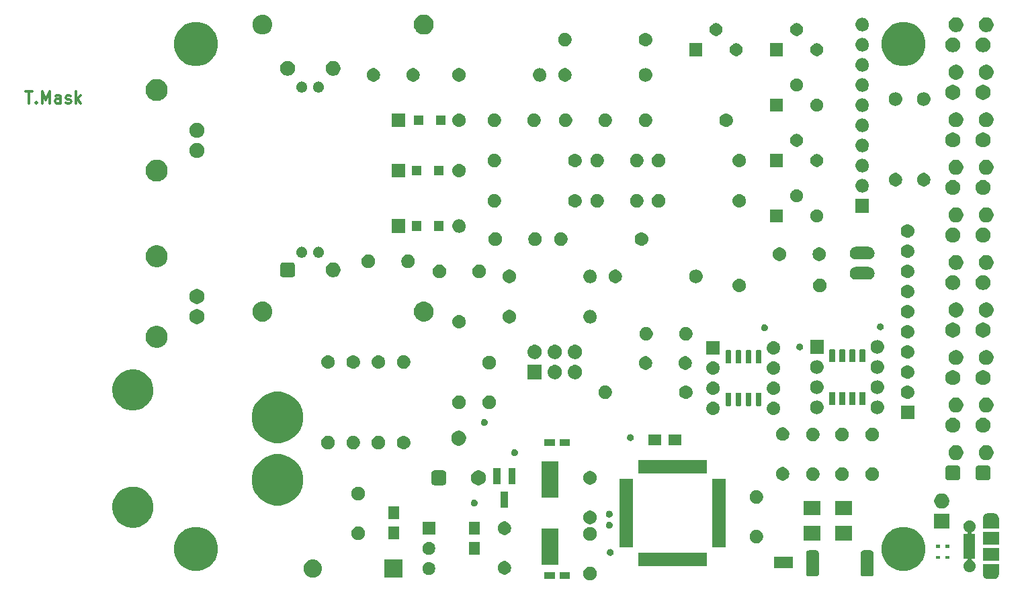
<source format=gts>
G04 #@! TF.GenerationSoftware,KiCad,Pcbnew,(5.0.2)-1*
G04 #@! TF.CreationDate,2019-09-08T08:12:19-05:00*
G04 #@! TF.ProjectId,qrp_wattmeter,7172705f-7761-4747-946d-657465722e6b,rev?*
G04 #@! TF.SameCoordinates,Original*
G04 #@! TF.FileFunction,Soldermask,Top*
G04 #@! TF.FilePolarity,Negative*
%FSLAX46Y46*%
G04 Gerber Fmt 4.6, Leading zero omitted, Abs format (unit mm)*
G04 Created by KiCad (PCBNEW (5.0.2)-1) date 9/8/2019 8:12:19 AM*
%MOMM*%
%LPD*%
G01*
G04 APERTURE LIST*
%ADD10C,0.300000*%
%ADD11C,0.150000*%
G04 APERTURE END LIST*
D10*
X67304885Y-70679571D02*
X68162028Y-70679571D01*
X67733457Y-72179571D02*
X67733457Y-70679571D01*
X68662028Y-72036714D02*
X68733457Y-72108142D01*
X68662028Y-72179571D01*
X68590600Y-72108142D01*
X68662028Y-72036714D01*
X68662028Y-72179571D01*
X69376314Y-72179571D02*
X69376314Y-70679571D01*
X69876314Y-71751000D01*
X70376314Y-70679571D01*
X70376314Y-72179571D01*
X71733457Y-72179571D02*
X71733457Y-71393857D01*
X71662028Y-71251000D01*
X71519171Y-71179571D01*
X71233457Y-71179571D01*
X71090600Y-71251000D01*
X71733457Y-72108142D02*
X71590600Y-72179571D01*
X71233457Y-72179571D01*
X71090600Y-72108142D01*
X71019171Y-71965285D01*
X71019171Y-71822428D01*
X71090600Y-71679571D01*
X71233457Y-71608142D01*
X71590600Y-71608142D01*
X71733457Y-71536714D01*
X72376314Y-72108142D02*
X72519171Y-72179571D01*
X72804885Y-72179571D01*
X72947742Y-72108142D01*
X73019171Y-71965285D01*
X73019171Y-71893857D01*
X72947742Y-71751000D01*
X72804885Y-71679571D01*
X72590600Y-71679571D01*
X72447742Y-71608142D01*
X72376314Y-71465285D01*
X72376314Y-71393857D01*
X72447742Y-71251000D01*
X72590600Y-71179571D01*
X72804885Y-71179571D01*
X72947742Y-71251000D01*
X73662028Y-72179571D02*
X73662028Y-70679571D01*
X73804885Y-71608142D02*
X74233457Y-72179571D01*
X74233457Y-71179571D02*
X73662028Y-71751000D01*
D11*
G36*
X138678228Y-130626703D02*
X138833100Y-130690853D01*
X138972481Y-130783985D01*
X139091015Y-130902519D01*
X139184147Y-131041900D01*
X139248297Y-131196772D01*
X139281000Y-131361184D01*
X139281000Y-131528816D01*
X139248297Y-131693228D01*
X139184147Y-131848100D01*
X139091015Y-131987481D01*
X138972481Y-132106015D01*
X138833100Y-132199147D01*
X138678228Y-132263297D01*
X138513816Y-132296000D01*
X138346184Y-132296000D01*
X138181772Y-132263297D01*
X138026900Y-132199147D01*
X137887519Y-132106015D01*
X137768985Y-131987481D01*
X137675853Y-131848100D01*
X137611703Y-131693228D01*
X137579000Y-131528816D01*
X137579000Y-131361184D01*
X137611703Y-131196772D01*
X137675853Y-131041900D01*
X137768985Y-130902519D01*
X137887519Y-130783985D01*
X138026900Y-130690853D01*
X138181772Y-130626703D01*
X138346184Y-130594000D01*
X138513816Y-130594000D01*
X138678228Y-130626703D01*
X138678228Y-130626703D01*
G37*
G36*
X189946000Y-131461886D02*
X189946602Y-131474138D01*
X189949149Y-131500000D01*
X189946602Y-131525862D01*
X189946000Y-131538114D01*
X189946000Y-131611407D01*
X189937043Y-131628165D01*
X189932910Y-131639715D01*
X189899355Y-131750333D01*
X189863023Y-131818305D01*
X189838905Y-131863426D01*
X189757553Y-131962553D01*
X189658426Y-132043905D01*
X189658424Y-132043906D01*
X189545333Y-132104355D01*
X189504427Y-132116763D01*
X189422618Y-132141580D01*
X189358855Y-132147860D01*
X189326974Y-132151000D01*
X188563026Y-132151000D01*
X188531145Y-132147860D01*
X188467382Y-132141580D01*
X188385573Y-132116763D01*
X188344667Y-132104355D01*
X188231576Y-132043906D01*
X188231574Y-132043905D01*
X188132447Y-131962553D01*
X188051095Y-131863426D01*
X188026977Y-131818305D01*
X187990645Y-131750333D01*
X187957090Y-131639715D01*
X187947712Y-131617076D01*
X187944000Y-131611520D01*
X187944000Y-131538114D01*
X187943398Y-131525862D01*
X187940851Y-131500000D01*
X187943398Y-131474138D01*
X187944000Y-131461886D01*
X187944000Y-130249000D01*
X189946000Y-130249000D01*
X189946000Y-131461886D01*
X189946000Y-131461886D01*
G37*
G36*
X134001000Y-132125000D02*
X132699000Y-132125000D01*
X132699000Y-131273000D01*
X134001000Y-131273000D01*
X134001000Y-132125000D01*
X134001000Y-132125000D01*
G37*
G36*
X135901000Y-132125000D02*
X134599000Y-132125000D01*
X134599000Y-131273000D01*
X135901000Y-131273000D01*
X135901000Y-132125000D01*
X135901000Y-132125000D01*
G37*
G36*
X114816000Y-131961000D02*
X112514000Y-131961000D01*
X112514000Y-129659000D01*
X114816000Y-129659000D01*
X114816000Y-131961000D01*
X114816000Y-131961000D01*
G37*
G36*
X103629180Y-129665662D02*
X103730635Y-129675654D01*
X103947600Y-129741470D01*
X103947602Y-129741471D01*
X103947605Y-129741472D01*
X104147556Y-129848347D01*
X104322818Y-129992182D01*
X104466653Y-130167444D01*
X104573528Y-130367395D01*
X104573529Y-130367398D01*
X104573530Y-130367400D01*
X104639346Y-130584365D01*
X104661569Y-130810000D01*
X104639346Y-131035635D01*
X104575477Y-131246180D01*
X104573528Y-131252605D01*
X104466653Y-131452556D01*
X104322818Y-131627818D01*
X104147556Y-131771653D01*
X103947605Y-131878528D01*
X103947602Y-131878529D01*
X103947600Y-131878530D01*
X103730635Y-131944346D01*
X103629180Y-131954338D01*
X103561545Y-131961000D01*
X103448455Y-131961000D01*
X103380820Y-131954338D01*
X103279365Y-131944346D01*
X103062400Y-131878530D01*
X103062398Y-131878529D01*
X103062395Y-131878528D01*
X102862444Y-131771653D01*
X102687182Y-131627818D01*
X102543347Y-131452556D01*
X102436472Y-131252605D01*
X102434523Y-131246180D01*
X102370654Y-131035635D01*
X102348431Y-130810000D01*
X102370654Y-130584365D01*
X102436470Y-130367400D01*
X102436471Y-130367398D01*
X102436472Y-130367395D01*
X102543347Y-130167444D01*
X102687182Y-129992182D01*
X102862444Y-129848347D01*
X103062395Y-129741472D01*
X103062398Y-129741471D01*
X103062400Y-129741470D01*
X103279365Y-129675654D01*
X103380820Y-129665662D01*
X103448455Y-129659000D01*
X103561545Y-129659000D01*
X103629180Y-129665662D01*
X103629180Y-129665662D01*
G37*
G36*
X173883822Y-128531087D02*
X173947114Y-128550287D01*
X174005448Y-128581467D01*
X174056574Y-128623426D01*
X174098533Y-128674552D01*
X174129713Y-128732886D01*
X174148913Y-128796178D01*
X174156000Y-128868139D01*
X174156000Y-131481861D01*
X174148913Y-131553822D01*
X174129713Y-131617114D01*
X174098533Y-131675448D01*
X174056574Y-131726574D01*
X174005448Y-131768533D01*
X173947114Y-131799713D01*
X173883822Y-131818913D01*
X173811861Y-131826000D01*
X172898139Y-131826000D01*
X172826178Y-131818913D01*
X172762886Y-131799713D01*
X172704552Y-131768533D01*
X172653426Y-131726574D01*
X172611467Y-131675448D01*
X172580287Y-131617114D01*
X172561087Y-131553822D01*
X172554000Y-131481861D01*
X172554000Y-128868139D01*
X172561087Y-128796178D01*
X172580287Y-128732886D01*
X172611467Y-128674552D01*
X172653426Y-128623426D01*
X172704552Y-128581467D01*
X172762886Y-128550287D01*
X172826178Y-128531087D01*
X172898139Y-128524000D01*
X173811861Y-128524000D01*
X173883822Y-128531087D01*
X173883822Y-128531087D01*
G37*
G36*
X166983822Y-128531087D02*
X167047114Y-128550287D01*
X167105448Y-128581467D01*
X167156574Y-128623426D01*
X167198533Y-128674552D01*
X167229713Y-128732886D01*
X167248913Y-128796178D01*
X167256000Y-128868139D01*
X167256000Y-131481861D01*
X167248913Y-131553822D01*
X167229713Y-131617114D01*
X167198533Y-131675448D01*
X167156574Y-131726574D01*
X167105448Y-131768533D01*
X167047114Y-131799713D01*
X166983822Y-131818913D01*
X166911861Y-131826000D01*
X165998139Y-131826000D01*
X165926178Y-131818913D01*
X165862886Y-131799713D01*
X165804552Y-131768533D01*
X165753426Y-131726574D01*
X165711467Y-131675448D01*
X165680287Y-131617114D01*
X165661087Y-131553822D01*
X165654000Y-131481861D01*
X165654000Y-128868139D01*
X165661087Y-128796178D01*
X165680287Y-128732886D01*
X165711467Y-128674552D01*
X165753426Y-128623426D01*
X165804552Y-128581467D01*
X165862886Y-128550287D01*
X165926178Y-128531087D01*
X165998139Y-128524000D01*
X166911861Y-128524000D01*
X166983822Y-128531087D01*
X166983822Y-128531087D01*
G37*
G36*
X118346560Y-130030166D02*
X118440278Y-130068985D01*
X118494153Y-130091301D01*
X118608108Y-130167444D01*
X118626985Y-130180057D01*
X118739943Y-130293015D01*
X118828700Y-130425849D01*
X118889834Y-130573440D01*
X118921000Y-130730122D01*
X118921000Y-130889878D01*
X118889834Y-131046560D01*
X118831380Y-131187682D01*
X118828699Y-131194153D01*
X118776015Y-131273000D01*
X118739943Y-131326985D01*
X118626985Y-131439943D01*
X118626982Y-131439945D01*
X118494153Y-131528699D01*
X118494152Y-131528700D01*
X118494151Y-131528700D01*
X118346560Y-131589834D01*
X118189878Y-131621000D01*
X118030122Y-131621000D01*
X117873440Y-131589834D01*
X117725849Y-131528700D01*
X117725848Y-131528700D01*
X117725847Y-131528699D01*
X117593018Y-131439945D01*
X117593015Y-131439943D01*
X117480057Y-131326985D01*
X117443985Y-131273000D01*
X117391301Y-131194153D01*
X117388621Y-131187682D01*
X117330166Y-131046560D01*
X117299000Y-130889878D01*
X117299000Y-130730122D01*
X117330166Y-130573440D01*
X117391300Y-130425849D01*
X117480057Y-130293015D01*
X117593015Y-130180057D01*
X117611892Y-130167444D01*
X117725847Y-130091301D01*
X117779723Y-130068985D01*
X117873440Y-130030166D01*
X118030122Y-129999000D01*
X118189878Y-129999000D01*
X118346560Y-130030166D01*
X118346560Y-130030166D01*
G37*
G36*
X127883228Y-129911703D02*
X128038100Y-129975853D01*
X128177481Y-130068985D01*
X128296015Y-130187519D01*
X128389147Y-130326900D01*
X128453297Y-130481772D01*
X128486000Y-130646184D01*
X128486000Y-130813816D01*
X128453297Y-130978228D01*
X128389147Y-131133100D01*
X128296015Y-131272481D01*
X128177481Y-131391015D01*
X128038100Y-131484147D01*
X127883228Y-131548297D01*
X127718816Y-131581000D01*
X127551184Y-131581000D01*
X127386772Y-131548297D01*
X127231900Y-131484147D01*
X127092519Y-131391015D01*
X126973985Y-131272481D01*
X126880853Y-131133100D01*
X126816703Y-130978228D01*
X126784000Y-130813816D01*
X126784000Y-130646184D01*
X126816703Y-130481772D01*
X126880853Y-130326900D01*
X126973985Y-130187519D01*
X127092519Y-130068985D01*
X127231900Y-129975853D01*
X127386772Y-129911703D01*
X127551184Y-129879000D01*
X127718816Y-129879000D01*
X127883228Y-129911703D01*
X127883228Y-129911703D01*
G37*
G36*
X186471349Y-124753820D02*
X186471352Y-124753821D01*
X186471351Y-124753821D01*
X186612574Y-124812317D01*
X186737956Y-124896095D01*
X186739674Y-124897243D01*
X186847757Y-125005326D01*
X186847759Y-125005329D01*
X186932683Y-125132426D01*
X186970197Y-125222993D01*
X186991180Y-125273651D01*
X187021000Y-125423569D01*
X187021000Y-125576431D01*
X186991180Y-125726349D01*
X186991179Y-125726351D01*
X186932683Y-125867574D01*
X186909333Y-125902519D01*
X186847757Y-125994674D01*
X186739674Y-126102757D01*
X186739671Y-126102759D01*
X186612574Y-126187683D01*
X186562278Y-126208516D01*
X186540669Y-126220067D01*
X186521727Y-126235612D01*
X186506182Y-126254554D01*
X186494631Y-126276165D01*
X186487518Y-126299614D01*
X186485116Y-126324000D01*
X186487518Y-126348387D01*
X186494631Y-126371836D01*
X186506183Y-126393447D01*
X186521728Y-126412389D01*
X186540670Y-126427934D01*
X186562281Y-126439485D01*
X186585730Y-126446598D01*
X186610116Y-126449000D01*
X186971000Y-126449000D01*
X186971000Y-129551000D01*
X186610116Y-129551000D01*
X186585730Y-129553402D01*
X186562281Y-129560515D01*
X186540670Y-129572066D01*
X186521728Y-129587612D01*
X186506182Y-129606554D01*
X186494631Y-129628165D01*
X186487518Y-129651614D01*
X186485116Y-129676000D01*
X186487518Y-129700386D01*
X186494631Y-129723835D01*
X186506182Y-129745446D01*
X186521728Y-129764388D01*
X186540670Y-129779934D01*
X186562278Y-129791484D01*
X186612574Y-129812317D01*
X186737956Y-129896095D01*
X186739674Y-129897243D01*
X186847757Y-130005326D01*
X186847759Y-130005329D01*
X186932683Y-130132426D01*
X186947188Y-130167445D01*
X186991180Y-130273651D01*
X187021000Y-130423569D01*
X187021000Y-130576431D01*
X186991180Y-130726349D01*
X186991179Y-130726351D01*
X186932683Y-130867574D01*
X186917780Y-130889878D01*
X186847757Y-130994674D01*
X186739674Y-131102757D01*
X186739671Y-131102759D01*
X186612574Y-131187683D01*
X186503343Y-131232927D01*
X186471349Y-131246180D01*
X186321431Y-131276000D01*
X186168569Y-131276000D01*
X186018651Y-131246180D01*
X185986657Y-131232927D01*
X185877426Y-131187683D01*
X185750329Y-131102759D01*
X185750326Y-131102757D01*
X185642243Y-130994674D01*
X185572220Y-130889878D01*
X185557317Y-130867574D01*
X185498821Y-130726351D01*
X185498820Y-130726349D01*
X185469000Y-130576431D01*
X185469000Y-130423569D01*
X185498820Y-130273651D01*
X185542812Y-130167445D01*
X185557317Y-130132426D01*
X185642241Y-130005329D01*
X185642243Y-130005326D01*
X185750326Y-129897243D01*
X185752044Y-129896095D01*
X185877426Y-129812317D01*
X185927722Y-129791484D01*
X185949331Y-129779933D01*
X185968273Y-129764388D01*
X185983818Y-129745446D01*
X185995369Y-129723835D01*
X186002482Y-129700386D01*
X186004884Y-129676000D01*
X186002482Y-129651613D01*
X185995369Y-129628164D01*
X185983817Y-129606553D01*
X185968272Y-129587611D01*
X185949330Y-129572066D01*
X185927719Y-129560515D01*
X185904270Y-129553402D01*
X185879884Y-129551000D01*
X185519000Y-129551000D01*
X185519000Y-126449000D01*
X185879884Y-126449000D01*
X185904270Y-126446598D01*
X185927719Y-126439485D01*
X185949330Y-126427934D01*
X185968272Y-126412388D01*
X185983818Y-126393446D01*
X185995369Y-126371835D01*
X186002482Y-126348386D01*
X186004884Y-126324000D01*
X186002482Y-126299614D01*
X185995369Y-126276165D01*
X185983818Y-126254554D01*
X185968272Y-126235612D01*
X185949330Y-126220066D01*
X185927722Y-126208516D01*
X185877426Y-126187683D01*
X185750329Y-126102759D01*
X185750326Y-126102757D01*
X185642243Y-125994674D01*
X185580667Y-125902519D01*
X185557317Y-125867574D01*
X185498821Y-125726351D01*
X185498820Y-125726349D01*
X185469000Y-125576431D01*
X185469000Y-125423569D01*
X185498820Y-125273651D01*
X185519803Y-125222993D01*
X185557317Y-125132426D01*
X185642241Y-125005329D01*
X185642243Y-125005326D01*
X185750326Y-124897243D01*
X185752044Y-124896095D01*
X185877426Y-124812317D01*
X186018649Y-124753821D01*
X186018648Y-124753821D01*
X186018651Y-124753820D01*
X186168569Y-124724000D01*
X186321431Y-124724000D01*
X186471349Y-124753820D01*
X186471349Y-124753820D01*
G37*
G36*
X178738333Y-125671591D02*
X179244533Y-125881266D01*
X179700106Y-126185670D01*
X180087530Y-126573094D01*
X180391934Y-127028667D01*
X180601609Y-127534867D01*
X180708500Y-128072245D01*
X180708500Y-128620155D01*
X180601609Y-129157533D01*
X180391934Y-129663733D01*
X180087530Y-130119306D01*
X179700106Y-130506730D01*
X179244533Y-130811134D01*
X178738333Y-131020809D01*
X178200955Y-131127700D01*
X177653045Y-131127700D01*
X177115667Y-131020809D01*
X176609467Y-130811134D01*
X176153894Y-130506730D01*
X175766470Y-130119306D01*
X175462066Y-129663733D01*
X175252391Y-129157533D01*
X175145500Y-128620155D01*
X175145500Y-128072245D01*
X175252391Y-127534867D01*
X175462066Y-127028667D01*
X175766470Y-126573094D01*
X176153894Y-126185670D01*
X176609467Y-125881266D01*
X177115667Y-125671591D01*
X177653045Y-125564700D01*
X178200955Y-125564700D01*
X178738333Y-125671591D01*
X178738333Y-125671591D01*
G37*
G36*
X89584333Y-125671591D02*
X90090533Y-125881266D01*
X90546106Y-126185670D01*
X90933530Y-126573094D01*
X91237934Y-127028667D01*
X91447609Y-127534867D01*
X91554500Y-128072245D01*
X91554500Y-128620155D01*
X91447609Y-129157533D01*
X91237934Y-129663733D01*
X90933530Y-130119306D01*
X90546106Y-130506730D01*
X90090533Y-130811134D01*
X89584333Y-131020809D01*
X89046955Y-131127700D01*
X88499045Y-131127700D01*
X87961667Y-131020809D01*
X87455467Y-130811134D01*
X86999894Y-130506730D01*
X86612470Y-130119306D01*
X86308066Y-129663733D01*
X86098391Y-129157533D01*
X85991500Y-128620155D01*
X85991500Y-128072245D01*
X86098391Y-127534867D01*
X86308066Y-127028667D01*
X86612470Y-126573094D01*
X86999894Y-126185670D01*
X87455467Y-125881266D01*
X87961667Y-125671591D01*
X88499045Y-125564700D01*
X89046955Y-125564700D01*
X89584333Y-125671591D01*
X89584333Y-125671591D01*
G37*
G36*
X163995000Y-130734000D02*
X161643000Y-130734000D01*
X161643000Y-129362000D01*
X163995000Y-129362000D01*
X163995000Y-130734000D01*
X163995000Y-130734000D01*
G37*
G36*
X153175000Y-130526000D02*
X144513000Y-130526000D01*
X144513000Y-128824000D01*
X153175000Y-128824000D01*
X153175000Y-130526000D01*
X153175000Y-130526000D01*
G37*
G36*
X134401000Y-130376000D02*
X132299000Y-130376000D01*
X132299000Y-125774000D01*
X134401000Y-125774000D01*
X134401000Y-130376000D01*
X134401000Y-130376000D01*
G37*
G36*
X189946000Y-129801000D02*
X187944000Y-129801000D01*
X187944000Y-128199000D01*
X189946000Y-128199000D01*
X189946000Y-129801000D01*
X189946000Y-129801000D01*
G37*
G36*
X182511000Y-129589000D02*
X182049000Y-129589000D01*
X182049000Y-129237000D01*
X182511000Y-129237000D01*
X182511000Y-129589000D01*
X182511000Y-129589000D01*
G37*
G36*
X183711000Y-129589000D02*
X183249000Y-129589000D01*
X183249000Y-129237000D01*
X183711000Y-129237000D01*
X183711000Y-129589000D01*
X183711000Y-129589000D01*
G37*
G36*
X141096007Y-128362601D02*
X141096009Y-128362602D01*
X141096010Y-128362602D01*
X141174629Y-128395167D01*
X141245387Y-128442446D01*
X141305554Y-128502613D01*
X141305556Y-128502616D01*
X141352833Y-128573371D01*
X141372212Y-128620155D01*
X141385399Y-128651993D01*
X141402000Y-128735450D01*
X141402000Y-128820550D01*
X141385399Y-128904007D01*
X141352833Y-128982629D01*
X141305554Y-129053387D01*
X141245387Y-129113554D01*
X141245384Y-129113556D01*
X141174629Y-129160833D01*
X141096010Y-129193398D01*
X141096009Y-129193398D01*
X141096007Y-129193399D01*
X141012550Y-129210000D01*
X140927450Y-129210000D01*
X140843993Y-129193399D01*
X140843991Y-129193398D01*
X140843990Y-129193398D01*
X140765371Y-129160833D01*
X140694616Y-129113556D01*
X140694613Y-129113554D01*
X140634446Y-129053387D01*
X140587167Y-128982629D01*
X140554601Y-128904007D01*
X140538000Y-128820550D01*
X140538000Y-128735450D01*
X140554601Y-128651993D01*
X140567789Y-128620155D01*
X140587167Y-128573371D01*
X140634444Y-128502616D01*
X140634446Y-128502613D01*
X140694613Y-128442446D01*
X140765371Y-128395167D01*
X140843990Y-128362602D01*
X140843991Y-128362602D01*
X140843993Y-128362601D01*
X140927450Y-128346000D01*
X141012550Y-128346000D01*
X141096007Y-128362601D01*
X141096007Y-128362601D01*
G37*
G36*
X118346560Y-127490166D02*
X118484125Y-127547147D01*
X118494153Y-127551301D01*
X118568532Y-127601000D01*
X118626985Y-127640057D01*
X118739943Y-127753015D01*
X118828700Y-127885849D01*
X118889834Y-128033440D01*
X118921000Y-128190122D01*
X118921000Y-128349878D01*
X118889834Y-128506560D01*
X118842782Y-128620155D01*
X118828699Y-128654153D01*
X118796732Y-128701994D01*
X118739943Y-128786985D01*
X118626985Y-128899943D01*
X118626982Y-128899945D01*
X118494153Y-128988699D01*
X118494152Y-128988700D01*
X118494151Y-128988700D01*
X118346560Y-129049834D01*
X118189878Y-129081000D01*
X118030122Y-129081000D01*
X117873440Y-129049834D01*
X117725849Y-128988700D01*
X117725848Y-128988700D01*
X117725847Y-128988699D01*
X117593018Y-128899945D01*
X117593015Y-128899943D01*
X117480057Y-128786985D01*
X117423268Y-128701994D01*
X117391301Y-128654153D01*
X117377219Y-128620155D01*
X117330166Y-128506560D01*
X117299000Y-128349878D01*
X117299000Y-128190122D01*
X117330166Y-128033440D01*
X117391300Y-127885849D01*
X117480057Y-127753015D01*
X117593015Y-127640057D01*
X117651468Y-127601000D01*
X117725847Y-127551301D01*
X117735876Y-127547147D01*
X117873440Y-127490166D01*
X118030122Y-127459000D01*
X118189878Y-127459000D01*
X118346560Y-127490166D01*
X118346560Y-127490166D01*
G37*
G36*
X124501000Y-129051000D02*
X123149000Y-129051000D01*
X123149000Y-127449000D01*
X124501000Y-127449000D01*
X124501000Y-129051000D01*
X124501000Y-129051000D01*
G37*
G36*
X183711000Y-128192000D02*
X183249000Y-128192000D01*
X183249000Y-127840000D01*
X183711000Y-127840000D01*
X183711000Y-128192000D01*
X183711000Y-128192000D01*
G37*
G36*
X182511000Y-128192000D02*
X182049000Y-128192000D01*
X182049000Y-127840000D01*
X182511000Y-127840000D01*
X182511000Y-128192000D01*
X182511000Y-128192000D01*
G37*
G36*
X155545000Y-128156000D02*
X153843000Y-128156000D01*
X153843000Y-119494000D01*
X155545000Y-119494000D01*
X155545000Y-128156000D01*
X155545000Y-128156000D01*
G37*
G36*
X143845000Y-128156000D02*
X142143000Y-128156000D01*
X142143000Y-119494000D01*
X143845000Y-119494000D01*
X143845000Y-128156000D01*
X143845000Y-128156000D01*
G37*
G36*
X189946000Y-127801000D02*
X187944000Y-127801000D01*
X187944000Y-126199000D01*
X189946000Y-126199000D01*
X189946000Y-127801000D01*
X189946000Y-127801000D01*
G37*
G36*
X159633228Y-125974703D02*
X159788100Y-126038853D01*
X159927481Y-126131985D01*
X160046015Y-126250519D01*
X160139147Y-126389900D01*
X160203297Y-126544772D01*
X160236000Y-126709184D01*
X160236000Y-126876816D01*
X160203297Y-127041228D01*
X160139147Y-127196100D01*
X160046015Y-127335481D01*
X159927481Y-127454015D01*
X159788100Y-127547147D01*
X159633228Y-127611297D01*
X159468816Y-127644000D01*
X159301184Y-127644000D01*
X159136772Y-127611297D01*
X158981900Y-127547147D01*
X158842519Y-127454015D01*
X158723985Y-127335481D01*
X158630853Y-127196100D01*
X158566703Y-127041228D01*
X158534000Y-126876816D01*
X158534000Y-126709184D01*
X158566703Y-126544772D01*
X158630853Y-126389900D01*
X158723985Y-126250519D01*
X158842519Y-126131985D01*
X158981900Y-126038853D01*
X159136772Y-125974703D01*
X159301184Y-125942000D01*
X159468816Y-125942000D01*
X159633228Y-125974703D01*
X159633228Y-125974703D01*
G37*
G36*
X138678228Y-125626703D02*
X138833100Y-125690853D01*
X138972481Y-125783985D01*
X139091015Y-125902519D01*
X139184147Y-126041900D01*
X139248297Y-126196772D01*
X139281000Y-126361184D01*
X139281000Y-126528816D01*
X139248297Y-126693228D01*
X139184147Y-126848100D01*
X139091015Y-126987481D01*
X138972481Y-127106015D01*
X138833100Y-127199147D01*
X138678228Y-127263297D01*
X138513816Y-127296000D01*
X138346184Y-127296000D01*
X138181772Y-127263297D01*
X138026900Y-127199147D01*
X137887519Y-127106015D01*
X137768985Y-126987481D01*
X137675853Y-126848100D01*
X137611703Y-126693228D01*
X137579000Y-126528816D01*
X137579000Y-126361184D01*
X137611703Y-126196772D01*
X137675853Y-126041900D01*
X137768985Y-125902519D01*
X137887519Y-125783985D01*
X138026900Y-125690853D01*
X138181772Y-125626703D01*
X138346184Y-125594000D01*
X138513816Y-125594000D01*
X138678228Y-125626703D01*
X138678228Y-125626703D01*
G37*
G36*
X167421000Y-127266000D02*
X165319000Y-127266000D01*
X165319000Y-125464000D01*
X167421000Y-125464000D01*
X167421000Y-127266000D01*
X167421000Y-127266000D01*
G37*
G36*
X171421000Y-127266000D02*
X169319000Y-127266000D01*
X169319000Y-125464000D01*
X171421000Y-125464000D01*
X171421000Y-127266000D01*
X171421000Y-127266000D01*
G37*
G36*
X109468228Y-125546703D02*
X109623100Y-125610853D01*
X109762481Y-125703985D01*
X109881015Y-125822519D01*
X109974147Y-125961900D01*
X110038297Y-126116772D01*
X110071000Y-126281184D01*
X110071000Y-126448816D01*
X110038297Y-126613228D01*
X109974147Y-126768100D01*
X109881015Y-126907481D01*
X109762481Y-127026015D01*
X109623100Y-127119147D01*
X109468228Y-127183297D01*
X109303816Y-127216000D01*
X109136184Y-127216000D01*
X108971772Y-127183297D01*
X108816900Y-127119147D01*
X108677519Y-127026015D01*
X108558985Y-126907481D01*
X108465853Y-126768100D01*
X108401703Y-126613228D01*
X108369000Y-126448816D01*
X108369000Y-126281184D01*
X108401703Y-126116772D01*
X108465853Y-125961900D01*
X108558985Y-125822519D01*
X108677519Y-125703985D01*
X108816900Y-125610853D01*
X108971772Y-125546703D01*
X109136184Y-125514000D01*
X109303816Y-125514000D01*
X109468228Y-125546703D01*
X109468228Y-125546703D01*
G37*
G36*
X114341000Y-127126000D02*
X112989000Y-127126000D01*
X112989000Y-125524000D01*
X114341000Y-125524000D01*
X114341000Y-127126000D01*
X114341000Y-127126000D01*
G37*
G36*
X127883228Y-124911703D02*
X128038100Y-124975853D01*
X128177481Y-125068985D01*
X128296015Y-125187519D01*
X128389147Y-125326900D01*
X128453297Y-125481772D01*
X128486000Y-125646184D01*
X128486000Y-125813816D01*
X128453297Y-125978228D01*
X128389147Y-126133100D01*
X128296015Y-126272481D01*
X128177481Y-126391015D01*
X128038100Y-126484147D01*
X127883228Y-126548297D01*
X127718816Y-126581000D01*
X127551184Y-126581000D01*
X127386772Y-126548297D01*
X127231900Y-126484147D01*
X127092519Y-126391015D01*
X126973985Y-126272481D01*
X126880853Y-126133100D01*
X126816703Y-125978228D01*
X126784000Y-125813816D01*
X126784000Y-125646184D01*
X126816703Y-125481772D01*
X126880853Y-125326900D01*
X126973985Y-125187519D01*
X127092519Y-125068985D01*
X127231900Y-124975853D01*
X127386772Y-124911703D01*
X127551184Y-124879000D01*
X127718816Y-124879000D01*
X127883228Y-124911703D01*
X127883228Y-124911703D01*
G37*
G36*
X124501000Y-126551000D02*
X123149000Y-126551000D01*
X123149000Y-124949000D01*
X124501000Y-124949000D01*
X124501000Y-126551000D01*
X124501000Y-126551000D01*
G37*
G36*
X118921000Y-126541000D02*
X117299000Y-126541000D01*
X117299000Y-124919000D01*
X118921000Y-124919000D01*
X118921000Y-126541000D01*
X118921000Y-126541000D01*
G37*
G36*
X183704000Y-125792000D02*
X181802000Y-125792000D01*
X181802000Y-123890000D01*
X183704000Y-123890000D01*
X183704000Y-125792000D01*
X183704000Y-125792000D01*
G37*
G36*
X140969007Y-124933601D02*
X140969009Y-124933602D01*
X140969010Y-124933602D01*
X141038904Y-124962553D01*
X141047629Y-124966167D01*
X141118387Y-125013446D01*
X141178554Y-125073613D01*
X141225833Y-125144371D01*
X141258399Y-125222993D01*
X141275000Y-125306450D01*
X141275000Y-125391550D01*
X141258399Y-125475007D01*
X141225833Y-125553629D01*
X141178554Y-125624387D01*
X141118387Y-125684554D01*
X141118384Y-125684556D01*
X141047629Y-125731833D01*
X140969010Y-125764398D01*
X140969009Y-125764398D01*
X140969007Y-125764399D01*
X140885550Y-125781000D01*
X140800450Y-125781000D01*
X140716993Y-125764399D01*
X140716991Y-125764398D01*
X140716990Y-125764398D01*
X140638371Y-125731833D01*
X140567616Y-125684556D01*
X140567613Y-125684554D01*
X140507446Y-125624387D01*
X140460167Y-125553629D01*
X140427601Y-125475007D01*
X140411000Y-125391550D01*
X140411000Y-125306450D01*
X140427601Y-125222993D01*
X140460167Y-125144371D01*
X140507446Y-125073613D01*
X140567613Y-125013446D01*
X140638371Y-124966167D01*
X140647096Y-124962553D01*
X140716990Y-124933602D01*
X140716991Y-124933602D01*
X140716993Y-124933601D01*
X140800450Y-124917000D01*
X140885550Y-124917000D01*
X140969007Y-124933601D01*
X140969007Y-124933601D01*
G37*
G36*
X189358855Y-123852140D02*
X189422618Y-123858420D01*
X189504427Y-123883237D01*
X189545333Y-123895645D01*
X189645491Y-123949181D01*
X189658426Y-123956095D01*
X189757553Y-124037447D01*
X189838905Y-124136574D01*
X189838906Y-124136576D01*
X189899355Y-124249667D01*
X189899355Y-124249668D01*
X189925190Y-124334833D01*
X189932910Y-124360285D01*
X189942288Y-124382924D01*
X189946000Y-124388480D01*
X189946000Y-124461886D01*
X189946602Y-124474138D01*
X189949149Y-124500000D01*
X189946602Y-124525862D01*
X189946000Y-124538114D01*
X189946000Y-125751000D01*
X187944000Y-125751000D01*
X187944000Y-124538114D01*
X187943398Y-124525862D01*
X187940851Y-124500000D01*
X187943398Y-124474138D01*
X187944000Y-124461886D01*
X187944000Y-124388593D01*
X187952957Y-124371835D01*
X187957090Y-124360285D01*
X187964811Y-124334833D01*
X187990645Y-124249668D01*
X187990645Y-124249667D01*
X188051094Y-124136576D01*
X188051095Y-124136574D01*
X188132447Y-124037447D01*
X188231574Y-123956095D01*
X188244509Y-123949181D01*
X188344667Y-123895645D01*
X188385573Y-123883237D01*
X188467382Y-123858420D01*
X188531145Y-123852140D01*
X188563026Y-123849000D01*
X189326974Y-123849000D01*
X189358855Y-123852140D01*
X189358855Y-123852140D01*
G37*
G36*
X81325856Y-120546703D02*
X81578567Y-120596970D01*
X82050099Y-120792285D01*
X82323107Y-120974704D01*
X82474469Y-121075841D01*
X82835359Y-121436731D01*
X82835361Y-121436734D01*
X83118915Y-121861101D01*
X83314230Y-122332633D01*
X83314230Y-122332634D01*
X83413800Y-122833207D01*
X83413800Y-123343593D01*
X83359527Y-123616444D01*
X83314230Y-123844167D01*
X83118915Y-124315699D01*
X82910089Y-124628228D01*
X82835359Y-124740069D01*
X82474469Y-125100959D01*
X82474466Y-125100961D01*
X82050099Y-125384515D01*
X81578567Y-125579830D01*
X81422603Y-125610853D01*
X81077993Y-125679400D01*
X80567607Y-125679400D01*
X80222997Y-125610853D01*
X80067033Y-125579830D01*
X79595501Y-125384515D01*
X79171134Y-125100961D01*
X79171131Y-125100959D01*
X78810241Y-124740069D01*
X78735511Y-124628228D01*
X78526685Y-124315699D01*
X78331370Y-123844167D01*
X78286073Y-123616444D01*
X78231800Y-123343593D01*
X78231800Y-122833207D01*
X78331370Y-122332634D01*
X78331370Y-122332633D01*
X78526685Y-121861101D01*
X78810239Y-121436734D01*
X78810241Y-121436731D01*
X79171131Y-121075841D01*
X79322493Y-120974704D01*
X79595501Y-120792285D01*
X80067033Y-120596970D01*
X80319744Y-120546703D01*
X80567607Y-120497400D01*
X81077993Y-120497400D01*
X81325856Y-120546703D01*
X81325856Y-120546703D01*
G37*
G36*
X138678228Y-123561703D02*
X138833100Y-123625853D01*
X138972481Y-123718985D01*
X139091015Y-123837519D01*
X139184147Y-123976900D01*
X139248297Y-124131772D01*
X139281000Y-124296184D01*
X139281000Y-124463816D01*
X139248297Y-124628228D01*
X139184147Y-124783100D01*
X139091015Y-124922481D01*
X138972481Y-125041015D01*
X138833100Y-125134147D01*
X138678228Y-125198297D01*
X138513816Y-125231000D01*
X138346184Y-125231000D01*
X138181772Y-125198297D01*
X138026900Y-125134147D01*
X137887519Y-125041015D01*
X137768985Y-124922481D01*
X137675853Y-124783100D01*
X137611703Y-124628228D01*
X137579000Y-124463816D01*
X137579000Y-124296184D01*
X137611703Y-124131772D01*
X137675853Y-123976900D01*
X137768985Y-123837519D01*
X137887519Y-123718985D01*
X138026900Y-123625853D01*
X138181772Y-123561703D01*
X138346184Y-123529000D01*
X138513816Y-123529000D01*
X138678228Y-123561703D01*
X138678228Y-123561703D01*
G37*
G36*
X114341000Y-124626000D02*
X112989000Y-124626000D01*
X112989000Y-123024000D01*
X114341000Y-123024000D01*
X114341000Y-124626000D01*
X114341000Y-124626000D01*
G37*
G36*
X140969007Y-123536601D02*
X140969009Y-123536602D01*
X140969010Y-123536602D01*
X141029609Y-123561703D01*
X141047629Y-123569167D01*
X141118387Y-123616446D01*
X141178554Y-123676613D01*
X141225833Y-123747371D01*
X141258399Y-123825993D01*
X141275000Y-123909450D01*
X141275000Y-123994550D01*
X141258399Y-124078007D01*
X141225833Y-124156629D01*
X141178554Y-124227387D01*
X141118387Y-124287554D01*
X141118384Y-124287556D01*
X141047629Y-124334833D01*
X140969010Y-124367398D01*
X140969009Y-124367398D01*
X140969007Y-124367399D01*
X140885550Y-124384000D01*
X140800450Y-124384000D01*
X140716993Y-124367399D01*
X140716991Y-124367398D01*
X140716990Y-124367398D01*
X140638371Y-124334833D01*
X140567616Y-124287556D01*
X140567613Y-124287554D01*
X140507446Y-124227387D01*
X140460167Y-124156629D01*
X140427601Y-124078007D01*
X140411000Y-123994550D01*
X140411000Y-123909450D01*
X140427601Y-123825993D01*
X140460167Y-123747371D01*
X140507446Y-123676613D01*
X140567613Y-123616446D01*
X140638371Y-123569167D01*
X140656391Y-123561703D01*
X140716990Y-123536602D01*
X140716991Y-123536602D01*
X140716993Y-123536601D01*
X140800450Y-123520000D01*
X140885550Y-123520000D01*
X140969007Y-123536601D01*
X140969007Y-123536601D01*
G37*
G36*
X167421000Y-124091000D02*
X165319000Y-124091000D01*
X165319000Y-122289000D01*
X167421000Y-122289000D01*
X167421000Y-124091000D01*
X167421000Y-124091000D01*
G37*
G36*
X171421000Y-124091000D02*
X169319000Y-124091000D01*
X169319000Y-122289000D01*
X171421000Y-122289000D01*
X171421000Y-124091000D01*
X171421000Y-124091000D01*
G37*
G36*
X183030396Y-121386546D02*
X183203466Y-121458234D01*
X183359230Y-121562312D01*
X183491688Y-121694770D01*
X183595766Y-121850534D01*
X183667454Y-122023604D01*
X183704000Y-122207333D01*
X183704000Y-122394667D01*
X183667454Y-122578396D01*
X183595766Y-122751466D01*
X183491688Y-122907230D01*
X183359230Y-123039688D01*
X183203466Y-123143766D01*
X183030396Y-123215454D01*
X182846667Y-123252000D01*
X182659333Y-123252000D01*
X182475604Y-123215454D01*
X182302534Y-123143766D01*
X182146770Y-123039688D01*
X182014312Y-122907230D01*
X181910234Y-122751466D01*
X181838546Y-122578396D01*
X181802000Y-122394667D01*
X181802000Y-122207333D01*
X181838546Y-122023604D01*
X181910234Y-121850534D01*
X182014312Y-121694770D01*
X182146770Y-121562312D01*
X182302534Y-121458234D01*
X182475604Y-121386546D01*
X182659333Y-121350000D01*
X182846667Y-121350000D01*
X183030396Y-121386546D01*
X183030396Y-121386546D01*
G37*
G36*
X128086000Y-123151000D02*
X127184000Y-123151000D01*
X127184000Y-121149000D01*
X128086000Y-121149000D01*
X128086000Y-123151000D01*
X128086000Y-123151000D01*
G37*
G36*
X123951007Y-122139601D02*
X123951009Y-122139602D01*
X123951010Y-122139602D01*
X123951478Y-122139796D01*
X124029629Y-122172167D01*
X124100387Y-122219446D01*
X124160554Y-122279613D01*
X124207833Y-122350371D01*
X124240399Y-122428993D01*
X124257000Y-122512450D01*
X124257000Y-122597550D01*
X124240399Y-122681007D01*
X124207833Y-122759629D01*
X124160554Y-122830387D01*
X124100387Y-122890554D01*
X124100384Y-122890556D01*
X124029629Y-122937833D01*
X123951010Y-122970398D01*
X123951009Y-122970398D01*
X123951007Y-122970399D01*
X123867550Y-122987000D01*
X123782450Y-122987000D01*
X123698993Y-122970399D01*
X123698991Y-122970398D01*
X123698990Y-122970398D01*
X123620371Y-122937833D01*
X123549616Y-122890556D01*
X123549613Y-122890554D01*
X123489446Y-122830387D01*
X123442167Y-122759629D01*
X123409601Y-122681007D01*
X123393000Y-122597550D01*
X123393000Y-122512450D01*
X123409601Y-122428993D01*
X123442167Y-122350371D01*
X123489446Y-122279613D01*
X123549613Y-122219446D01*
X123620371Y-122172167D01*
X123698522Y-122139796D01*
X123698990Y-122139602D01*
X123698991Y-122139602D01*
X123698993Y-122139601D01*
X123782450Y-122123000D01*
X123867550Y-122123000D01*
X123951007Y-122139601D01*
X123951007Y-122139601D01*
G37*
G36*
X100000989Y-116531973D02*
X100588083Y-116775155D01*
X101116458Y-117128204D01*
X101565796Y-117577542D01*
X101918845Y-118105917D01*
X102162027Y-118693011D01*
X102286000Y-119316265D01*
X102286000Y-119951735D01*
X102162027Y-120574989D01*
X101918845Y-121162083D01*
X101565796Y-121690458D01*
X101116458Y-122139796D01*
X100588083Y-122492845D01*
X100000989Y-122736027D01*
X99377735Y-122860000D01*
X98742265Y-122860000D01*
X98119011Y-122736027D01*
X97531917Y-122492845D01*
X97003542Y-122139796D01*
X96554204Y-121690458D01*
X96201155Y-121162083D01*
X95957973Y-120574989D01*
X95834000Y-119951735D01*
X95834000Y-119316265D01*
X95957973Y-118693011D01*
X96201155Y-118105917D01*
X96554204Y-117577542D01*
X97003542Y-117128204D01*
X97531917Y-116775155D01*
X98119011Y-116531973D01*
X98742265Y-116408000D01*
X99377735Y-116408000D01*
X100000989Y-116531973D01*
X100000989Y-116531973D01*
G37*
G36*
X159633228Y-120974703D02*
X159788100Y-121038853D01*
X159927481Y-121131985D01*
X160046015Y-121250519D01*
X160139147Y-121389900D01*
X160203297Y-121544772D01*
X160236000Y-121709184D01*
X160236000Y-121876816D01*
X160203297Y-122041228D01*
X160139147Y-122196100D01*
X160046015Y-122335481D01*
X159927481Y-122454015D01*
X159788100Y-122547147D01*
X159633228Y-122611297D01*
X159468816Y-122644000D01*
X159301184Y-122644000D01*
X159136772Y-122611297D01*
X158981900Y-122547147D01*
X158842519Y-122454015D01*
X158723985Y-122335481D01*
X158630853Y-122196100D01*
X158566703Y-122041228D01*
X158534000Y-121876816D01*
X158534000Y-121709184D01*
X158566703Y-121544772D01*
X158630853Y-121389900D01*
X158723985Y-121250519D01*
X158842519Y-121131985D01*
X158981900Y-121038853D01*
X159136772Y-120974703D01*
X159301184Y-120942000D01*
X159468816Y-120942000D01*
X159633228Y-120974703D01*
X159633228Y-120974703D01*
G37*
G36*
X109468228Y-120546703D02*
X109623100Y-120610853D01*
X109762481Y-120703985D01*
X109881015Y-120822519D01*
X109974147Y-120961900D01*
X110038297Y-121116772D01*
X110071000Y-121281184D01*
X110071000Y-121448816D01*
X110038297Y-121613228D01*
X109974147Y-121768100D01*
X109881015Y-121907481D01*
X109762481Y-122026015D01*
X109623100Y-122119147D01*
X109468228Y-122183297D01*
X109303816Y-122216000D01*
X109136184Y-122216000D01*
X108971772Y-122183297D01*
X108816900Y-122119147D01*
X108677519Y-122026015D01*
X108558985Y-121907481D01*
X108465853Y-121768100D01*
X108401703Y-121613228D01*
X108369000Y-121448816D01*
X108369000Y-121281184D01*
X108401703Y-121116772D01*
X108465853Y-120961900D01*
X108558985Y-120822519D01*
X108677519Y-120703985D01*
X108816900Y-120610853D01*
X108971772Y-120546703D01*
X109136184Y-120514000D01*
X109303816Y-120514000D01*
X109468228Y-120546703D01*
X109468228Y-120546703D01*
G37*
G36*
X134401000Y-121876000D02*
X132299000Y-121876000D01*
X132299000Y-117274000D01*
X134401000Y-117274000D01*
X134401000Y-121876000D01*
X134401000Y-121876000D01*
G37*
G36*
X119991880Y-118448423D02*
X120068216Y-118471579D01*
X120138555Y-118509176D01*
X120200218Y-118559782D01*
X120250824Y-118621445D01*
X120288421Y-118691784D01*
X120311577Y-118768120D01*
X120320000Y-118853640D01*
X120320000Y-119906360D01*
X120311577Y-119991880D01*
X120288421Y-120068216D01*
X120250824Y-120138555D01*
X120200218Y-120200218D01*
X120138555Y-120250824D01*
X120068216Y-120288421D01*
X119991880Y-120311577D01*
X119906360Y-120320000D01*
X118853640Y-120320000D01*
X118768120Y-120311577D01*
X118691784Y-120288421D01*
X118621445Y-120250824D01*
X118559782Y-120200218D01*
X118509176Y-120138555D01*
X118471579Y-120068216D01*
X118448423Y-119991880D01*
X118440000Y-119906360D01*
X118440000Y-118853640D01*
X118448423Y-118768120D01*
X118471579Y-118691784D01*
X118509176Y-118621445D01*
X118559782Y-118559782D01*
X118621445Y-118509176D01*
X118691784Y-118471579D01*
X118768120Y-118448423D01*
X118853640Y-118440000D01*
X119906360Y-118440000D01*
X119991880Y-118448423D01*
X119991880Y-118448423D01*
G37*
G36*
X124654188Y-118476123D02*
X124825257Y-118546983D01*
X124979216Y-118649855D01*
X125110145Y-118780784D01*
X125213017Y-118934743D01*
X125283877Y-119105812D01*
X125320000Y-119287417D01*
X125320000Y-119472583D01*
X125283877Y-119654188D01*
X125213017Y-119825257D01*
X125110145Y-119979216D01*
X124979216Y-120110145D01*
X124825257Y-120213017D01*
X124654188Y-120283877D01*
X124472583Y-120320000D01*
X124287417Y-120320000D01*
X124105812Y-120283877D01*
X123934743Y-120213017D01*
X123780784Y-120110145D01*
X123649855Y-119979216D01*
X123546983Y-119825257D01*
X123476123Y-119654188D01*
X123440000Y-119472583D01*
X123440000Y-119287417D01*
X123476123Y-119105812D01*
X123546983Y-118934743D01*
X123649855Y-118780784D01*
X123780784Y-118649855D01*
X123934743Y-118546983D01*
X124105812Y-118476123D01*
X124287417Y-118440000D01*
X124472583Y-118440000D01*
X124654188Y-118476123D01*
X124654188Y-118476123D01*
G37*
G36*
X138678228Y-118561703D02*
X138833100Y-118625853D01*
X138972481Y-118718985D01*
X139091015Y-118837519D01*
X139184147Y-118976900D01*
X139248297Y-119131772D01*
X139281000Y-119296184D01*
X139281000Y-119463816D01*
X139248297Y-119628228D01*
X139184147Y-119783100D01*
X139091015Y-119922481D01*
X138972481Y-120041015D01*
X138833100Y-120134147D01*
X138678228Y-120198297D01*
X138513816Y-120231000D01*
X138346184Y-120231000D01*
X138181772Y-120198297D01*
X138026900Y-120134147D01*
X137887519Y-120041015D01*
X137768985Y-119922481D01*
X137675853Y-119783100D01*
X137611703Y-119628228D01*
X137579000Y-119463816D01*
X137579000Y-119296184D01*
X137611703Y-119131772D01*
X137675853Y-118976900D01*
X137768985Y-118837519D01*
X137887519Y-118718985D01*
X138026900Y-118625853D01*
X138181772Y-118561703D01*
X138346184Y-118529000D01*
X138513816Y-118529000D01*
X138678228Y-118561703D01*
X138678228Y-118561703D01*
G37*
G36*
X129036000Y-120151000D02*
X128134000Y-120151000D01*
X128134000Y-118149000D01*
X129036000Y-118149000D01*
X129036000Y-120151000D01*
X129036000Y-120151000D01*
G37*
G36*
X127136000Y-120151000D02*
X126234000Y-120151000D01*
X126234000Y-118149000D01*
X127136000Y-118149000D01*
X127136000Y-120151000D01*
X127136000Y-120151000D01*
G37*
G36*
X174238228Y-118100703D02*
X174393100Y-118164853D01*
X174532481Y-118257985D01*
X174651015Y-118376519D01*
X174744147Y-118515900D01*
X174808297Y-118670772D01*
X174841000Y-118835184D01*
X174841000Y-119002816D01*
X174808297Y-119167228D01*
X174744147Y-119322100D01*
X174651015Y-119461481D01*
X174532481Y-119580015D01*
X174393100Y-119673147D01*
X174238228Y-119737297D01*
X174073816Y-119770000D01*
X173906184Y-119770000D01*
X173741772Y-119737297D01*
X173586900Y-119673147D01*
X173447519Y-119580015D01*
X173328985Y-119461481D01*
X173235853Y-119322100D01*
X173171703Y-119167228D01*
X173139000Y-119002816D01*
X173139000Y-118835184D01*
X173171703Y-118670772D01*
X173235853Y-118515900D01*
X173328985Y-118376519D01*
X173447519Y-118257985D01*
X173586900Y-118164853D01*
X173741772Y-118100703D01*
X173906184Y-118068000D01*
X174073816Y-118068000D01*
X174238228Y-118100703D01*
X174238228Y-118100703D01*
G37*
G36*
X170428228Y-118100703D02*
X170583100Y-118164853D01*
X170722481Y-118257985D01*
X170841015Y-118376519D01*
X170934147Y-118515900D01*
X170998297Y-118670772D01*
X171031000Y-118835184D01*
X171031000Y-119002816D01*
X170998297Y-119167228D01*
X170934147Y-119322100D01*
X170841015Y-119461481D01*
X170722481Y-119580015D01*
X170583100Y-119673147D01*
X170428228Y-119737297D01*
X170263816Y-119770000D01*
X170096184Y-119770000D01*
X169931772Y-119737297D01*
X169776900Y-119673147D01*
X169637519Y-119580015D01*
X169518985Y-119461481D01*
X169425853Y-119322100D01*
X169361703Y-119167228D01*
X169329000Y-119002816D01*
X169329000Y-118835184D01*
X169361703Y-118670772D01*
X169425853Y-118515900D01*
X169518985Y-118376519D01*
X169637519Y-118257985D01*
X169776900Y-118164853D01*
X169931772Y-118100703D01*
X170096184Y-118068000D01*
X170263816Y-118068000D01*
X170428228Y-118100703D01*
X170428228Y-118100703D01*
G37*
G36*
X166745228Y-118100703D02*
X166900100Y-118164853D01*
X167039481Y-118257985D01*
X167158015Y-118376519D01*
X167251147Y-118515900D01*
X167315297Y-118670772D01*
X167348000Y-118835184D01*
X167348000Y-119002816D01*
X167315297Y-119167228D01*
X167251147Y-119322100D01*
X167158015Y-119461481D01*
X167039481Y-119580015D01*
X166900100Y-119673147D01*
X166745228Y-119737297D01*
X166580816Y-119770000D01*
X166413184Y-119770000D01*
X166248772Y-119737297D01*
X166093900Y-119673147D01*
X165954519Y-119580015D01*
X165835985Y-119461481D01*
X165742853Y-119322100D01*
X165678703Y-119167228D01*
X165646000Y-119002816D01*
X165646000Y-118835184D01*
X165678703Y-118670772D01*
X165742853Y-118515900D01*
X165835985Y-118376519D01*
X165954519Y-118257985D01*
X166093900Y-118164853D01*
X166248772Y-118100703D01*
X166413184Y-118068000D01*
X166580816Y-118068000D01*
X166745228Y-118100703D01*
X166745228Y-118100703D01*
G37*
G36*
X162935228Y-118053703D02*
X163090100Y-118117853D01*
X163229481Y-118210985D01*
X163348015Y-118329519D01*
X163441147Y-118468900D01*
X163505297Y-118623772D01*
X163538000Y-118788184D01*
X163538000Y-118955816D01*
X163505297Y-119120228D01*
X163441147Y-119275100D01*
X163348015Y-119414481D01*
X163229481Y-119533015D01*
X163090100Y-119626147D01*
X162935228Y-119690297D01*
X162770816Y-119723000D01*
X162603184Y-119723000D01*
X162438772Y-119690297D01*
X162283900Y-119626147D01*
X162144519Y-119533015D01*
X162025985Y-119414481D01*
X161932853Y-119275100D01*
X161868703Y-119120228D01*
X161836000Y-118955816D01*
X161836000Y-118788184D01*
X161868703Y-118623772D01*
X161932853Y-118468900D01*
X162025985Y-118329519D01*
X162144519Y-118210985D01*
X162283900Y-118117853D01*
X162438772Y-118053703D01*
X162603184Y-118021000D01*
X162770816Y-118021000D01*
X162935228Y-118053703D01*
X162935228Y-118053703D01*
G37*
G36*
X184761880Y-117813423D02*
X184838216Y-117836579D01*
X184908555Y-117874176D01*
X184970218Y-117924782D01*
X185020824Y-117986445D01*
X185058421Y-118056784D01*
X185081577Y-118133120D01*
X185090000Y-118218640D01*
X185090000Y-119271360D01*
X185081577Y-119356880D01*
X185058421Y-119433216D01*
X185020824Y-119503555D01*
X184970218Y-119565218D01*
X184908555Y-119615824D01*
X184838216Y-119653421D01*
X184761880Y-119676577D01*
X184676360Y-119685000D01*
X183623640Y-119685000D01*
X183538120Y-119676577D01*
X183461784Y-119653421D01*
X183391445Y-119615824D01*
X183329782Y-119565218D01*
X183279176Y-119503555D01*
X183241579Y-119433216D01*
X183218423Y-119356880D01*
X183210000Y-119271360D01*
X183210000Y-118218640D01*
X183218423Y-118133120D01*
X183241579Y-118056784D01*
X183279176Y-117986445D01*
X183329782Y-117924782D01*
X183391445Y-117874176D01*
X183461784Y-117836579D01*
X183538120Y-117813423D01*
X183623640Y-117805000D01*
X184676360Y-117805000D01*
X184761880Y-117813423D01*
X184761880Y-117813423D01*
G37*
G36*
X188571880Y-117813423D02*
X188648216Y-117836579D01*
X188718555Y-117874176D01*
X188780218Y-117924782D01*
X188830824Y-117986445D01*
X188868421Y-118056784D01*
X188891577Y-118133120D01*
X188900000Y-118218640D01*
X188900000Y-119271360D01*
X188891577Y-119356880D01*
X188868421Y-119433216D01*
X188830824Y-119503555D01*
X188780218Y-119565218D01*
X188718555Y-119615824D01*
X188648216Y-119653421D01*
X188571880Y-119676577D01*
X188486360Y-119685000D01*
X187433640Y-119685000D01*
X187348120Y-119676577D01*
X187271784Y-119653421D01*
X187201445Y-119615824D01*
X187139782Y-119565218D01*
X187089176Y-119503555D01*
X187051579Y-119433216D01*
X187028423Y-119356880D01*
X187020000Y-119271360D01*
X187020000Y-118218640D01*
X187028423Y-118133120D01*
X187051579Y-118056784D01*
X187089176Y-117986445D01*
X187139782Y-117924782D01*
X187201445Y-117874176D01*
X187271784Y-117836579D01*
X187348120Y-117813423D01*
X187433640Y-117805000D01*
X188486360Y-117805000D01*
X188571880Y-117813423D01*
X188571880Y-117813423D01*
G37*
G36*
X153175000Y-118826000D02*
X144513000Y-118826000D01*
X144513000Y-117124000D01*
X153175000Y-117124000D01*
X153175000Y-118826000D01*
X153175000Y-118826000D01*
G37*
G36*
X188615188Y-115301123D02*
X188786257Y-115371983D01*
X188940216Y-115474855D01*
X189071145Y-115605784D01*
X189174017Y-115759743D01*
X189244877Y-115930812D01*
X189281000Y-116112417D01*
X189281000Y-116297583D01*
X189244877Y-116479188D01*
X189174017Y-116650257D01*
X189071145Y-116804216D01*
X188940216Y-116935145D01*
X188786257Y-117038017D01*
X188615188Y-117108877D01*
X188433583Y-117145000D01*
X188248417Y-117145000D01*
X188066812Y-117108877D01*
X187895743Y-117038017D01*
X187741784Y-116935145D01*
X187610855Y-116804216D01*
X187507983Y-116650257D01*
X187437123Y-116479188D01*
X187401000Y-116297583D01*
X187401000Y-116112417D01*
X187437123Y-115930812D01*
X187507983Y-115759743D01*
X187610855Y-115605784D01*
X187741784Y-115474855D01*
X187895743Y-115371983D01*
X188066812Y-115301123D01*
X188248417Y-115265000D01*
X188433583Y-115265000D01*
X188615188Y-115301123D01*
X188615188Y-115301123D01*
G37*
G36*
X184805188Y-115301123D02*
X184976257Y-115371983D01*
X185130216Y-115474855D01*
X185261145Y-115605784D01*
X185364017Y-115759743D01*
X185434877Y-115930812D01*
X185471000Y-116112417D01*
X185471000Y-116297583D01*
X185434877Y-116479188D01*
X185364017Y-116650257D01*
X185261145Y-116804216D01*
X185130216Y-116935145D01*
X184976257Y-117038017D01*
X184805188Y-117108877D01*
X184623583Y-117145000D01*
X184438417Y-117145000D01*
X184256812Y-117108877D01*
X184085743Y-117038017D01*
X183931784Y-116935145D01*
X183800855Y-116804216D01*
X183697983Y-116650257D01*
X183627123Y-116479188D01*
X183591000Y-116297583D01*
X183591000Y-116112417D01*
X183627123Y-115930812D01*
X183697983Y-115759743D01*
X183800855Y-115605784D01*
X183931784Y-115474855D01*
X184085743Y-115371983D01*
X184256812Y-115301123D01*
X184438417Y-115265000D01*
X184623583Y-115265000D01*
X184805188Y-115301123D01*
X184805188Y-115301123D01*
G37*
G36*
X129031007Y-115789601D02*
X129031009Y-115789602D01*
X129031010Y-115789602D01*
X129109629Y-115822167D01*
X129180387Y-115869446D01*
X129240554Y-115929613D01*
X129287833Y-116000371D01*
X129320399Y-116078993D01*
X129337000Y-116162450D01*
X129337000Y-116247550D01*
X129320399Y-116331007D01*
X129287833Y-116409629D01*
X129240554Y-116480387D01*
X129180387Y-116540554D01*
X129180384Y-116540556D01*
X129109629Y-116587833D01*
X129031010Y-116620398D01*
X129031009Y-116620398D01*
X129031007Y-116620399D01*
X128947550Y-116637000D01*
X128862450Y-116637000D01*
X128778993Y-116620399D01*
X128778991Y-116620398D01*
X128778990Y-116620398D01*
X128700371Y-116587833D01*
X128629616Y-116540556D01*
X128629613Y-116540554D01*
X128569446Y-116480387D01*
X128522167Y-116409629D01*
X128489601Y-116331007D01*
X128473000Y-116247550D01*
X128473000Y-116162450D01*
X128489601Y-116078993D01*
X128522167Y-116000371D01*
X128569446Y-115929613D01*
X128629613Y-115869446D01*
X128700371Y-115822167D01*
X128778990Y-115789602D01*
X128778991Y-115789602D01*
X128778993Y-115789601D01*
X128862450Y-115773000D01*
X128947550Y-115773000D01*
X129031007Y-115789601D01*
X129031007Y-115789601D01*
G37*
G36*
X115101821Y-114096313D02*
X115101824Y-114096314D01*
X115101825Y-114096314D01*
X115262239Y-114144975D01*
X115262241Y-114144976D01*
X115262244Y-114144977D01*
X115410078Y-114223995D01*
X115539659Y-114330341D01*
X115646005Y-114459922D01*
X115725023Y-114607756D01*
X115725024Y-114607759D01*
X115725025Y-114607761D01*
X115759982Y-114723000D01*
X115773687Y-114768179D01*
X115790117Y-114935000D01*
X115773687Y-115101821D01*
X115773686Y-115101824D01*
X115773686Y-115101825D01*
X115727100Y-115255400D01*
X115725023Y-115262244D01*
X115646005Y-115410078D01*
X115539659Y-115539659D01*
X115410078Y-115646005D01*
X115262244Y-115725023D01*
X115262241Y-115725024D01*
X115262239Y-115725025D01*
X115101825Y-115773686D01*
X115101824Y-115773686D01*
X115101821Y-115773687D01*
X114976804Y-115786000D01*
X114893196Y-115786000D01*
X114768179Y-115773687D01*
X114768176Y-115773686D01*
X114768175Y-115773686D01*
X114607761Y-115725025D01*
X114607759Y-115725024D01*
X114607756Y-115725023D01*
X114459922Y-115646005D01*
X114330341Y-115539659D01*
X114223995Y-115410078D01*
X114144977Y-115262244D01*
X114142901Y-115255400D01*
X114096314Y-115101825D01*
X114096314Y-115101824D01*
X114096313Y-115101821D01*
X114079883Y-114935000D01*
X114096313Y-114768179D01*
X114110018Y-114723000D01*
X114144975Y-114607761D01*
X114144976Y-114607759D01*
X114144977Y-114607756D01*
X114223995Y-114459922D01*
X114330341Y-114330341D01*
X114459922Y-114223995D01*
X114607756Y-114144977D01*
X114607759Y-114144976D01*
X114607761Y-114144975D01*
X114768175Y-114096314D01*
X114768176Y-114096314D01*
X114768179Y-114096313D01*
X114893196Y-114084000D01*
X114976804Y-114084000D01*
X115101821Y-114096313D01*
X115101821Y-114096313D01*
G37*
G36*
X105658228Y-114116703D02*
X105813100Y-114180853D01*
X105952481Y-114273985D01*
X106071015Y-114392519D01*
X106164147Y-114531900D01*
X106228297Y-114686772D01*
X106261000Y-114851184D01*
X106261000Y-115018816D01*
X106228297Y-115183228D01*
X106164147Y-115338100D01*
X106071015Y-115477481D01*
X105952481Y-115596015D01*
X105813100Y-115689147D01*
X105658228Y-115753297D01*
X105493816Y-115786000D01*
X105326184Y-115786000D01*
X105161772Y-115753297D01*
X105006900Y-115689147D01*
X104867519Y-115596015D01*
X104748985Y-115477481D01*
X104655853Y-115338100D01*
X104591703Y-115183228D01*
X104559000Y-115018816D01*
X104559000Y-114851184D01*
X104591703Y-114686772D01*
X104655853Y-114531900D01*
X104748985Y-114392519D01*
X104867519Y-114273985D01*
X105006900Y-114180853D01*
X105161772Y-114116703D01*
X105326184Y-114084000D01*
X105493816Y-114084000D01*
X105658228Y-114116703D01*
X105658228Y-114116703D01*
G37*
G36*
X112008228Y-114116703D02*
X112163100Y-114180853D01*
X112302481Y-114273985D01*
X112421015Y-114392519D01*
X112514147Y-114531900D01*
X112578297Y-114686772D01*
X112611000Y-114851184D01*
X112611000Y-115018816D01*
X112578297Y-115183228D01*
X112514147Y-115338100D01*
X112421015Y-115477481D01*
X112302481Y-115596015D01*
X112163100Y-115689147D01*
X112008228Y-115753297D01*
X111843816Y-115786000D01*
X111676184Y-115786000D01*
X111511772Y-115753297D01*
X111356900Y-115689147D01*
X111217519Y-115596015D01*
X111098985Y-115477481D01*
X111005853Y-115338100D01*
X110941703Y-115183228D01*
X110909000Y-115018816D01*
X110909000Y-114851184D01*
X110941703Y-114686772D01*
X111005853Y-114531900D01*
X111098985Y-114392519D01*
X111217519Y-114273985D01*
X111356900Y-114180853D01*
X111511772Y-114116703D01*
X111676184Y-114084000D01*
X111843816Y-114084000D01*
X112008228Y-114116703D01*
X112008228Y-114116703D01*
G37*
G36*
X108833228Y-114116703D02*
X108988100Y-114180853D01*
X109127481Y-114273985D01*
X109246015Y-114392519D01*
X109339147Y-114531900D01*
X109403297Y-114686772D01*
X109436000Y-114851184D01*
X109436000Y-115018816D01*
X109403297Y-115183228D01*
X109339147Y-115338100D01*
X109246015Y-115477481D01*
X109127481Y-115596015D01*
X108988100Y-115689147D01*
X108833228Y-115753297D01*
X108668816Y-115786000D01*
X108501184Y-115786000D01*
X108336772Y-115753297D01*
X108181900Y-115689147D01*
X108042519Y-115596015D01*
X107923985Y-115477481D01*
X107830853Y-115338100D01*
X107766703Y-115183228D01*
X107734000Y-115018816D01*
X107734000Y-114851184D01*
X107766703Y-114686772D01*
X107830853Y-114531900D01*
X107923985Y-114392519D01*
X108042519Y-114273985D01*
X108181900Y-114180853D01*
X108336772Y-114116703D01*
X108501184Y-114084000D01*
X108668816Y-114084000D01*
X108833228Y-114116703D01*
X108833228Y-114116703D01*
G37*
G36*
X135906000Y-115361000D02*
X134604000Y-115361000D01*
X134604000Y-114509000D01*
X135906000Y-114509000D01*
X135906000Y-115361000D01*
X135906000Y-115361000D01*
G37*
G36*
X134006000Y-115361000D02*
X132704000Y-115361000D01*
X132704000Y-114509000D01*
X134006000Y-114509000D01*
X134006000Y-115361000D01*
X134006000Y-115361000D01*
G37*
G36*
X122154188Y-113476123D02*
X122325257Y-113546983D01*
X122479216Y-113649855D01*
X122610145Y-113780784D01*
X122713017Y-113934743D01*
X122783877Y-114105812D01*
X122820000Y-114287417D01*
X122820000Y-114472583D01*
X122783877Y-114654188D01*
X122713017Y-114825257D01*
X122610145Y-114979216D01*
X122479216Y-115110145D01*
X122325257Y-115213017D01*
X122154188Y-115283877D01*
X121972583Y-115320000D01*
X121787417Y-115320000D01*
X121605812Y-115283877D01*
X121434743Y-115213017D01*
X121280784Y-115110145D01*
X121149855Y-114979216D01*
X121046983Y-114825257D01*
X120976123Y-114654188D01*
X120940000Y-114472583D01*
X120940000Y-114287417D01*
X120976123Y-114105812D01*
X121046983Y-113934743D01*
X121149855Y-113780784D01*
X121280784Y-113649855D01*
X121434743Y-113546983D01*
X121605812Y-113476123D01*
X121787417Y-113440000D01*
X121972583Y-113440000D01*
X122154188Y-113476123D01*
X122154188Y-113476123D01*
G37*
G36*
X147399000Y-115255400D02*
X145797000Y-115255400D01*
X145797000Y-113903400D01*
X147399000Y-113903400D01*
X147399000Y-115255400D01*
X147399000Y-115255400D01*
G37*
G36*
X149899000Y-115255400D02*
X148297000Y-115255400D01*
X148297000Y-113903400D01*
X149899000Y-113903400D01*
X149899000Y-115255400D01*
X149899000Y-115255400D01*
G37*
G36*
X100000989Y-108657973D02*
X100588083Y-108901155D01*
X101116458Y-109254204D01*
X101565796Y-109703542D01*
X101918845Y-110231917D01*
X102162027Y-110819011D01*
X102286000Y-111442265D01*
X102286000Y-112077735D01*
X102162027Y-112700989D01*
X101918845Y-113288083D01*
X101565796Y-113816458D01*
X101116458Y-114265796D01*
X100588083Y-114618845D01*
X100000989Y-114862027D01*
X99377735Y-114986000D01*
X98742265Y-114986000D01*
X98119011Y-114862027D01*
X97531917Y-114618845D01*
X97003542Y-114265796D01*
X96554204Y-113816458D01*
X96201155Y-113288083D01*
X95957973Y-112700989D01*
X95834000Y-112077735D01*
X95834000Y-111442265D01*
X95957973Y-110819011D01*
X96201155Y-110231917D01*
X96554204Y-109703542D01*
X97003542Y-109254204D01*
X97531917Y-108901155D01*
X98119011Y-108657973D01*
X98742265Y-108534000D01*
X99377735Y-108534000D01*
X100000989Y-108657973D01*
X100000989Y-108657973D01*
G37*
G36*
X170428228Y-113100703D02*
X170583100Y-113164853D01*
X170722481Y-113257985D01*
X170841015Y-113376519D01*
X170934147Y-113515900D01*
X170998297Y-113670772D01*
X171031000Y-113835184D01*
X171031000Y-114002816D01*
X170998297Y-114167228D01*
X170934147Y-114322100D01*
X170841015Y-114461481D01*
X170722481Y-114580015D01*
X170583100Y-114673147D01*
X170428228Y-114737297D01*
X170263816Y-114770000D01*
X170096184Y-114770000D01*
X169931772Y-114737297D01*
X169776900Y-114673147D01*
X169637519Y-114580015D01*
X169518985Y-114461481D01*
X169425853Y-114322100D01*
X169361703Y-114167228D01*
X169329000Y-114002816D01*
X169329000Y-113835184D01*
X169361703Y-113670772D01*
X169425853Y-113515900D01*
X169518985Y-113376519D01*
X169637519Y-113257985D01*
X169776900Y-113164853D01*
X169931772Y-113100703D01*
X170096184Y-113068000D01*
X170263816Y-113068000D01*
X170428228Y-113100703D01*
X170428228Y-113100703D01*
G37*
G36*
X174238228Y-113100703D02*
X174393100Y-113164853D01*
X174532481Y-113257985D01*
X174651015Y-113376519D01*
X174744147Y-113515900D01*
X174808297Y-113670772D01*
X174841000Y-113835184D01*
X174841000Y-114002816D01*
X174808297Y-114167228D01*
X174744147Y-114322100D01*
X174651015Y-114461481D01*
X174532481Y-114580015D01*
X174393100Y-114673147D01*
X174238228Y-114737297D01*
X174073816Y-114770000D01*
X173906184Y-114770000D01*
X173741772Y-114737297D01*
X173586900Y-114673147D01*
X173447519Y-114580015D01*
X173328985Y-114461481D01*
X173235853Y-114322100D01*
X173171703Y-114167228D01*
X173139000Y-114002816D01*
X173139000Y-113835184D01*
X173171703Y-113670772D01*
X173235853Y-113515900D01*
X173328985Y-113376519D01*
X173447519Y-113257985D01*
X173586900Y-113164853D01*
X173741772Y-113100703D01*
X173906184Y-113068000D01*
X174073816Y-113068000D01*
X174238228Y-113100703D01*
X174238228Y-113100703D01*
G37*
G36*
X166745228Y-113100703D02*
X166900100Y-113164853D01*
X167039481Y-113257985D01*
X167158015Y-113376519D01*
X167251147Y-113515900D01*
X167315297Y-113670772D01*
X167348000Y-113835184D01*
X167348000Y-114002816D01*
X167315297Y-114167228D01*
X167251147Y-114322100D01*
X167158015Y-114461481D01*
X167039481Y-114580015D01*
X166900100Y-114673147D01*
X166745228Y-114737297D01*
X166580816Y-114770000D01*
X166413184Y-114770000D01*
X166248772Y-114737297D01*
X166093900Y-114673147D01*
X165954519Y-114580015D01*
X165835985Y-114461481D01*
X165742853Y-114322100D01*
X165678703Y-114167228D01*
X165646000Y-114002816D01*
X165646000Y-113835184D01*
X165678703Y-113670772D01*
X165742853Y-113515900D01*
X165835985Y-113376519D01*
X165954519Y-113257985D01*
X166093900Y-113164853D01*
X166248772Y-113100703D01*
X166413184Y-113068000D01*
X166580816Y-113068000D01*
X166745228Y-113100703D01*
X166745228Y-113100703D01*
G37*
G36*
X143636007Y-113884601D02*
X143636009Y-113884602D01*
X143636010Y-113884602D01*
X143681392Y-113903400D01*
X143714629Y-113917167D01*
X143785387Y-113964446D01*
X143845554Y-114024613D01*
X143845556Y-114024616D01*
X143892833Y-114095371D01*
X143913380Y-114144975D01*
X143925399Y-114173993D01*
X143942000Y-114257450D01*
X143942000Y-114342550D01*
X143925399Y-114426007D01*
X143892833Y-114504629D01*
X143845554Y-114575387D01*
X143785387Y-114635554D01*
X143785384Y-114635556D01*
X143714629Y-114682833D01*
X143636010Y-114715398D01*
X143636009Y-114715398D01*
X143636007Y-114715399D01*
X143552550Y-114732000D01*
X143467450Y-114732000D01*
X143383993Y-114715399D01*
X143383991Y-114715398D01*
X143383990Y-114715398D01*
X143305371Y-114682833D01*
X143234616Y-114635556D01*
X143234613Y-114635554D01*
X143174446Y-114575387D01*
X143127167Y-114504629D01*
X143094601Y-114426007D01*
X143078000Y-114342550D01*
X143078000Y-114257450D01*
X143094601Y-114173993D01*
X143106621Y-114144975D01*
X143127167Y-114095371D01*
X143174444Y-114024616D01*
X143174446Y-114024613D01*
X143234613Y-113964446D01*
X143305371Y-113917167D01*
X143338608Y-113903400D01*
X143383990Y-113884602D01*
X143383991Y-113884602D01*
X143383993Y-113884601D01*
X143467450Y-113868000D01*
X143552550Y-113868000D01*
X143636007Y-113884601D01*
X143636007Y-113884601D01*
G37*
G36*
X162935228Y-113053703D02*
X163090100Y-113117853D01*
X163229481Y-113210985D01*
X163348015Y-113329519D01*
X163441147Y-113468900D01*
X163505297Y-113623772D01*
X163538000Y-113788184D01*
X163538000Y-113955816D01*
X163505297Y-114120228D01*
X163441147Y-114275100D01*
X163348015Y-114414481D01*
X163229481Y-114533015D01*
X163090100Y-114626147D01*
X162935228Y-114690297D01*
X162770816Y-114723000D01*
X162603184Y-114723000D01*
X162438772Y-114690297D01*
X162283900Y-114626147D01*
X162144519Y-114533015D01*
X162025985Y-114414481D01*
X161932853Y-114275100D01*
X161868703Y-114120228D01*
X161836000Y-113955816D01*
X161836000Y-113788184D01*
X161868703Y-113623772D01*
X161932853Y-113468900D01*
X162025985Y-113329519D01*
X162144519Y-113210985D01*
X162283900Y-113117853D01*
X162438772Y-113053703D01*
X162603184Y-113021000D01*
X162770816Y-113021000D01*
X162935228Y-113053703D01*
X162935228Y-113053703D01*
G37*
G36*
X188234188Y-111846723D02*
X188405257Y-111917583D01*
X188559216Y-112020455D01*
X188690145Y-112151384D01*
X188793017Y-112305343D01*
X188863877Y-112476412D01*
X188900000Y-112658017D01*
X188900000Y-112843183D01*
X188863877Y-113024788D01*
X188793017Y-113195857D01*
X188690145Y-113349816D01*
X188559216Y-113480745D01*
X188405257Y-113583617D01*
X188234188Y-113654477D01*
X188052583Y-113690600D01*
X187867417Y-113690600D01*
X187685812Y-113654477D01*
X187514743Y-113583617D01*
X187360784Y-113480745D01*
X187229855Y-113349816D01*
X187126983Y-113195857D01*
X187056123Y-113024788D01*
X187020000Y-112843183D01*
X187020000Y-112658017D01*
X187056123Y-112476412D01*
X187126983Y-112305343D01*
X187229855Y-112151384D01*
X187360784Y-112020455D01*
X187514743Y-111917583D01*
X187685812Y-111846723D01*
X187867417Y-111810600D01*
X188052583Y-111810600D01*
X188234188Y-111846723D01*
X188234188Y-111846723D01*
G37*
G36*
X184424188Y-111846723D02*
X184595257Y-111917583D01*
X184749216Y-112020455D01*
X184880145Y-112151384D01*
X184983017Y-112305343D01*
X185053877Y-112476412D01*
X185090000Y-112658017D01*
X185090000Y-112843183D01*
X185053877Y-113024788D01*
X184983017Y-113195857D01*
X184880145Y-113349816D01*
X184749216Y-113480745D01*
X184595257Y-113583617D01*
X184424188Y-113654477D01*
X184242583Y-113690600D01*
X184057417Y-113690600D01*
X183875812Y-113654477D01*
X183704743Y-113583617D01*
X183550784Y-113480745D01*
X183419855Y-113349816D01*
X183316983Y-113195857D01*
X183246123Y-113024788D01*
X183210000Y-112843183D01*
X183210000Y-112658017D01*
X183246123Y-112476412D01*
X183316983Y-112305343D01*
X183419855Y-112151384D01*
X183550784Y-112020455D01*
X183704743Y-111917583D01*
X183875812Y-111846723D01*
X184057417Y-111810600D01*
X184242583Y-111810600D01*
X184424188Y-111846723D01*
X184424188Y-111846723D01*
G37*
G36*
X125221007Y-111979601D02*
X125221009Y-111979602D01*
X125221010Y-111979602D01*
X125299629Y-112012167D01*
X125370387Y-112059446D01*
X125430554Y-112119613D01*
X125477833Y-112190371D01*
X125510399Y-112268993D01*
X125527000Y-112352450D01*
X125527000Y-112437550D01*
X125510399Y-112521007D01*
X125477833Y-112599629D01*
X125430554Y-112670387D01*
X125370387Y-112730554D01*
X125370384Y-112730556D01*
X125299629Y-112777833D01*
X125221010Y-112810398D01*
X125221009Y-112810398D01*
X125221007Y-112810399D01*
X125137550Y-112827000D01*
X125052450Y-112827000D01*
X124968993Y-112810399D01*
X124968991Y-112810398D01*
X124968990Y-112810398D01*
X124890371Y-112777833D01*
X124819616Y-112730556D01*
X124819613Y-112730554D01*
X124759446Y-112670387D01*
X124712167Y-112599629D01*
X124679601Y-112521007D01*
X124663000Y-112437550D01*
X124663000Y-112352450D01*
X124679601Y-112268993D01*
X124712167Y-112190371D01*
X124759446Y-112119613D01*
X124819613Y-112059446D01*
X124890371Y-112012167D01*
X124968990Y-111979602D01*
X124968991Y-111979602D01*
X124968993Y-111979601D01*
X125052450Y-111963000D01*
X125137550Y-111963000D01*
X125221007Y-111979601D01*
X125221007Y-111979601D01*
G37*
G36*
X179286000Y-111976000D02*
X177584000Y-111976000D01*
X177584000Y-110274000D01*
X179286000Y-110274000D01*
X179286000Y-111976000D01*
X179286000Y-111976000D01*
G37*
G36*
X161710821Y-109778313D02*
X161710824Y-109778314D01*
X161710825Y-109778314D01*
X161871239Y-109826975D01*
X161871241Y-109826976D01*
X161871244Y-109826977D01*
X162019078Y-109905995D01*
X162148659Y-110012341D01*
X162255005Y-110141922D01*
X162334023Y-110289756D01*
X162334024Y-110289759D01*
X162334025Y-110289761D01*
X162346303Y-110330236D01*
X162382687Y-110450179D01*
X162399117Y-110617000D01*
X162382687Y-110783821D01*
X162382686Y-110783824D01*
X162382686Y-110783825D01*
X162335085Y-110940745D01*
X162334023Y-110944244D01*
X162255005Y-111092078D01*
X162148659Y-111221659D01*
X162019078Y-111328005D01*
X161871244Y-111407023D01*
X161871241Y-111407024D01*
X161871239Y-111407025D01*
X161710825Y-111455686D01*
X161710824Y-111455686D01*
X161710821Y-111455687D01*
X161585804Y-111468000D01*
X161502196Y-111468000D01*
X161377179Y-111455687D01*
X161377176Y-111455686D01*
X161377175Y-111455686D01*
X161216761Y-111407025D01*
X161216759Y-111407024D01*
X161216756Y-111407023D01*
X161068922Y-111328005D01*
X160939341Y-111221659D01*
X160832995Y-111092078D01*
X160753977Y-110944244D01*
X160752916Y-110940745D01*
X160705314Y-110783825D01*
X160705314Y-110783824D01*
X160705313Y-110783821D01*
X160688883Y-110617000D01*
X160705313Y-110450179D01*
X160741697Y-110330236D01*
X160753975Y-110289761D01*
X160753976Y-110289759D01*
X160753977Y-110289756D01*
X160832995Y-110141922D01*
X160939341Y-110012341D01*
X161068922Y-109905995D01*
X161216756Y-109826977D01*
X161216759Y-109826976D01*
X161216761Y-109826975D01*
X161377175Y-109778314D01*
X161377176Y-109778314D01*
X161377179Y-109778313D01*
X161502196Y-109766000D01*
X161585804Y-109766000D01*
X161710821Y-109778313D01*
X161710821Y-109778313D01*
G37*
G36*
X154090821Y-109778313D02*
X154090824Y-109778314D01*
X154090825Y-109778314D01*
X154251239Y-109826975D01*
X154251241Y-109826976D01*
X154251244Y-109826977D01*
X154399078Y-109905995D01*
X154528659Y-110012341D01*
X154635005Y-110141922D01*
X154714023Y-110289756D01*
X154714024Y-110289759D01*
X154714025Y-110289761D01*
X154726303Y-110330236D01*
X154762687Y-110450179D01*
X154779117Y-110617000D01*
X154762687Y-110783821D01*
X154762686Y-110783824D01*
X154762686Y-110783825D01*
X154715085Y-110940745D01*
X154714023Y-110944244D01*
X154635005Y-111092078D01*
X154528659Y-111221659D01*
X154399078Y-111328005D01*
X154251244Y-111407023D01*
X154251241Y-111407024D01*
X154251239Y-111407025D01*
X154090825Y-111455686D01*
X154090824Y-111455686D01*
X154090821Y-111455687D01*
X153965804Y-111468000D01*
X153882196Y-111468000D01*
X153757179Y-111455687D01*
X153757176Y-111455686D01*
X153757175Y-111455686D01*
X153596761Y-111407025D01*
X153596759Y-111407024D01*
X153596756Y-111407023D01*
X153448922Y-111328005D01*
X153319341Y-111221659D01*
X153212995Y-111092078D01*
X153133977Y-110944244D01*
X153132916Y-110940745D01*
X153085314Y-110783825D01*
X153085314Y-110783824D01*
X153085313Y-110783821D01*
X153068883Y-110617000D01*
X153085313Y-110450179D01*
X153121697Y-110330236D01*
X153133975Y-110289761D01*
X153133976Y-110289759D01*
X153133977Y-110289756D01*
X153212995Y-110141922D01*
X153319341Y-110012341D01*
X153448922Y-109905995D01*
X153596756Y-109826977D01*
X153596759Y-109826976D01*
X153596761Y-109826975D01*
X153757175Y-109778314D01*
X153757176Y-109778314D01*
X153757179Y-109778313D01*
X153882196Y-109766000D01*
X153965804Y-109766000D01*
X154090821Y-109778313D01*
X154090821Y-109778313D01*
G37*
G36*
X167171821Y-109651313D02*
X167171824Y-109651314D01*
X167171825Y-109651314D01*
X167332239Y-109699975D01*
X167332241Y-109699976D01*
X167332244Y-109699977D01*
X167480078Y-109778995D01*
X167609659Y-109885341D01*
X167716005Y-110014922D01*
X167795023Y-110162756D01*
X167795024Y-110162759D01*
X167795025Y-110162761D01*
X167837621Y-110303182D01*
X167843687Y-110323179D01*
X167860117Y-110490000D01*
X167843687Y-110656821D01*
X167843686Y-110656824D01*
X167843686Y-110656825D01*
X167797277Y-110809816D01*
X167795023Y-110817244D01*
X167716005Y-110965078D01*
X167609659Y-111094659D01*
X167480078Y-111201005D01*
X167332244Y-111280023D01*
X167332241Y-111280024D01*
X167332239Y-111280025D01*
X167171825Y-111328686D01*
X167171824Y-111328686D01*
X167171821Y-111328687D01*
X167046804Y-111341000D01*
X166963196Y-111341000D01*
X166838179Y-111328687D01*
X166838176Y-111328686D01*
X166838175Y-111328686D01*
X166677761Y-111280025D01*
X166677759Y-111280024D01*
X166677756Y-111280023D01*
X166529922Y-111201005D01*
X166400341Y-111094659D01*
X166293995Y-110965078D01*
X166214977Y-110817244D01*
X166212724Y-110809816D01*
X166166314Y-110656825D01*
X166166314Y-110656824D01*
X166166313Y-110656821D01*
X166149883Y-110490000D01*
X166166313Y-110323179D01*
X166172379Y-110303182D01*
X166214975Y-110162761D01*
X166214976Y-110162759D01*
X166214977Y-110162756D01*
X166293995Y-110014922D01*
X166400341Y-109885341D01*
X166529922Y-109778995D01*
X166677756Y-109699977D01*
X166677759Y-109699976D01*
X166677761Y-109699975D01*
X166838175Y-109651314D01*
X166838176Y-109651314D01*
X166838179Y-109651313D01*
X166963196Y-109639000D01*
X167046804Y-109639000D01*
X167171821Y-109651313D01*
X167171821Y-109651313D01*
G37*
G36*
X174791821Y-109651313D02*
X174791824Y-109651314D01*
X174791825Y-109651314D01*
X174952239Y-109699975D01*
X174952241Y-109699976D01*
X174952244Y-109699977D01*
X175100078Y-109778995D01*
X175229659Y-109885341D01*
X175336005Y-110014922D01*
X175415023Y-110162756D01*
X175415024Y-110162759D01*
X175415025Y-110162761D01*
X175457621Y-110303182D01*
X175463687Y-110323179D01*
X175480117Y-110490000D01*
X175463687Y-110656821D01*
X175463686Y-110656824D01*
X175463686Y-110656825D01*
X175417277Y-110809816D01*
X175415023Y-110817244D01*
X175336005Y-110965078D01*
X175229659Y-111094659D01*
X175100078Y-111201005D01*
X174952244Y-111280023D01*
X174952241Y-111280024D01*
X174952239Y-111280025D01*
X174791825Y-111328686D01*
X174791824Y-111328686D01*
X174791821Y-111328687D01*
X174666804Y-111341000D01*
X174583196Y-111341000D01*
X174458179Y-111328687D01*
X174458176Y-111328686D01*
X174458175Y-111328686D01*
X174297761Y-111280025D01*
X174297759Y-111280024D01*
X174297756Y-111280023D01*
X174149922Y-111201005D01*
X174020341Y-111094659D01*
X173913995Y-110965078D01*
X173834977Y-110817244D01*
X173832724Y-110809816D01*
X173786314Y-110656825D01*
X173786314Y-110656824D01*
X173786313Y-110656821D01*
X173769883Y-110490000D01*
X173786313Y-110323179D01*
X173792379Y-110303182D01*
X173834975Y-110162761D01*
X173834976Y-110162759D01*
X173834977Y-110162756D01*
X173913995Y-110014922D01*
X174020341Y-109885341D01*
X174149922Y-109778995D01*
X174297756Y-109699977D01*
X174297759Y-109699976D01*
X174297761Y-109699975D01*
X174458175Y-109651314D01*
X174458176Y-109651314D01*
X174458179Y-109651313D01*
X174583196Y-109639000D01*
X174666804Y-109639000D01*
X174791821Y-109651313D01*
X174791821Y-109651313D01*
G37*
G36*
X188615188Y-109306723D02*
X188786257Y-109377583D01*
X188940216Y-109480455D01*
X189071145Y-109611384D01*
X189174017Y-109765343D01*
X189244877Y-109936412D01*
X189281000Y-110118017D01*
X189281000Y-110303183D01*
X189244877Y-110484788D01*
X189174017Y-110655857D01*
X189071145Y-110809816D01*
X188940216Y-110940745D01*
X188786257Y-111043617D01*
X188615188Y-111114477D01*
X188433583Y-111150600D01*
X188248417Y-111150600D01*
X188066812Y-111114477D01*
X187895743Y-111043617D01*
X187741784Y-110940745D01*
X187610855Y-110809816D01*
X187507983Y-110655857D01*
X187437123Y-110484788D01*
X187401000Y-110303183D01*
X187401000Y-110118017D01*
X187437123Y-109936412D01*
X187507983Y-109765343D01*
X187610855Y-109611384D01*
X187741784Y-109480455D01*
X187895743Y-109377583D01*
X188066812Y-109306723D01*
X188248417Y-109270600D01*
X188433583Y-109270600D01*
X188615188Y-109306723D01*
X188615188Y-109306723D01*
G37*
G36*
X184805188Y-109306723D02*
X184976257Y-109377583D01*
X185130216Y-109480455D01*
X185261145Y-109611384D01*
X185364017Y-109765343D01*
X185434877Y-109936412D01*
X185471000Y-110118017D01*
X185471000Y-110303183D01*
X185434877Y-110484788D01*
X185364017Y-110655857D01*
X185261145Y-110809816D01*
X185130216Y-110940745D01*
X184976257Y-111043617D01*
X184805188Y-111114477D01*
X184623583Y-111150600D01*
X184438417Y-111150600D01*
X184256812Y-111114477D01*
X184085743Y-111043617D01*
X183931784Y-110940745D01*
X183800855Y-110809816D01*
X183697983Y-110655857D01*
X183627123Y-110484788D01*
X183591000Y-110303183D01*
X183591000Y-110118017D01*
X183627123Y-109936412D01*
X183697983Y-109765343D01*
X183800855Y-109611384D01*
X183931784Y-109480455D01*
X184085743Y-109377583D01*
X184256812Y-109306723D01*
X184438417Y-109270600D01*
X184623583Y-109270600D01*
X184805188Y-109306723D01*
X184805188Y-109306723D01*
G37*
G36*
X81411708Y-105780980D02*
X81578567Y-105814170D01*
X82050099Y-106009485D01*
X82407068Y-106248005D01*
X82474469Y-106293041D01*
X82835359Y-106653931D01*
X82835361Y-106653934D01*
X83118915Y-107078301D01*
X83314230Y-107549833D01*
X83336159Y-107660077D01*
X83413800Y-108050407D01*
X83413800Y-108560793D01*
X83375968Y-108750989D01*
X83314230Y-109061367D01*
X83118915Y-109532899D01*
X82883420Y-109885341D01*
X82835359Y-109957269D01*
X82474469Y-110318159D01*
X82474466Y-110318161D01*
X82050099Y-110601715D01*
X81578567Y-110797030D01*
X81468060Y-110819011D01*
X81077993Y-110896600D01*
X80567607Y-110896600D01*
X80177540Y-110819011D01*
X80067033Y-110797030D01*
X79595501Y-110601715D01*
X79171134Y-110318161D01*
X79171131Y-110318159D01*
X78810241Y-109957269D01*
X78762180Y-109885341D01*
X78526685Y-109532899D01*
X78331370Y-109061367D01*
X78269632Y-108750989D01*
X78231800Y-108560793D01*
X78231800Y-108050407D01*
X78309441Y-107660077D01*
X78331370Y-107549833D01*
X78526685Y-107078301D01*
X78810239Y-106653934D01*
X78810241Y-106653931D01*
X79171131Y-106293041D01*
X79238532Y-106248005D01*
X79595501Y-106009485D01*
X80067033Y-105814170D01*
X80233892Y-105780980D01*
X80567607Y-105714600D01*
X81077993Y-105714600D01*
X81411708Y-105780980D01*
X81411708Y-105780980D01*
G37*
G36*
X122168228Y-109036703D02*
X122323100Y-109100853D01*
X122462481Y-109193985D01*
X122581015Y-109312519D01*
X122674147Y-109451900D01*
X122738297Y-109606772D01*
X122771000Y-109771184D01*
X122771000Y-109938816D01*
X122738297Y-110103228D01*
X122674147Y-110258100D01*
X122581015Y-110397481D01*
X122462481Y-110516015D01*
X122323100Y-110609147D01*
X122168228Y-110673297D01*
X122003816Y-110706000D01*
X121836184Y-110706000D01*
X121671772Y-110673297D01*
X121516900Y-110609147D01*
X121377519Y-110516015D01*
X121258985Y-110397481D01*
X121165853Y-110258100D01*
X121101703Y-110103228D01*
X121069000Y-109938816D01*
X121069000Y-109771184D01*
X121101703Y-109606772D01*
X121165853Y-109451900D01*
X121258985Y-109312519D01*
X121377519Y-109193985D01*
X121516900Y-109100853D01*
X121671772Y-109036703D01*
X121836184Y-109004000D01*
X122003816Y-109004000D01*
X122168228Y-109036703D01*
X122168228Y-109036703D01*
G37*
G36*
X125978228Y-109036703D02*
X126133100Y-109100853D01*
X126272481Y-109193985D01*
X126391015Y-109312519D01*
X126484147Y-109451900D01*
X126548297Y-109606772D01*
X126581000Y-109771184D01*
X126581000Y-109938816D01*
X126548297Y-110103228D01*
X126484147Y-110258100D01*
X126391015Y-110397481D01*
X126272481Y-110516015D01*
X126133100Y-110609147D01*
X125978228Y-110673297D01*
X125813816Y-110706000D01*
X125646184Y-110706000D01*
X125481772Y-110673297D01*
X125326900Y-110609147D01*
X125187519Y-110516015D01*
X125068985Y-110397481D01*
X124975853Y-110258100D01*
X124911703Y-110103228D01*
X124879000Y-109938816D01*
X124879000Y-109771184D01*
X124911703Y-109606772D01*
X124975853Y-109451900D01*
X125068985Y-109312519D01*
X125187519Y-109193985D01*
X125326900Y-109100853D01*
X125481772Y-109036703D01*
X125646184Y-109004000D01*
X125813816Y-109004000D01*
X125978228Y-109036703D01*
X125978228Y-109036703D01*
G37*
G36*
X159931928Y-108683764D02*
X159953011Y-108690160D01*
X159972442Y-108700546D01*
X159989475Y-108714525D01*
X160003454Y-108731558D01*
X160013840Y-108750989D01*
X160020236Y-108772072D01*
X160023000Y-108800140D01*
X160023000Y-110213860D01*
X160020236Y-110241928D01*
X160013840Y-110263011D01*
X160003454Y-110282442D01*
X159989475Y-110299475D01*
X159972442Y-110313454D01*
X159953011Y-110323840D01*
X159931928Y-110330236D01*
X159903860Y-110333000D01*
X159440140Y-110333000D01*
X159412072Y-110330236D01*
X159390989Y-110323840D01*
X159371558Y-110313454D01*
X159354525Y-110299475D01*
X159340546Y-110282442D01*
X159330160Y-110263011D01*
X159323764Y-110241928D01*
X159321000Y-110213860D01*
X159321000Y-108800140D01*
X159323764Y-108772072D01*
X159330160Y-108750989D01*
X159340546Y-108731558D01*
X159354525Y-108714525D01*
X159371558Y-108700546D01*
X159390989Y-108690160D01*
X159412072Y-108683764D01*
X159440140Y-108681000D01*
X159903860Y-108681000D01*
X159931928Y-108683764D01*
X159931928Y-108683764D01*
G37*
G36*
X158661928Y-108683764D02*
X158683011Y-108690160D01*
X158702442Y-108700546D01*
X158719475Y-108714525D01*
X158733454Y-108731558D01*
X158743840Y-108750989D01*
X158750236Y-108772072D01*
X158753000Y-108800140D01*
X158753000Y-110213860D01*
X158750236Y-110241928D01*
X158743840Y-110263011D01*
X158733454Y-110282442D01*
X158719475Y-110299475D01*
X158702442Y-110313454D01*
X158683011Y-110323840D01*
X158661928Y-110330236D01*
X158633860Y-110333000D01*
X158170140Y-110333000D01*
X158142072Y-110330236D01*
X158120989Y-110323840D01*
X158101558Y-110313454D01*
X158084525Y-110299475D01*
X158070546Y-110282442D01*
X158060160Y-110263011D01*
X158053764Y-110241928D01*
X158051000Y-110213860D01*
X158051000Y-108800140D01*
X158053764Y-108772072D01*
X158060160Y-108750989D01*
X158070546Y-108731558D01*
X158084525Y-108714525D01*
X158101558Y-108700546D01*
X158120989Y-108690160D01*
X158142072Y-108683764D01*
X158170140Y-108681000D01*
X158633860Y-108681000D01*
X158661928Y-108683764D01*
X158661928Y-108683764D01*
G37*
G36*
X157391928Y-108683764D02*
X157413011Y-108690160D01*
X157432442Y-108700546D01*
X157449475Y-108714525D01*
X157463454Y-108731558D01*
X157473840Y-108750989D01*
X157480236Y-108772072D01*
X157483000Y-108800140D01*
X157483000Y-110213860D01*
X157480236Y-110241928D01*
X157473840Y-110263011D01*
X157463454Y-110282442D01*
X157449475Y-110299475D01*
X157432442Y-110313454D01*
X157413011Y-110323840D01*
X157391928Y-110330236D01*
X157363860Y-110333000D01*
X156900140Y-110333000D01*
X156872072Y-110330236D01*
X156850989Y-110323840D01*
X156831558Y-110313454D01*
X156814525Y-110299475D01*
X156800546Y-110282442D01*
X156790160Y-110263011D01*
X156783764Y-110241928D01*
X156781000Y-110213860D01*
X156781000Y-108800140D01*
X156783764Y-108772072D01*
X156790160Y-108750989D01*
X156800546Y-108731558D01*
X156814525Y-108714525D01*
X156831558Y-108700546D01*
X156850989Y-108690160D01*
X156872072Y-108683764D01*
X156900140Y-108681000D01*
X157363860Y-108681000D01*
X157391928Y-108683764D01*
X157391928Y-108683764D01*
G37*
G36*
X156121928Y-108683764D02*
X156143011Y-108690160D01*
X156162442Y-108700546D01*
X156179475Y-108714525D01*
X156193454Y-108731558D01*
X156203840Y-108750989D01*
X156210236Y-108772072D01*
X156213000Y-108800140D01*
X156213000Y-110213860D01*
X156210236Y-110241928D01*
X156203840Y-110263011D01*
X156193454Y-110282442D01*
X156179475Y-110299475D01*
X156162442Y-110313454D01*
X156143011Y-110323840D01*
X156121928Y-110330236D01*
X156093860Y-110333000D01*
X155630140Y-110333000D01*
X155602072Y-110330236D01*
X155580989Y-110323840D01*
X155561558Y-110313454D01*
X155544525Y-110299475D01*
X155530546Y-110282442D01*
X155520160Y-110263011D01*
X155513764Y-110241928D01*
X155511000Y-110213860D01*
X155511000Y-108800140D01*
X155513764Y-108772072D01*
X155520160Y-108750989D01*
X155530546Y-108731558D01*
X155544525Y-108714525D01*
X155561558Y-108700546D01*
X155580989Y-108690160D01*
X155602072Y-108683764D01*
X155630140Y-108681000D01*
X156093860Y-108681000D01*
X156121928Y-108683764D01*
X156121928Y-108683764D01*
G37*
G36*
X170472928Y-108556764D02*
X170494011Y-108563160D01*
X170513442Y-108573546D01*
X170530475Y-108587525D01*
X170544454Y-108604558D01*
X170554840Y-108623989D01*
X170561236Y-108645072D01*
X170564000Y-108673140D01*
X170564000Y-110086860D01*
X170561236Y-110114928D01*
X170554840Y-110136011D01*
X170544454Y-110155442D01*
X170530475Y-110172475D01*
X170513442Y-110186454D01*
X170494011Y-110196840D01*
X170472928Y-110203236D01*
X170444860Y-110206000D01*
X169981140Y-110206000D01*
X169953072Y-110203236D01*
X169931989Y-110196840D01*
X169912558Y-110186454D01*
X169895525Y-110172475D01*
X169881546Y-110155442D01*
X169871160Y-110136011D01*
X169864764Y-110114928D01*
X169862000Y-110086860D01*
X169862000Y-108673140D01*
X169864764Y-108645072D01*
X169871160Y-108623989D01*
X169881546Y-108604558D01*
X169895525Y-108587525D01*
X169912558Y-108573546D01*
X169931989Y-108563160D01*
X169953072Y-108556764D01*
X169981140Y-108554000D01*
X170444860Y-108554000D01*
X170472928Y-108556764D01*
X170472928Y-108556764D01*
G37*
G36*
X169202928Y-108556764D02*
X169224011Y-108563160D01*
X169243442Y-108573546D01*
X169260475Y-108587525D01*
X169274454Y-108604558D01*
X169284840Y-108623989D01*
X169291236Y-108645072D01*
X169294000Y-108673140D01*
X169294000Y-110086860D01*
X169291236Y-110114928D01*
X169284840Y-110136011D01*
X169274454Y-110155442D01*
X169260475Y-110172475D01*
X169243442Y-110186454D01*
X169224011Y-110196840D01*
X169202928Y-110203236D01*
X169174860Y-110206000D01*
X168711140Y-110206000D01*
X168683072Y-110203236D01*
X168661989Y-110196840D01*
X168642558Y-110186454D01*
X168625525Y-110172475D01*
X168611546Y-110155442D01*
X168601160Y-110136011D01*
X168594764Y-110114928D01*
X168592000Y-110086860D01*
X168592000Y-108673140D01*
X168594764Y-108645072D01*
X168601160Y-108623989D01*
X168611546Y-108604558D01*
X168625525Y-108587525D01*
X168642558Y-108573546D01*
X168661989Y-108563160D01*
X168683072Y-108556764D01*
X168711140Y-108554000D01*
X169174860Y-108554000D01*
X169202928Y-108556764D01*
X169202928Y-108556764D01*
G37*
G36*
X171742928Y-108556764D02*
X171764011Y-108563160D01*
X171783442Y-108573546D01*
X171800475Y-108587525D01*
X171814454Y-108604558D01*
X171824840Y-108623989D01*
X171831236Y-108645072D01*
X171834000Y-108673140D01*
X171834000Y-110086860D01*
X171831236Y-110114928D01*
X171824840Y-110136011D01*
X171814454Y-110155442D01*
X171800475Y-110172475D01*
X171783442Y-110186454D01*
X171764011Y-110196840D01*
X171742928Y-110203236D01*
X171714860Y-110206000D01*
X171251140Y-110206000D01*
X171223072Y-110203236D01*
X171201989Y-110196840D01*
X171182558Y-110186454D01*
X171165525Y-110172475D01*
X171151546Y-110155442D01*
X171141160Y-110136011D01*
X171134764Y-110114928D01*
X171132000Y-110086860D01*
X171132000Y-108673140D01*
X171134764Y-108645072D01*
X171141160Y-108623989D01*
X171151546Y-108604558D01*
X171165525Y-108587525D01*
X171182558Y-108573546D01*
X171201989Y-108563160D01*
X171223072Y-108556764D01*
X171251140Y-108554000D01*
X171714860Y-108554000D01*
X171742928Y-108556764D01*
X171742928Y-108556764D01*
G37*
G36*
X173012928Y-108556764D02*
X173034011Y-108563160D01*
X173053442Y-108573546D01*
X173070475Y-108587525D01*
X173084454Y-108604558D01*
X173094840Y-108623989D01*
X173101236Y-108645072D01*
X173104000Y-108673140D01*
X173104000Y-110086860D01*
X173101236Y-110114928D01*
X173094840Y-110136011D01*
X173084454Y-110155442D01*
X173070475Y-110172475D01*
X173053442Y-110186454D01*
X173034011Y-110196840D01*
X173012928Y-110203236D01*
X172984860Y-110206000D01*
X172521140Y-110206000D01*
X172493072Y-110203236D01*
X172471989Y-110196840D01*
X172452558Y-110186454D01*
X172435525Y-110172475D01*
X172421546Y-110155442D01*
X172411160Y-110136011D01*
X172404764Y-110114928D01*
X172402000Y-110086860D01*
X172402000Y-108673140D01*
X172404764Y-108645072D01*
X172411160Y-108623989D01*
X172421546Y-108604558D01*
X172435525Y-108587525D01*
X172452558Y-108573546D01*
X172471989Y-108563160D01*
X172493072Y-108556764D01*
X172521140Y-108554000D01*
X172984860Y-108554000D01*
X173012928Y-108556764D01*
X173012928Y-108556764D01*
G37*
G36*
X178601821Y-107746313D02*
X178601824Y-107746314D01*
X178601825Y-107746314D01*
X178762239Y-107794975D01*
X178762241Y-107794976D01*
X178762244Y-107794977D01*
X178910078Y-107873995D01*
X179039659Y-107980341D01*
X179146005Y-108109922D01*
X179225023Y-108257756D01*
X179225024Y-108257759D01*
X179225025Y-108257761D01*
X179269460Y-108404244D01*
X179273687Y-108418179D01*
X179290117Y-108585000D01*
X179273687Y-108751821D01*
X179273686Y-108751824D01*
X179273686Y-108751825D01*
X179238741Y-108867025D01*
X179225023Y-108912244D01*
X179146005Y-109060078D01*
X179039659Y-109189659D01*
X178910078Y-109296005D01*
X178762244Y-109375023D01*
X178762241Y-109375024D01*
X178762239Y-109375025D01*
X178601825Y-109423686D01*
X178601824Y-109423686D01*
X178601821Y-109423687D01*
X178476804Y-109436000D01*
X178393196Y-109436000D01*
X178268179Y-109423687D01*
X178268176Y-109423686D01*
X178268175Y-109423686D01*
X178107761Y-109375025D01*
X178107759Y-109375024D01*
X178107756Y-109375023D01*
X177959922Y-109296005D01*
X177830341Y-109189659D01*
X177723995Y-109060078D01*
X177644977Y-108912244D01*
X177631260Y-108867025D01*
X177596314Y-108751825D01*
X177596314Y-108751824D01*
X177596313Y-108751821D01*
X177579883Y-108585000D01*
X177596313Y-108418179D01*
X177600540Y-108404244D01*
X177644975Y-108257761D01*
X177644976Y-108257759D01*
X177644977Y-108257756D01*
X177723995Y-108109922D01*
X177830341Y-107980341D01*
X177959922Y-107873995D01*
X178107756Y-107794977D01*
X178107759Y-107794976D01*
X178107761Y-107794975D01*
X178268175Y-107746314D01*
X178268176Y-107746314D01*
X178268179Y-107746313D01*
X178393196Y-107734000D01*
X178476804Y-107734000D01*
X178601821Y-107746313D01*
X178601821Y-107746313D01*
G37*
G36*
X140583228Y-107766703D02*
X140738100Y-107830853D01*
X140877481Y-107923985D01*
X140996015Y-108042519D01*
X141089147Y-108181900D01*
X141153297Y-108336772D01*
X141186000Y-108501184D01*
X141186000Y-108668816D01*
X141153297Y-108833228D01*
X141089147Y-108988100D01*
X140996015Y-109127481D01*
X140877481Y-109246015D01*
X140738100Y-109339147D01*
X140583228Y-109403297D01*
X140418816Y-109436000D01*
X140251184Y-109436000D01*
X140086772Y-109403297D01*
X139931900Y-109339147D01*
X139792519Y-109246015D01*
X139673985Y-109127481D01*
X139580853Y-108988100D01*
X139516703Y-108833228D01*
X139484000Y-108668816D01*
X139484000Y-108501184D01*
X139516703Y-108336772D01*
X139580853Y-108181900D01*
X139673985Y-108042519D01*
X139792519Y-107923985D01*
X139931900Y-107830853D01*
X140086772Y-107766703D01*
X140251184Y-107734000D01*
X140418816Y-107734000D01*
X140583228Y-107766703D01*
X140583228Y-107766703D01*
G37*
G36*
X150661821Y-107746313D02*
X150661824Y-107746314D01*
X150661825Y-107746314D01*
X150822239Y-107794975D01*
X150822241Y-107794976D01*
X150822244Y-107794977D01*
X150970078Y-107873995D01*
X151099659Y-107980341D01*
X151206005Y-108109922D01*
X151285023Y-108257756D01*
X151285024Y-108257759D01*
X151285025Y-108257761D01*
X151329460Y-108404244D01*
X151333687Y-108418179D01*
X151350117Y-108585000D01*
X151333687Y-108751821D01*
X151333686Y-108751824D01*
X151333686Y-108751825D01*
X151298741Y-108867025D01*
X151285023Y-108912244D01*
X151206005Y-109060078D01*
X151099659Y-109189659D01*
X150970078Y-109296005D01*
X150822244Y-109375023D01*
X150822241Y-109375024D01*
X150822239Y-109375025D01*
X150661825Y-109423686D01*
X150661824Y-109423686D01*
X150661821Y-109423687D01*
X150536804Y-109436000D01*
X150453196Y-109436000D01*
X150328179Y-109423687D01*
X150328176Y-109423686D01*
X150328175Y-109423686D01*
X150167761Y-109375025D01*
X150167759Y-109375024D01*
X150167756Y-109375023D01*
X150019922Y-109296005D01*
X149890341Y-109189659D01*
X149783995Y-109060078D01*
X149704977Y-108912244D01*
X149691260Y-108867025D01*
X149656314Y-108751825D01*
X149656314Y-108751824D01*
X149656313Y-108751821D01*
X149639883Y-108585000D01*
X149656313Y-108418179D01*
X149660540Y-108404244D01*
X149704975Y-108257761D01*
X149704976Y-108257759D01*
X149704977Y-108257756D01*
X149783995Y-108109922D01*
X149890341Y-107980341D01*
X150019922Y-107873995D01*
X150167756Y-107794977D01*
X150167759Y-107794976D01*
X150167761Y-107794975D01*
X150328175Y-107746314D01*
X150328176Y-107746314D01*
X150328179Y-107746313D01*
X150453196Y-107734000D01*
X150536804Y-107734000D01*
X150661821Y-107746313D01*
X150661821Y-107746313D01*
G37*
G36*
X154090821Y-107238313D02*
X154090824Y-107238314D01*
X154090825Y-107238314D01*
X154251239Y-107286975D01*
X154251241Y-107286976D01*
X154251244Y-107286977D01*
X154399078Y-107365995D01*
X154528659Y-107472341D01*
X154635005Y-107601922D01*
X154714023Y-107749756D01*
X154714024Y-107749759D01*
X154714025Y-107749761D01*
X154727741Y-107794977D01*
X154762687Y-107910179D01*
X154779117Y-108077000D01*
X154762687Y-108243821D01*
X154762686Y-108243824D01*
X154762686Y-108243825D01*
X154734491Y-108336772D01*
X154714023Y-108404244D01*
X154635005Y-108552078D01*
X154528659Y-108681659D01*
X154399078Y-108788005D01*
X154251244Y-108867023D01*
X154251241Y-108867024D01*
X154251239Y-108867025D01*
X154090825Y-108915686D01*
X154090824Y-108915686D01*
X154090821Y-108915687D01*
X153965804Y-108928000D01*
X153882196Y-108928000D01*
X153757179Y-108915687D01*
X153757176Y-108915686D01*
X153757175Y-108915686D01*
X153596761Y-108867025D01*
X153596759Y-108867024D01*
X153596756Y-108867023D01*
X153448922Y-108788005D01*
X153319341Y-108681659D01*
X153212995Y-108552078D01*
X153133977Y-108404244D01*
X153113510Y-108336772D01*
X153085314Y-108243825D01*
X153085314Y-108243824D01*
X153085313Y-108243821D01*
X153068883Y-108077000D01*
X153085313Y-107910179D01*
X153120259Y-107794977D01*
X153133975Y-107749761D01*
X153133976Y-107749759D01*
X153133977Y-107749756D01*
X153212995Y-107601922D01*
X153319341Y-107472341D01*
X153448922Y-107365995D01*
X153596756Y-107286977D01*
X153596759Y-107286976D01*
X153596761Y-107286975D01*
X153757175Y-107238314D01*
X153757176Y-107238314D01*
X153757179Y-107238313D01*
X153882196Y-107226000D01*
X153965804Y-107226000D01*
X154090821Y-107238313D01*
X154090821Y-107238313D01*
G37*
G36*
X161710821Y-107238313D02*
X161710824Y-107238314D01*
X161710825Y-107238314D01*
X161871239Y-107286975D01*
X161871241Y-107286976D01*
X161871244Y-107286977D01*
X162019078Y-107365995D01*
X162148659Y-107472341D01*
X162255005Y-107601922D01*
X162334023Y-107749756D01*
X162334024Y-107749759D01*
X162334025Y-107749761D01*
X162347741Y-107794977D01*
X162382687Y-107910179D01*
X162399117Y-108077000D01*
X162382687Y-108243821D01*
X162382686Y-108243824D01*
X162382686Y-108243825D01*
X162354491Y-108336772D01*
X162334023Y-108404244D01*
X162255005Y-108552078D01*
X162148659Y-108681659D01*
X162019078Y-108788005D01*
X161871244Y-108867023D01*
X161871241Y-108867024D01*
X161871239Y-108867025D01*
X161710825Y-108915686D01*
X161710824Y-108915686D01*
X161710821Y-108915687D01*
X161585804Y-108928000D01*
X161502196Y-108928000D01*
X161377179Y-108915687D01*
X161377176Y-108915686D01*
X161377175Y-108915686D01*
X161216761Y-108867025D01*
X161216759Y-108867024D01*
X161216756Y-108867023D01*
X161068922Y-108788005D01*
X160939341Y-108681659D01*
X160832995Y-108552078D01*
X160753977Y-108404244D01*
X160733510Y-108336772D01*
X160705314Y-108243825D01*
X160705314Y-108243824D01*
X160705313Y-108243821D01*
X160688883Y-108077000D01*
X160705313Y-107910179D01*
X160740259Y-107794977D01*
X160753975Y-107749761D01*
X160753976Y-107749759D01*
X160753977Y-107749756D01*
X160832995Y-107601922D01*
X160939341Y-107472341D01*
X161068922Y-107365995D01*
X161216756Y-107286977D01*
X161216759Y-107286976D01*
X161216761Y-107286975D01*
X161377175Y-107238314D01*
X161377176Y-107238314D01*
X161377179Y-107238313D01*
X161502196Y-107226000D01*
X161585804Y-107226000D01*
X161710821Y-107238313D01*
X161710821Y-107238313D01*
G37*
G36*
X167171821Y-107111313D02*
X167171824Y-107111314D01*
X167171825Y-107111314D01*
X167332239Y-107159975D01*
X167332241Y-107159976D01*
X167332244Y-107159977D01*
X167480078Y-107238995D01*
X167609659Y-107345341D01*
X167716005Y-107474922D01*
X167795023Y-107622756D01*
X167795024Y-107622759D01*
X167795025Y-107622761D01*
X167843686Y-107783175D01*
X167843687Y-107783179D01*
X167860117Y-107950000D01*
X167843687Y-108116821D01*
X167843686Y-108116824D01*
X167843686Y-108116825D01*
X167800934Y-108257761D01*
X167795023Y-108277244D01*
X167716005Y-108425078D01*
X167609659Y-108554659D01*
X167480078Y-108661005D01*
X167332244Y-108740023D01*
X167332241Y-108740024D01*
X167332239Y-108740025D01*
X167171825Y-108788686D01*
X167171824Y-108788686D01*
X167171821Y-108788687D01*
X167046804Y-108801000D01*
X166963196Y-108801000D01*
X166838179Y-108788687D01*
X166838176Y-108788686D01*
X166838175Y-108788686D01*
X166677761Y-108740025D01*
X166677759Y-108740024D01*
X166677756Y-108740023D01*
X166529922Y-108661005D01*
X166400341Y-108554659D01*
X166293995Y-108425078D01*
X166214977Y-108277244D01*
X166209067Y-108257761D01*
X166166314Y-108116825D01*
X166166314Y-108116824D01*
X166166313Y-108116821D01*
X166149883Y-107950000D01*
X166166313Y-107783179D01*
X166166314Y-107783175D01*
X166214975Y-107622761D01*
X166214976Y-107622759D01*
X166214977Y-107622756D01*
X166293995Y-107474922D01*
X166400341Y-107345341D01*
X166529922Y-107238995D01*
X166677756Y-107159977D01*
X166677759Y-107159976D01*
X166677761Y-107159975D01*
X166838175Y-107111314D01*
X166838176Y-107111314D01*
X166838179Y-107111313D01*
X166963196Y-107099000D01*
X167046804Y-107099000D01*
X167171821Y-107111313D01*
X167171821Y-107111313D01*
G37*
G36*
X174791821Y-107111313D02*
X174791824Y-107111314D01*
X174791825Y-107111314D01*
X174952239Y-107159975D01*
X174952241Y-107159976D01*
X174952244Y-107159977D01*
X175100078Y-107238995D01*
X175229659Y-107345341D01*
X175336005Y-107474922D01*
X175415023Y-107622756D01*
X175415024Y-107622759D01*
X175415025Y-107622761D01*
X175463686Y-107783175D01*
X175463687Y-107783179D01*
X175480117Y-107950000D01*
X175463687Y-108116821D01*
X175463686Y-108116824D01*
X175463686Y-108116825D01*
X175420934Y-108257761D01*
X175415023Y-108277244D01*
X175336005Y-108425078D01*
X175229659Y-108554659D01*
X175100078Y-108661005D01*
X174952244Y-108740023D01*
X174952241Y-108740024D01*
X174952239Y-108740025D01*
X174791825Y-108788686D01*
X174791824Y-108788686D01*
X174791821Y-108788687D01*
X174666804Y-108801000D01*
X174583196Y-108801000D01*
X174458179Y-108788687D01*
X174458176Y-108788686D01*
X174458175Y-108788686D01*
X174297761Y-108740025D01*
X174297759Y-108740024D01*
X174297756Y-108740023D01*
X174149922Y-108661005D01*
X174020341Y-108554659D01*
X173913995Y-108425078D01*
X173834977Y-108277244D01*
X173829067Y-108257761D01*
X173786314Y-108116825D01*
X173786314Y-108116824D01*
X173786313Y-108116821D01*
X173769883Y-107950000D01*
X173786313Y-107783179D01*
X173786314Y-107783175D01*
X173834975Y-107622761D01*
X173834976Y-107622759D01*
X173834977Y-107622756D01*
X173913995Y-107474922D01*
X174020341Y-107345341D01*
X174149922Y-107238995D01*
X174297756Y-107159977D01*
X174297759Y-107159976D01*
X174297761Y-107159975D01*
X174458175Y-107111314D01*
X174458176Y-107111314D01*
X174458179Y-107111313D01*
X174583196Y-107099000D01*
X174666804Y-107099000D01*
X174791821Y-107111313D01*
X174791821Y-107111313D01*
G37*
G36*
X188234188Y-105852323D02*
X188405257Y-105923183D01*
X188559216Y-106026055D01*
X188690145Y-106156984D01*
X188793017Y-106310943D01*
X188863877Y-106482012D01*
X188900000Y-106663617D01*
X188900000Y-106848783D01*
X188863877Y-107030388D01*
X188793017Y-107201457D01*
X188690145Y-107355416D01*
X188559216Y-107486345D01*
X188405257Y-107589217D01*
X188234188Y-107660077D01*
X188052583Y-107696200D01*
X187867417Y-107696200D01*
X187685812Y-107660077D01*
X187514743Y-107589217D01*
X187360784Y-107486345D01*
X187229855Y-107355416D01*
X187126983Y-107201457D01*
X187056123Y-107030388D01*
X187020000Y-106848783D01*
X187020000Y-106663617D01*
X187056123Y-106482012D01*
X187126983Y-106310943D01*
X187229855Y-106156984D01*
X187360784Y-106026055D01*
X187514743Y-105923183D01*
X187685812Y-105852323D01*
X187867417Y-105816200D01*
X188052583Y-105816200D01*
X188234188Y-105852323D01*
X188234188Y-105852323D01*
G37*
G36*
X184424188Y-105852323D02*
X184595257Y-105923183D01*
X184749216Y-106026055D01*
X184880145Y-106156984D01*
X184983017Y-106310943D01*
X185053877Y-106482012D01*
X185090000Y-106663617D01*
X185090000Y-106848783D01*
X185053877Y-107030388D01*
X184983017Y-107201457D01*
X184880145Y-107355416D01*
X184749216Y-107486345D01*
X184595257Y-107589217D01*
X184424188Y-107660077D01*
X184242583Y-107696200D01*
X184057417Y-107696200D01*
X183875812Y-107660077D01*
X183704743Y-107589217D01*
X183550784Y-107486345D01*
X183419855Y-107355416D01*
X183316983Y-107201457D01*
X183246123Y-107030388D01*
X183210000Y-106848783D01*
X183210000Y-106663617D01*
X183246123Y-106482012D01*
X183316983Y-106310943D01*
X183419855Y-106156984D01*
X183550784Y-106026055D01*
X183704743Y-105923183D01*
X183875812Y-105852323D01*
X184057417Y-105816200D01*
X184242583Y-105816200D01*
X184424188Y-105852323D01*
X184424188Y-105852323D01*
G37*
G36*
X136632493Y-105150228D02*
X136701627Y-105157037D01*
X136814853Y-105191384D01*
X136871467Y-105208557D01*
X136958311Y-105254977D01*
X137027991Y-105292222D01*
X137058769Y-105317481D01*
X137165186Y-105404814D01*
X137248448Y-105506271D01*
X137277778Y-105542009D01*
X137277779Y-105542011D01*
X137361443Y-105698533D01*
X137368045Y-105720297D01*
X137412963Y-105868373D01*
X137430359Y-106045000D01*
X137412963Y-106221627D01*
X137380991Y-106327025D01*
X137361443Y-106391467D01*
X137313045Y-106482012D01*
X137277778Y-106547991D01*
X137248448Y-106583729D01*
X137165186Y-106685186D01*
X137063729Y-106768448D01*
X137027991Y-106797778D01*
X137027989Y-106797779D01*
X136871467Y-106881443D01*
X136864069Y-106883687D01*
X136701627Y-106932963D01*
X136635442Y-106939482D01*
X136569260Y-106946000D01*
X136480740Y-106946000D01*
X136414558Y-106939482D01*
X136348373Y-106932963D01*
X136185931Y-106883687D01*
X136178533Y-106881443D01*
X136022011Y-106797779D01*
X136022009Y-106797778D01*
X135986271Y-106768448D01*
X135884814Y-106685186D01*
X135801552Y-106583729D01*
X135772222Y-106547991D01*
X135736955Y-106482012D01*
X135688557Y-106391467D01*
X135669009Y-106327025D01*
X135637037Y-106221627D01*
X135619641Y-106045000D01*
X135637037Y-105868373D01*
X135681955Y-105720297D01*
X135688557Y-105698533D01*
X135772221Y-105542011D01*
X135772222Y-105542009D01*
X135801552Y-105506271D01*
X135884814Y-105404814D01*
X135991231Y-105317481D01*
X136022009Y-105292222D01*
X136091689Y-105254977D01*
X136178533Y-105208557D01*
X136235147Y-105191384D01*
X136348373Y-105157037D01*
X136417507Y-105150228D01*
X136480740Y-105144000D01*
X136569260Y-105144000D01*
X136632493Y-105150228D01*
X136632493Y-105150228D01*
G37*
G36*
X132346000Y-106946000D02*
X130544000Y-106946000D01*
X130544000Y-105144000D01*
X132346000Y-105144000D01*
X132346000Y-106946000D01*
X132346000Y-106946000D01*
G37*
G36*
X134092493Y-105150228D02*
X134161627Y-105157037D01*
X134274853Y-105191384D01*
X134331467Y-105208557D01*
X134418311Y-105254977D01*
X134487991Y-105292222D01*
X134518769Y-105317481D01*
X134625186Y-105404814D01*
X134708448Y-105506271D01*
X134737778Y-105542009D01*
X134737779Y-105542011D01*
X134821443Y-105698533D01*
X134828045Y-105720297D01*
X134872963Y-105868373D01*
X134890359Y-106045000D01*
X134872963Y-106221627D01*
X134840991Y-106327025D01*
X134821443Y-106391467D01*
X134773045Y-106482012D01*
X134737778Y-106547991D01*
X134708448Y-106583729D01*
X134625186Y-106685186D01*
X134523729Y-106768448D01*
X134487991Y-106797778D01*
X134487989Y-106797779D01*
X134331467Y-106881443D01*
X134324069Y-106883687D01*
X134161627Y-106932963D01*
X134095442Y-106939482D01*
X134029260Y-106946000D01*
X133940740Y-106946000D01*
X133874558Y-106939482D01*
X133808373Y-106932963D01*
X133645931Y-106883687D01*
X133638533Y-106881443D01*
X133482011Y-106797779D01*
X133482009Y-106797778D01*
X133446271Y-106768448D01*
X133344814Y-106685186D01*
X133261552Y-106583729D01*
X133232222Y-106547991D01*
X133196955Y-106482012D01*
X133148557Y-106391467D01*
X133129009Y-106327025D01*
X133097037Y-106221627D01*
X133079641Y-106045000D01*
X133097037Y-105868373D01*
X133141955Y-105720297D01*
X133148557Y-105698533D01*
X133232221Y-105542011D01*
X133232222Y-105542009D01*
X133261552Y-105506271D01*
X133344814Y-105404814D01*
X133451231Y-105317481D01*
X133482009Y-105292222D01*
X133551689Y-105254977D01*
X133638533Y-105208557D01*
X133695147Y-105191384D01*
X133808373Y-105157037D01*
X133877507Y-105150228D01*
X133940740Y-105144000D01*
X134029260Y-105144000D01*
X134092493Y-105150228D01*
X134092493Y-105150228D01*
G37*
G36*
X178601821Y-105206313D02*
X178601824Y-105206314D01*
X178601825Y-105206314D01*
X178762239Y-105254975D01*
X178762241Y-105254976D01*
X178762244Y-105254977D01*
X178910078Y-105333995D01*
X179039659Y-105440341D01*
X179146005Y-105569922D01*
X179225023Y-105717756D01*
X179225024Y-105717759D01*
X179225025Y-105717761D01*
X179270713Y-105868375D01*
X179273687Y-105878179D01*
X179290117Y-106045000D01*
X179273687Y-106211821D01*
X179273686Y-106211824D01*
X179273686Y-106211825D01*
X179238741Y-106327025D01*
X179225023Y-106372244D01*
X179146005Y-106520078D01*
X179039659Y-106649659D01*
X178910078Y-106756005D01*
X178762244Y-106835023D01*
X178762241Y-106835024D01*
X178762239Y-106835025D01*
X178601825Y-106883686D01*
X178601824Y-106883686D01*
X178601821Y-106883687D01*
X178476804Y-106896000D01*
X178393196Y-106896000D01*
X178268179Y-106883687D01*
X178268176Y-106883686D01*
X178268175Y-106883686D01*
X178107761Y-106835025D01*
X178107759Y-106835024D01*
X178107756Y-106835023D01*
X177959922Y-106756005D01*
X177830341Y-106649659D01*
X177723995Y-106520078D01*
X177644977Y-106372244D01*
X177631260Y-106327025D01*
X177596314Y-106211825D01*
X177596314Y-106211824D01*
X177596313Y-106211821D01*
X177579883Y-106045000D01*
X177596313Y-105878179D01*
X177599287Y-105868375D01*
X177644975Y-105717761D01*
X177644976Y-105717759D01*
X177644977Y-105717756D01*
X177723995Y-105569922D01*
X177830341Y-105440341D01*
X177959922Y-105333995D01*
X178107756Y-105254977D01*
X178107759Y-105254976D01*
X178107761Y-105254975D01*
X178268175Y-105206314D01*
X178268176Y-105206314D01*
X178268179Y-105206313D01*
X178393196Y-105194000D01*
X178476804Y-105194000D01*
X178601821Y-105206313D01*
X178601821Y-105206313D01*
G37*
G36*
X154090821Y-104698313D02*
X154090824Y-104698314D01*
X154090825Y-104698314D01*
X154251239Y-104746975D01*
X154251241Y-104746976D01*
X154251244Y-104746977D01*
X154399078Y-104825995D01*
X154528659Y-104932341D01*
X154635005Y-105061922D01*
X154714023Y-105209756D01*
X154714024Y-105209759D01*
X154714025Y-105209761D01*
X154746701Y-105317481D01*
X154762687Y-105370179D01*
X154779117Y-105537000D01*
X154762687Y-105703821D01*
X154762686Y-105703824D01*
X154762686Y-105703825D01*
X154717640Y-105852323D01*
X154714023Y-105864244D01*
X154635005Y-106012078D01*
X154528659Y-106141659D01*
X154399078Y-106248005D01*
X154251244Y-106327023D01*
X154251241Y-106327024D01*
X154251239Y-106327025D01*
X154090825Y-106375686D01*
X154090824Y-106375686D01*
X154090821Y-106375687D01*
X153965804Y-106388000D01*
X153882196Y-106388000D01*
X153757179Y-106375687D01*
X153757176Y-106375686D01*
X153757175Y-106375686D01*
X153596761Y-106327025D01*
X153596759Y-106327024D01*
X153596756Y-106327023D01*
X153448922Y-106248005D01*
X153319341Y-106141659D01*
X153212995Y-106012078D01*
X153133977Y-105864244D01*
X153130361Y-105852323D01*
X153085314Y-105703825D01*
X153085314Y-105703824D01*
X153085313Y-105703821D01*
X153068883Y-105537000D01*
X153085313Y-105370179D01*
X153101299Y-105317481D01*
X153133975Y-105209761D01*
X153133976Y-105209759D01*
X153133977Y-105209756D01*
X153212995Y-105061922D01*
X153319341Y-104932341D01*
X153448922Y-104825995D01*
X153596756Y-104746977D01*
X153596759Y-104746976D01*
X153596761Y-104746975D01*
X153757175Y-104698314D01*
X153757176Y-104698314D01*
X153757179Y-104698313D01*
X153882196Y-104686000D01*
X153965804Y-104686000D01*
X154090821Y-104698313D01*
X154090821Y-104698313D01*
G37*
G36*
X161710821Y-104698313D02*
X161710824Y-104698314D01*
X161710825Y-104698314D01*
X161871239Y-104746975D01*
X161871241Y-104746976D01*
X161871244Y-104746977D01*
X162019078Y-104825995D01*
X162148659Y-104932341D01*
X162255005Y-105061922D01*
X162334023Y-105209756D01*
X162334024Y-105209759D01*
X162334025Y-105209761D01*
X162366701Y-105317481D01*
X162382687Y-105370179D01*
X162399117Y-105537000D01*
X162382687Y-105703821D01*
X162382686Y-105703824D01*
X162382686Y-105703825D01*
X162337640Y-105852323D01*
X162334023Y-105864244D01*
X162255005Y-106012078D01*
X162148659Y-106141659D01*
X162019078Y-106248005D01*
X161871244Y-106327023D01*
X161871241Y-106327024D01*
X161871239Y-106327025D01*
X161710825Y-106375686D01*
X161710824Y-106375686D01*
X161710821Y-106375687D01*
X161585804Y-106388000D01*
X161502196Y-106388000D01*
X161377179Y-106375687D01*
X161377176Y-106375686D01*
X161377175Y-106375686D01*
X161216761Y-106327025D01*
X161216759Y-106327024D01*
X161216756Y-106327023D01*
X161068922Y-106248005D01*
X160939341Y-106141659D01*
X160832995Y-106012078D01*
X160753977Y-105864244D01*
X160750361Y-105852323D01*
X160705314Y-105703825D01*
X160705314Y-105703824D01*
X160705313Y-105703821D01*
X160688883Y-105537000D01*
X160705313Y-105370179D01*
X160721299Y-105317481D01*
X160753975Y-105209761D01*
X160753976Y-105209759D01*
X160753977Y-105209756D01*
X160832995Y-105061922D01*
X160939341Y-104932341D01*
X161068922Y-104825995D01*
X161216756Y-104746977D01*
X161216759Y-104746976D01*
X161216761Y-104746975D01*
X161377175Y-104698314D01*
X161377176Y-104698314D01*
X161377179Y-104698313D01*
X161502196Y-104686000D01*
X161585804Y-104686000D01*
X161710821Y-104698313D01*
X161710821Y-104698313D01*
G37*
G36*
X174791821Y-104571313D02*
X174791824Y-104571314D01*
X174791825Y-104571314D01*
X174952239Y-104619975D01*
X174952241Y-104619976D01*
X174952244Y-104619977D01*
X175100078Y-104698995D01*
X175229659Y-104805341D01*
X175336005Y-104934922D01*
X175415023Y-105082756D01*
X175415024Y-105082759D01*
X175415025Y-105082761D01*
X175453548Y-105209756D01*
X175463687Y-105243179D01*
X175480117Y-105410000D01*
X175463687Y-105576821D01*
X175463686Y-105576824D01*
X175463686Y-105576825D01*
X175420165Y-105720296D01*
X175415023Y-105737244D01*
X175336005Y-105885078D01*
X175229659Y-106014659D01*
X175100078Y-106121005D01*
X174952244Y-106200023D01*
X174952241Y-106200024D01*
X174952239Y-106200025D01*
X174791825Y-106248686D01*
X174791824Y-106248686D01*
X174791821Y-106248687D01*
X174666804Y-106261000D01*
X174583196Y-106261000D01*
X174458179Y-106248687D01*
X174458176Y-106248686D01*
X174458175Y-106248686D01*
X174297761Y-106200025D01*
X174297759Y-106200024D01*
X174297756Y-106200023D01*
X174149922Y-106121005D01*
X174020341Y-106014659D01*
X173913995Y-105885078D01*
X173834977Y-105737244D01*
X173829836Y-105720296D01*
X173786314Y-105576825D01*
X173786314Y-105576824D01*
X173786313Y-105576821D01*
X173769883Y-105410000D01*
X173786313Y-105243179D01*
X173796452Y-105209756D01*
X173834975Y-105082761D01*
X173834976Y-105082759D01*
X173834977Y-105082756D01*
X173913995Y-104934922D01*
X174020341Y-104805341D01*
X174149922Y-104698995D01*
X174297756Y-104619977D01*
X174297759Y-104619976D01*
X174297761Y-104619975D01*
X174458175Y-104571314D01*
X174458176Y-104571314D01*
X174458179Y-104571313D01*
X174583196Y-104559000D01*
X174666804Y-104559000D01*
X174791821Y-104571313D01*
X174791821Y-104571313D01*
G37*
G36*
X167171821Y-104571313D02*
X167171824Y-104571314D01*
X167171825Y-104571314D01*
X167332239Y-104619975D01*
X167332241Y-104619976D01*
X167332244Y-104619977D01*
X167480078Y-104698995D01*
X167609659Y-104805341D01*
X167716005Y-104934922D01*
X167795023Y-105082756D01*
X167795024Y-105082759D01*
X167795025Y-105082761D01*
X167833548Y-105209756D01*
X167843687Y-105243179D01*
X167860117Y-105410000D01*
X167843687Y-105576821D01*
X167843686Y-105576824D01*
X167843686Y-105576825D01*
X167800165Y-105720296D01*
X167795023Y-105737244D01*
X167716005Y-105885078D01*
X167609659Y-106014659D01*
X167480078Y-106121005D01*
X167332244Y-106200023D01*
X167332241Y-106200024D01*
X167332239Y-106200025D01*
X167171825Y-106248686D01*
X167171824Y-106248686D01*
X167171821Y-106248687D01*
X167046804Y-106261000D01*
X166963196Y-106261000D01*
X166838179Y-106248687D01*
X166838176Y-106248686D01*
X166838175Y-106248686D01*
X166677761Y-106200025D01*
X166677759Y-106200024D01*
X166677756Y-106200023D01*
X166529922Y-106121005D01*
X166400341Y-106014659D01*
X166293995Y-105885078D01*
X166214977Y-105737244D01*
X166209836Y-105720296D01*
X166166314Y-105576825D01*
X166166314Y-105576824D01*
X166166313Y-105576821D01*
X166149883Y-105410000D01*
X166166313Y-105243179D01*
X166176452Y-105209756D01*
X166214975Y-105082761D01*
X166214976Y-105082759D01*
X166214977Y-105082756D01*
X166293995Y-104934922D01*
X166400341Y-104805341D01*
X166529922Y-104698995D01*
X166677756Y-104619977D01*
X166677759Y-104619976D01*
X166677761Y-104619975D01*
X166838175Y-104571314D01*
X166838176Y-104571314D01*
X166838179Y-104571313D01*
X166963196Y-104559000D01*
X167046804Y-104559000D01*
X167171821Y-104571313D01*
X167171821Y-104571313D01*
G37*
G36*
X145663228Y-104083703D02*
X145818100Y-104147853D01*
X145957481Y-104240985D01*
X146076015Y-104359519D01*
X146169147Y-104498900D01*
X146233297Y-104653772D01*
X146266000Y-104818184D01*
X146266000Y-104985816D01*
X146233297Y-105150228D01*
X146169147Y-105305100D01*
X146076015Y-105444481D01*
X145957481Y-105563015D01*
X145818100Y-105656147D01*
X145663228Y-105720297D01*
X145498816Y-105753000D01*
X145331184Y-105753000D01*
X145166772Y-105720297D01*
X145011900Y-105656147D01*
X144872519Y-105563015D01*
X144753985Y-105444481D01*
X144660853Y-105305100D01*
X144596703Y-105150228D01*
X144564000Y-104985816D01*
X144564000Y-104818184D01*
X144596703Y-104653772D01*
X144660853Y-104498900D01*
X144753985Y-104359519D01*
X144872519Y-104240985D01*
X145011900Y-104147853D01*
X145166772Y-104083703D01*
X145331184Y-104051000D01*
X145498816Y-104051000D01*
X145663228Y-104083703D01*
X145663228Y-104083703D01*
G37*
G36*
X150663228Y-104083703D02*
X150818100Y-104147853D01*
X150957481Y-104240985D01*
X151076015Y-104359519D01*
X151169147Y-104498900D01*
X151233297Y-104653772D01*
X151266000Y-104818184D01*
X151266000Y-104985816D01*
X151233297Y-105150228D01*
X151169147Y-105305100D01*
X151076015Y-105444481D01*
X150957481Y-105563015D01*
X150818100Y-105656147D01*
X150663228Y-105720297D01*
X150498816Y-105753000D01*
X150331184Y-105753000D01*
X150166772Y-105720297D01*
X150011900Y-105656147D01*
X149872519Y-105563015D01*
X149753985Y-105444481D01*
X149660853Y-105305100D01*
X149596703Y-105150228D01*
X149564000Y-104985816D01*
X149564000Y-104818184D01*
X149596703Y-104653772D01*
X149660853Y-104498900D01*
X149753985Y-104359519D01*
X149872519Y-104240985D01*
X150011900Y-104147853D01*
X150166772Y-104083703D01*
X150331184Y-104051000D01*
X150498816Y-104051000D01*
X150663228Y-104083703D01*
X150663228Y-104083703D01*
G37*
G36*
X125978228Y-104036703D02*
X126133100Y-104100853D01*
X126272481Y-104193985D01*
X126391015Y-104312519D01*
X126484147Y-104451900D01*
X126548297Y-104606772D01*
X126581000Y-104771184D01*
X126581000Y-104938816D01*
X126548297Y-105103228D01*
X126484147Y-105258100D01*
X126391015Y-105397481D01*
X126272481Y-105516015D01*
X126133100Y-105609147D01*
X125978228Y-105673297D01*
X125813816Y-105706000D01*
X125646184Y-105706000D01*
X125481772Y-105673297D01*
X125326900Y-105609147D01*
X125187519Y-105516015D01*
X125068985Y-105397481D01*
X124975853Y-105258100D01*
X124911703Y-105103228D01*
X124879000Y-104938816D01*
X124879000Y-104771184D01*
X124911703Y-104606772D01*
X124975853Y-104451900D01*
X125068985Y-104312519D01*
X125187519Y-104193985D01*
X125326900Y-104100853D01*
X125481772Y-104036703D01*
X125646184Y-104004000D01*
X125813816Y-104004000D01*
X125978228Y-104036703D01*
X125978228Y-104036703D01*
G37*
G36*
X105576821Y-103936313D02*
X105576824Y-103936314D01*
X105576825Y-103936314D01*
X105737239Y-103984975D01*
X105737241Y-103984976D01*
X105737244Y-103984977D01*
X105885078Y-104063995D01*
X106014659Y-104170341D01*
X106121005Y-104299922D01*
X106200023Y-104447756D01*
X106200024Y-104447759D01*
X106200025Y-104447761D01*
X106233769Y-104559000D01*
X106248687Y-104608179D01*
X106265117Y-104775000D01*
X106248687Y-104941821D01*
X106248686Y-104941824D01*
X106248686Y-104941825D01*
X106205934Y-105082761D01*
X106200023Y-105102244D01*
X106121005Y-105250078D01*
X106014659Y-105379659D01*
X105885078Y-105486005D01*
X105737244Y-105565023D01*
X105737241Y-105565024D01*
X105737239Y-105565025D01*
X105576825Y-105613686D01*
X105576824Y-105613686D01*
X105576821Y-105613687D01*
X105451804Y-105626000D01*
X105368196Y-105626000D01*
X105243179Y-105613687D01*
X105243176Y-105613686D01*
X105243175Y-105613686D01*
X105082761Y-105565025D01*
X105082759Y-105565024D01*
X105082756Y-105565023D01*
X104934922Y-105486005D01*
X104805341Y-105379659D01*
X104698995Y-105250078D01*
X104619977Y-105102244D01*
X104614067Y-105082761D01*
X104571314Y-104941825D01*
X104571314Y-104941824D01*
X104571313Y-104941821D01*
X104554883Y-104775000D01*
X104571313Y-104608179D01*
X104586231Y-104559000D01*
X104619975Y-104447761D01*
X104619976Y-104447759D01*
X104619977Y-104447756D01*
X104698995Y-104299922D01*
X104805341Y-104170341D01*
X104934922Y-104063995D01*
X105082756Y-103984977D01*
X105082759Y-103984976D01*
X105082761Y-103984975D01*
X105243175Y-103936314D01*
X105243176Y-103936314D01*
X105243179Y-103936313D01*
X105368196Y-103924000D01*
X105451804Y-103924000D01*
X105576821Y-103936313D01*
X105576821Y-103936313D01*
G37*
G36*
X115183228Y-103956703D02*
X115338100Y-104020853D01*
X115477481Y-104113985D01*
X115596015Y-104232519D01*
X115689147Y-104371900D01*
X115753297Y-104526772D01*
X115786000Y-104691184D01*
X115786000Y-104858816D01*
X115753297Y-105023228D01*
X115689147Y-105178100D01*
X115596015Y-105317481D01*
X115477481Y-105436015D01*
X115338100Y-105529147D01*
X115183228Y-105593297D01*
X115018816Y-105626000D01*
X114851184Y-105626000D01*
X114686772Y-105593297D01*
X114531900Y-105529147D01*
X114392519Y-105436015D01*
X114273985Y-105317481D01*
X114180853Y-105178100D01*
X114116703Y-105023228D01*
X114084000Y-104858816D01*
X114084000Y-104691184D01*
X114116703Y-104526772D01*
X114180853Y-104371900D01*
X114273985Y-104232519D01*
X114392519Y-104113985D01*
X114531900Y-104020853D01*
X114686772Y-103956703D01*
X114851184Y-103924000D01*
X115018816Y-103924000D01*
X115183228Y-103956703D01*
X115183228Y-103956703D01*
G37*
G36*
X111926821Y-103936313D02*
X111926824Y-103936314D01*
X111926825Y-103936314D01*
X112087239Y-103984975D01*
X112087241Y-103984976D01*
X112087244Y-103984977D01*
X112235078Y-104063995D01*
X112364659Y-104170341D01*
X112471005Y-104299922D01*
X112550023Y-104447756D01*
X112550024Y-104447759D01*
X112550025Y-104447761D01*
X112583769Y-104559000D01*
X112598687Y-104608179D01*
X112615117Y-104775000D01*
X112598687Y-104941821D01*
X112598686Y-104941824D01*
X112598686Y-104941825D01*
X112555934Y-105082761D01*
X112550023Y-105102244D01*
X112471005Y-105250078D01*
X112364659Y-105379659D01*
X112235078Y-105486005D01*
X112087244Y-105565023D01*
X112087241Y-105565024D01*
X112087239Y-105565025D01*
X111926825Y-105613686D01*
X111926824Y-105613686D01*
X111926821Y-105613687D01*
X111801804Y-105626000D01*
X111718196Y-105626000D01*
X111593179Y-105613687D01*
X111593176Y-105613686D01*
X111593175Y-105613686D01*
X111432761Y-105565025D01*
X111432759Y-105565024D01*
X111432756Y-105565023D01*
X111284922Y-105486005D01*
X111155341Y-105379659D01*
X111048995Y-105250078D01*
X110969977Y-105102244D01*
X110964067Y-105082761D01*
X110921314Y-104941825D01*
X110921314Y-104941824D01*
X110921313Y-104941821D01*
X110904883Y-104775000D01*
X110921313Y-104608179D01*
X110936231Y-104559000D01*
X110969975Y-104447761D01*
X110969976Y-104447759D01*
X110969977Y-104447756D01*
X111048995Y-104299922D01*
X111155341Y-104170341D01*
X111284922Y-104063995D01*
X111432756Y-103984977D01*
X111432759Y-103984976D01*
X111432761Y-103984975D01*
X111593175Y-103936314D01*
X111593176Y-103936314D01*
X111593179Y-103936313D01*
X111718196Y-103924000D01*
X111801804Y-103924000D01*
X111926821Y-103936313D01*
X111926821Y-103936313D01*
G37*
G36*
X108751821Y-103936313D02*
X108751824Y-103936314D01*
X108751825Y-103936314D01*
X108912239Y-103984975D01*
X108912241Y-103984976D01*
X108912244Y-103984977D01*
X109060078Y-104063995D01*
X109189659Y-104170341D01*
X109296005Y-104299922D01*
X109375023Y-104447756D01*
X109375024Y-104447759D01*
X109375025Y-104447761D01*
X109408769Y-104559000D01*
X109423687Y-104608179D01*
X109440117Y-104775000D01*
X109423687Y-104941821D01*
X109423686Y-104941824D01*
X109423686Y-104941825D01*
X109380934Y-105082761D01*
X109375023Y-105102244D01*
X109296005Y-105250078D01*
X109189659Y-105379659D01*
X109060078Y-105486005D01*
X108912244Y-105565023D01*
X108912241Y-105565024D01*
X108912239Y-105565025D01*
X108751825Y-105613686D01*
X108751824Y-105613686D01*
X108751821Y-105613687D01*
X108626804Y-105626000D01*
X108543196Y-105626000D01*
X108418179Y-105613687D01*
X108418176Y-105613686D01*
X108418175Y-105613686D01*
X108257761Y-105565025D01*
X108257759Y-105565024D01*
X108257756Y-105565023D01*
X108109922Y-105486005D01*
X107980341Y-105379659D01*
X107873995Y-105250078D01*
X107794977Y-105102244D01*
X107789067Y-105082761D01*
X107746314Y-104941825D01*
X107746314Y-104941824D01*
X107746313Y-104941821D01*
X107729883Y-104775000D01*
X107746313Y-104608179D01*
X107761231Y-104559000D01*
X107794975Y-104447761D01*
X107794976Y-104447759D01*
X107794977Y-104447756D01*
X107873995Y-104299922D01*
X107980341Y-104170341D01*
X108109922Y-104063995D01*
X108257756Y-103984977D01*
X108257759Y-103984976D01*
X108257761Y-103984975D01*
X108418175Y-103936314D01*
X108418176Y-103936314D01*
X108418179Y-103936313D01*
X108543196Y-103924000D01*
X108626804Y-103924000D01*
X108751821Y-103936313D01*
X108751821Y-103936313D01*
G37*
G36*
X188615188Y-103312323D02*
X188786257Y-103383183D01*
X188940216Y-103486055D01*
X189071145Y-103616984D01*
X189174017Y-103770943D01*
X189244877Y-103942012D01*
X189281000Y-104123617D01*
X189281000Y-104308783D01*
X189244877Y-104490388D01*
X189174017Y-104661457D01*
X189071145Y-104815416D01*
X188940216Y-104946345D01*
X188786257Y-105049217D01*
X188615188Y-105120077D01*
X188433583Y-105156200D01*
X188248417Y-105156200D01*
X188066812Y-105120077D01*
X187895743Y-105049217D01*
X187741784Y-104946345D01*
X187610855Y-104815416D01*
X187507983Y-104661457D01*
X187437123Y-104490388D01*
X187401000Y-104308783D01*
X187401000Y-104123617D01*
X187437123Y-103942012D01*
X187507983Y-103770943D01*
X187610855Y-103616984D01*
X187741784Y-103486055D01*
X187895743Y-103383183D01*
X188066812Y-103312323D01*
X188248417Y-103276200D01*
X188433583Y-103276200D01*
X188615188Y-103312323D01*
X188615188Y-103312323D01*
G37*
G36*
X184805188Y-103312323D02*
X184976257Y-103383183D01*
X185130216Y-103486055D01*
X185261145Y-103616984D01*
X185364017Y-103770943D01*
X185434877Y-103942012D01*
X185471000Y-104123617D01*
X185471000Y-104308783D01*
X185434877Y-104490388D01*
X185364017Y-104661457D01*
X185261145Y-104815416D01*
X185130216Y-104946345D01*
X184976257Y-105049217D01*
X184805188Y-105120077D01*
X184623583Y-105156200D01*
X184438417Y-105156200D01*
X184256812Y-105120077D01*
X184085743Y-105049217D01*
X183931784Y-104946345D01*
X183800855Y-104815416D01*
X183697983Y-104661457D01*
X183627123Y-104490388D01*
X183591000Y-104308783D01*
X183591000Y-104123617D01*
X183627123Y-103942012D01*
X183697983Y-103770943D01*
X183800855Y-103616984D01*
X183931784Y-103486055D01*
X184085743Y-103383183D01*
X184256812Y-103312323D01*
X184438417Y-103276200D01*
X184623583Y-103276200D01*
X184805188Y-103312323D01*
X184805188Y-103312323D01*
G37*
G36*
X156121928Y-103283764D02*
X156143011Y-103290160D01*
X156162442Y-103300546D01*
X156179475Y-103314525D01*
X156193454Y-103331558D01*
X156203840Y-103350989D01*
X156210236Y-103372072D01*
X156213000Y-103400140D01*
X156213000Y-104813860D01*
X156210236Y-104841928D01*
X156203840Y-104863011D01*
X156193454Y-104882442D01*
X156179475Y-104899475D01*
X156162442Y-104913454D01*
X156143011Y-104923840D01*
X156121928Y-104930236D01*
X156093860Y-104933000D01*
X155630140Y-104933000D01*
X155602072Y-104930236D01*
X155580989Y-104923840D01*
X155561558Y-104913454D01*
X155544525Y-104899475D01*
X155530546Y-104882442D01*
X155520160Y-104863011D01*
X155513764Y-104841928D01*
X155511000Y-104813860D01*
X155511000Y-103400140D01*
X155513764Y-103372072D01*
X155520160Y-103350989D01*
X155530546Y-103331558D01*
X155544525Y-103314525D01*
X155561558Y-103300546D01*
X155580989Y-103290160D01*
X155602072Y-103283764D01*
X155630140Y-103281000D01*
X156093860Y-103281000D01*
X156121928Y-103283764D01*
X156121928Y-103283764D01*
G37*
G36*
X157391928Y-103283764D02*
X157413011Y-103290160D01*
X157432442Y-103300546D01*
X157449475Y-103314525D01*
X157463454Y-103331558D01*
X157473840Y-103350989D01*
X157480236Y-103372072D01*
X157483000Y-103400140D01*
X157483000Y-104813860D01*
X157480236Y-104841928D01*
X157473840Y-104863011D01*
X157463454Y-104882442D01*
X157449475Y-104899475D01*
X157432442Y-104913454D01*
X157413011Y-104923840D01*
X157391928Y-104930236D01*
X157363860Y-104933000D01*
X156900140Y-104933000D01*
X156872072Y-104930236D01*
X156850989Y-104923840D01*
X156831558Y-104913454D01*
X156814525Y-104899475D01*
X156800546Y-104882442D01*
X156790160Y-104863011D01*
X156783764Y-104841928D01*
X156781000Y-104813860D01*
X156781000Y-103400140D01*
X156783764Y-103372072D01*
X156790160Y-103350989D01*
X156800546Y-103331558D01*
X156814525Y-103314525D01*
X156831558Y-103300546D01*
X156850989Y-103290160D01*
X156872072Y-103283764D01*
X156900140Y-103281000D01*
X157363860Y-103281000D01*
X157391928Y-103283764D01*
X157391928Y-103283764D01*
G37*
G36*
X159931928Y-103283764D02*
X159953011Y-103290160D01*
X159972442Y-103300546D01*
X159989475Y-103314525D01*
X160003454Y-103331558D01*
X160013840Y-103350989D01*
X160020236Y-103372072D01*
X160023000Y-103400140D01*
X160023000Y-104813860D01*
X160020236Y-104841928D01*
X160013840Y-104863011D01*
X160003454Y-104882442D01*
X159989475Y-104899475D01*
X159972442Y-104913454D01*
X159953011Y-104923840D01*
X159931928Y-104930236D01*
X159903860Y-104933000D01*
X159440140Y-104933000D01*
X159412072Y-104930236D01*
X159390989Y-104923840D01*
X159371558Y-104913454D01*
X159354525Y-104899475D01*
X159340546Y-104882442D01*
X159330160Y-104863011D01*
X159323764Y-104841928D01*
X159321000Y-104813860D01*
X159321000Y-103400140D01*
X159323764Y-103372072D01*
X159330160Y-103350989D01*
X159340546Y-103331558D01*
X159354525Y-103314525D01*
X159371558Y-103300546D01*
X159390989Y-103290160D01*
X159412072Y-103283764D01*
X159440140Y-103281000D01*
X159903860Y-103281000D01*
X159931928Y-103283764D01*
X159931928Y-103283764D01*
G37*
G36*
X158661928Y-103283764D02*
X158683011Y-103290160D01*
X158702442Y-103300546D01*
X158719475Y-103314525D01*
X158733454Y-103331558D01*
X158743840Y-103350989D01*
X158750236Y-103372072D01*
X158753000Y-103400140D01*
X158753000Y-104813860D01*
X158750236Y-104841928D01*
X158743840Y-104863011D01*
X158733454Y-104882442D01*
X158719475Y-104899475D01*
X158702442Y-104913454D01*
X158683011Y-104923840D01*
X158661928Y-104930236D01*
X158633860Y-104933000D01*
X158170140Y-104933000D01*
X158142072Y-104930236D01*
X158120989Y-104923840D01*
X158101558Y-104913454D01*
X158084525Y-104899475D01*
X158070546Y-104882442D01*
X158060160Y-104863011D01*
X158053764Y-104841928D01*
X158051000Y-104813860D01*
X158051000Y-103400140D01*
X158053764Y-103372072D01*
X158060160Y-103350989D01*
X158070546Y-103331558D01*
X158084525Y-103314525D01*
X158101558Y-103300546D01*
X158120989Y-103290160D01*
X158142072Y-103283764D01*
X158170140Y-103281000D01*
X158633860Y-103281000D01*
X158661928Y-103283764D01*
X158661928Y-103283764D01*
G37*
G36*
X171742928Y-103156764D02*
X171764011Y-103163160D01*
X171783442Y-103173546D01*
X171800475Y-103187525D01*
X171814454Y-103204558D01*
X171824840Y-103223989D01*
X171831236Y-103245072D01*
X171834000Y-103273140D01*
X171834000Y-104686860D01*
X171831236Y-104714928D01*
X171824840Y-104736011D01*
X171814454Y-104755442D01*
X171800475Y-104772475D01*
X171783442Y-104786454D01*
X171764011Y-104796840D01*
X171742928Y-104803236D01*
X171714860Y-104806000D01*
X171251140Y-104806000D01*
X171223072Y-104803236D01*
X171201989Y-104796840D01*
X171182558Y-104786454D01*
X171165525Y-104772475D01*
X171151546Y-104755442D01*
X171141160Y-104736011D01*
X171134764Y-104714928D01*
X171132000Y-104686860D01*
X171132000Y-103273140D01*
X171134764Y-103245072D01*
X171141160Y-103223989D01*
X171151546Y-103204558D01*
X171165525Y-103187525D01*
X171182558Y-103173546D01*
X171201989Y-103163160D01*
X171223072Y-103156764D01*
X171251140Y-103154000D01*
X171714860Y-103154000D01*
X171742928Y-103156764D01*
X171742928Y-103156764D01*
G37*
G36*
X169202928Y-103156764D02*
X169224011Y-103163160D01*
X169243442Y-103173546D01*
X169260475Y-103187525D01*
X169274454Y-103204558D01*
X169284840Y-103223989D01*
X169291236Y-103245072D01*
X169294000Y-103273140D01*
X169294000Y-104686860D01*
X169291236Y-104714928D01*
X169284840Y-104736011D01*
X169274454Y-104755442D01*
X169260475Y-104772475D01*
X169243442Y-104786454D01*
X169224011Y-104796840D01*
X169202928Y-104803236D01*
X169174860Y-104806000D01*
X168711140Y-104806000D01*
X168683072Y-104803236D01*
X168661989Y-104796840D01*
X168642558Y-104786454D01*
X168625525Y-104772475D01*
X168611546Y-104755442D01*
X168601160Y-104736011D01*
X168594764Y-104714928D01*
X168592000Y-104686860D01*
X168592000Y-103273140D01*
X168594764Y-103245072D01*
X168601160Y-103223989D01*
X168611546Y-103204558D01*
X168625525Y-103187525D01*
X168642558Y-103173546D01*
X168661989Y-103163160D01*
X168683072Y-103156764D01*
X168711140Y-103154000D01*
X169174860Y-103154000D01*
X169202928Y-103156764D01*
X169202928Y-103156764D01*
G37*
G36*
X173012928Y-103156764D02*
X173034011Y-103163160D01*
X173053442Y-103173546D01*
X173070475Y-103187525D01*
X173084454Y-103204558D01*
X173094840Y-103223989D01*
X173101236Y-103245072D01*
X173104000Y-103273140D01*
X173104000Y-104686860D01*
X173101236Y-104714928D01*
X173094840Y-104736011D01*
X173084454Y-104755442D01*
X173070475Y-104772475D01*
X173053442Y-104786454D01*
X173034011Y-104796840D01*
X173012928Y-104803236D01*
X172984860Y-104806000D01*
X172521140Y-104806000D01*
X172493072Y-104803236D01*
X172471989Y-104796840D01*
X172452558Y-104786454D01*
X172435525Y-104772475D01*
X172421546Y-104755442D01*
X172411160Y-104736011D01*
X172404764Y-104714928D01*
X172402000Y-104686860D01*
X172402000Y-103273140D01*
X172404764Y-103245072D01*
X172411160Y-103223989D01*
X172421546Y-103204558D01*
X172435525Y-103187525D01*
X172452558Y-103173546D01*
X172471989Y-103163160D01*
X172493072Y-103156764D01*
X172521140Y-103154000D01*
X172984860Y-103154000D01*
X173012928Y-103156764D01*
X173012928Y-103156764D01*
G37*
G36*
X170472928Y-103156764D02*
X170494011Y-103163160D01*
X170513442Y-103173546D01*
X170530475Y-103187525D01*
X170544454Y-103204558D01*
X170554840Y-103223989D01*
X170561236Y-103245072D01*
X170564000Y-103273140D01*
X170564000Y-104686860D01*
X170561236Y-104714928D01*
X170554840Y-104736011D01*
X170544454Y-104755442D01*
X170530475Y-104772475D01*
X170513442Y-104786454D01*
X170494011Y-104796840D01*
X170472928Y-104803236D01*
X170444860Y-104806000D01*
X169981140Y-104806000D01*
X169953072Y-104803236D01*
X169931989Y-104796840D01*
X169912558Y-104786454D01*
X169895525Y-104772475D01*
X169881546Y-104755442D01*
X169871160Y-104736011D01*
X169864764Y-104714928D01*
X169862000Y-104686860D01*
X169862000Y-103273140D01*
X169864764Y-103245072D01*
X169871160Y-103223989D01*
X169881546Y-103204558D01*
X169895525Y-103187525D01*
X169912558Y-103173546D01*
X169931989Y-103163160D01*
X169953072Y-103156764D01*
X169981140Y-103154000D01*
X170444860Y-103154000D01*
X170472928Y-103156764D01*
X170472928Y-103156764D01*
G37*
G36*
X134095442Y-102610518D02*
X134161627Y-102617037D01*
X134274853Y-102651384D01*
X134331467Y-102668557D01*
X134418311Y-102714977D01*
X134487991Y-102752222D01*
X134523729Y-102781552D01*
X134625186Y-102864814D01*
X134708448Y-102966271D01*
X134737778Y-103002009D01*
X134737779Y-103002011D01*
X134821443Y-103158533D01*
X134829040Y-103183577D01*
X134872963Y-103328373D01*
X134890359Y-103505000D01*
X134872963Y-103681627D01*
X134840991Y-103787025D01*
X134821443Y-103851467D01*
X134773045Y-103942012D01*
X134737778Y-104007991D01*
X134714214Y-104036704D01*
X134625186Y-104145186D01*
X134523729Y-104228448D01*
X134487991Y-104257778D01*
X134487989Y-104257779D01*
X134331467Y-104341443D01*
X134324069Y-104343687D01*
X134161627Y-104392963D01*
X134095442Y-104399482D01*
X134029260Y-104406000D01*
X133940740Y-104406000D01*
X133874558Y-104399482D01*
X133808373Y-104392963D01*
X133645931Y-104343687D01*
X133638533Y-104341443D01*
X133482011Y-104257779D01*
X133482009Y-104257778D01*
X133446271Y-104228448D01*
X133344814Y-104145186D01*
X133255786Y-104036704D01*
X133232222Y-104007991D01*
X133196955Y-103942012D01*
X133148557Y-103851467D01*
X133129009Y-103787025D01*
X133097037Y-103681627D01*
X133079641Y-103505000D01*
X133097037Y-103328373D01*
X133140960Y-103183577D01*
X133148557Y-103158533D01*
X133232221Y-103002011D01*
X133232222Y-103002009D01*
X133261552Y-102966271D01*
X133344814Y-102864814D01*
X133446271Y-102781552D01*
X133482009Y-102752222D01*
X133551689Y-102714977D01*
X133638533Y-102668557D01*
X133695147Y-102651384D01*
X133808373Y-102617037D01*
X133874558Y-102610518D01*
X133940740Y-102604000D01*
X134029260Y-102604000D01*
X134095442Y-102610518D01*
X134095442Y-102610518D01*
G37*
G36*
X131555442Y-102610518D02*
X131621627Y-102617037D01*
X131734853Y-102651384D01*
X131791467Y-102668557D01*
X131878311Y-102714977D01*
X131947991Y-102752222D01*
X131983729Y-102781552D01*
X132085186Y-102864814D01*
X132168448Y-102966271D01*
X132197778Y-103002009D01*
X132197779Y-103002011D01*
X132281443Y-103158533D01*
X132289040Y-103183577D01*
X132332963Y-103328373D01*
X132350359Y-103505000D01*
X132332963Y-103681627D01*
X132300991Y-103787025D01*
X132281443Y-103851467D01*
X132233045Y-103942012D01*
X132197778Y-104007991D01*
X132174214Y-104036704D01*
X132085186Y-104145186D01*
X131983729Y-104228448D01*
X131947991Y-104257778D01*
X131947989Y-104257779D01*
X131791467Y-104341443D01*
X131784069Y-104343687D01*
X131621627Y-104392963D01*
X131555442Y-104399482D01*
X131489260Y-104406000D01*
X131400740Y-104406000D01*
X131334558Y-104399482D01*
X131268373Y-104392963D01*
X131105931Y-104343687D01*
X131098533Y-104341443D01*
X130942011Y-104257779D01*
X130942009Y-104257778D01*
X130906271Y-104228448D01*
X130804814Y-104145186D01*
X130715786Y-104036704D01*
X130692222Y-104007991D01*
X130656955Y-103942012D01*
X130608557Y-103851467D01*
X130589009Y-103787025D01*
X130557037Y-103681627D01*
X130539641Y-103505000D01*
X130557037Y-103328373D01*
X130600960Y-103183577D01*
X130608557Y-103158533D01*
X130692221Y-103002011D01*
X130692222Y-103002009D01*
X130721552Y-102966271D01*
X130804814Y-102864814D01*
X130906271Y-102781552D01*
X130942009Y-102752222D01*
X131011689Y-102714977D01*
X131098533Y-102668557D01*
X131155147Y-102651384D01*
X131268373Y-102617037D01*
X131334558Y-102610518D01*
X131400740Y-102604000D01*
X131489260Y-102604000D01*
X131555442Y-102610518D01*
X131555442Y-102610518D01*
G37*
G36*
X136635442Y-102610518D02*
X136701627Y-102617037D01*
X136814853Y-102651384D01*
X136871467Y-102668557D01*
X136958311Y-102714977D01*
X137027991Y-102752222D01*
X137063729Y-102781552D01*
X137165186Y-102864814D01*
X137248448Y-102966271D01*
X137277778Y-103002009D01*
X137277779Y-103002011D01*
X137361443Y-103158533D01*
X137369040Y-103183577D01*
X137412963Y-103328373D01*
X137430359Y-103505000D01*
X137412963Y-103681627D01*
X137380991Y-103787025D01*
X137361443Y-103851467D01*
X137313045Y-103942012D01*
X137277778Y-104007991D01*
X137254214Y-104036704D01*
X137165186Y-104145186D01*
X137063729Y-104228448D01*
X137027991Y-104257778D01*
X137027989Y-104257779D01*
X136871467Y-104341443D01*
X136864069Y-104343687D01*
X136701627Y-104392963D01*
X136635442Y-104399482D01*
X136569260Y-104406000D01*
X136480740Y-104406000D01*
X136414558Y-104399482D01*
X136348373Y-104392963D01*
X136185931Y-104343687D01*
X136178533Y-104341443D01*
X136022011Y-104257779D01*
X136022009Y-104257778D01*
X135986271Y-104228448D01*
X135884814Y-104145186D01*
X135795786Y-104036704D01*
X135772222Y-104007991D01*
X135736955Y-103942012D01*
X135688557Y-103851467D01*
X135669009Y-103787025D01*
X135637037Y-103681627D01*
X135619641Y-103505000D01*
X135637037Y-103328373D01*
X135680960Y-103183577D01*
X135688557Y-103158533D01*
X135772221Y-103002011D01*
X135772222Y-103002009D01*
X135801552Y-102966271D01*
X135884814Y-102864814D01*
X135986271Y-102781552D01*
X136022009Y-102752222D01*
X136091689Y-102714977D01*
X136178533Y-102668557D01*
X136235147Y-102651384D01*
X136348373Y-102617037D01*
X136414558Y-102610518D01*
X136480740Y-102604000D01*
X136569260Y-102604000D01*
X136635442Y-102610518D01*
X136635442Y-102610518D01*
G37*
G36*
X178601821Y-102666313D02*
X178601824Y-102666314D01*
X178601825Y-102666314D01*
X178762239Y-102714975D01*
X178762241Y-102714976D01*
X178762244Y-102714977D01*
X178910078Y-102793995D01*
X179039659Y-102900341D01*
X179146005Y-103029922D01*
X179225023Y-103177756D01*
X179225024Y-103177759D01*
X179225025Y-103177761D01*
X179270713Y-103328375D01*
X179273687Y-103338179D01*
X179290117Y-103505000D01*
X179273687Y-103671821D01*
X179273686Y-103671824D01*
X179273686Y-103671825D01*
X179238741Y-103787025D01*
X179225023Y-103832244D01*
X179146005Y-103980078D01*
X179039659Y-104109659D01*
X178910078Y-104216005D01*
X178762244Y-104295023D01*
X178762241Y-104295024D01*
X178762239Y-104295025D01*
X178601825Y-104343686D01*
X178601824Y-104343686D01*
X178601821Y-104343687D01*
X178476804Y-104356000D01*
X178393196Y-104356000D01*
X178268179Y-104343687D01*
X178268176Y-104343686D01*
X178268175Y-104343686D01*
X178107761Y-104295025D01*
X178107759Y-104295024D01*
X178107756Y-104295023D01*
X177959922Y-104216005D01*
X177830341Y-104109659D01*
X177723995Y-103980078D01*
X177644977Y-103832244D01*
X177631260Y-103787025D01*
X177596314Y-103671825D01*
X177596314Y-103671824D01*
X177596313Y-103671821D01*
X177579883Y-103505000D01*
X177596313Y-103338179D01*
X177599287Y-103328375D01*
X177644975Y-103177761D01*
X177644976Y-103177759D01*
X177644977Y-103177756D01*
X177723995Y-103029922D01*
X177830341Y-102900341D01*
X177959922Y-102793995D01*
X178107756Y-102714977D01*
X178107759Y-102714976D01*
X178107761Y-102714975D01*
X178268175Y-102666314D01*
X178268176Y-102666314D01*
X178268179Y-102666313D01*
X178393196Y-102654000D01*
X178476804Y-102654000D01*
X178601821Y-102666313D01*
X178601821Y-102666313D01*
G37*
G36*
X154775000Y-103848000D02*
X153073000Y-103848000D01*
X153073000Y-102146000D01*
X154775000Y-102146000D01*
X154775000Y-103848000D01*
X154775000Y-103848000D01*
G37*
G36*
X161710821Y-102158313D02*
X161710824Y-102158314D01*
X161710825Y-102158314D01*
X161871239Y-102206975D01*
X161871241Y-102206976D01*
X161871244Y-102206977D01*
X162019078Y-102285995D01*
X162148659Y-102392341D01*
X162255005Y-102521922D01*
X162334023Y-102669756D01*
X162334024Y-102669759D01*
X162334025Y-102669761D01*
X162347741Y-102714977D01*
X162382687Y-102830179D01*
X162399117Y-102997000D01*
X162382687Y-103163821D01*
X162382686Y-103163824D01*
X162382686Y-103163825D01*
X162336972Y-103314525D01*
X162334023Y-103324244D01*
X162255005Y-103472078D01*
X162148659Y-103601659D01*
X162019078Y-103708005D01*
X161871244Y-103787023D01*
X161871241Y-103787024D01*
X161871239Y-103787025D01*
X161710825Y-103835686D01*
X161710824Y-103835686D01*
X161710821Y-103835687D01*
X161585804Y-103848000D01*
X161502196Y-103848000D01*
X161377179Y-103835687D01*
X161377176Y-103835686D01*
X161377175Y-103835686D01*
X161216761Y-103787025D01*
X161216759Y-103787024D01*
X161216756Y-103787023D01*
X161068922Y-103708005D01*
X160939341Y-103601659D01*
X160832995Y-103472078D01*
X160753977Y-103324244D01*
X160751029Y-103314525D01*
X160705314Y-103163825D01*
X160705314Y-103163824D01*
X160705313Y-103163821D01*
X160688883Y-102997000D01*
X160705313Y-102830179D01*
X160740259Y-102714977D01*
X160753975Y-102669761D01*
X160753976Y-102669759D01*
X160753977Y-102669756D01*
X160832995Y-102521922D01*
X160939341Y-102392341D01*
X161068922Y-102285995D01*
X161216756Y-102206977D01*
X161216759Y-102206976D01*
X161216761Y-102206975D01*
X161377175Y-102158314D01*
X161377176Y-102158314D01*
X161377179Y-102158313D01*
X161502196Y-102146000D01*
X161585804Y-102146000D01*
X161710821Y-102158313D01*
X161710821Y-102158313D01*
G37*
G36*
X174791821Y-102031313D02*
X174791824Y-102031314D01*
X174791825Y-102031314D01*
X174952239Y-102079975D01*
X174952241Y-102079976D01*
X174952244Y-102079977D01*
X175100078Y-102158995D01*
X175229659Y-102265341D01*
X175336005Y-102394922D01*
X175415023Y-102542756D01*
X175415024Y-102542759D01*
X175415025Y-102542761D01*
X175453548Y-102669756D01*
X175463687Y-102703179D01*
X175480117Y-102870000D01*
X175463687Y-103036821D01*
X175463686Y-103036824D01*
X175463686Y-103036825D01*
X175417972Y-103187525D01*
X175415023Y-103197244D01*
X175336005Y-103345078D01*
X175229659Y-103474659D01*
X175100078Y-103581005D01*
X174952244Y-103660023D01*
X174952241Y-103660024D01*
X174952239Y-103660025D01*
X174791825Y-103708686D01*
X174791824Y-103708686D01*
X174791821Y-103708687D01*
X174666804Y-103721000D01*
X174583196Y-103721000D01*
X174458179Y-103708687D01*
X174458176Y-103708686D01*
X174458175Y-103708686D01*
X174297761Y-103660025D01*
X174297759Y-103660024D01*
X174297756Y-103660023D01*
X174149922Y-103581005D01*
X174020341Y-103474659D01*
X173913995Y-103345078D01*
X173834977Y-103197244D01*
X173832029Y-103187525D01*
X173786314Y-103036825D01*
X173786314Y-103036824D01*
X173786313Y-103036821D01*
X173769883Y-102870000D01*
X173786313Y-102703179D01*
X173796452Y-102669756D01*
X173834975Y-102542761D01*
X173834976Y-102542759D01*
X173834977Y-102542756D01*
X173913995Y-102394922D01*
X174020341Y-102265341D01*
X174149922Y-102158995D01*
X174297756Y-102079977D01*
X174297759Y-102079976D01*
X174297761Y-102079975D01*
X174458175Y-102031314D01*
X174458176Y-102031314D01*
X174458179Y-102031313D01*
X174583196Y-102019000D01*
X174666804Y-102019000D01*
X174791821Y-102031313D01*
X174791821Y-102031313D01*
G37*
G36*
X167856000Y-103721000D02*
X166154000Y-103721000D01*
X166154000Y-102019000D01*
X167856000Y-102019000D01*
X167856000Y-103721000D01*
X167856000Y-103721000D01*
G37*
G36*
X164972007Y-102454601D02*
X164972009Y-102454602D01*
X164972010Y-102454602D01*
X165039524Y-102482567D01*
X165050629Y-102487167D01*
X165121387Y-102534446D01*
X165181554Y-102594613D01*
X165181556Y-102594616D01*
X165228833Y-102665371D01*
X165249380Y-102714975D01*
X165261399Y-102743993D01*
X165278000Y-102827450D01*
X165278000Y-102912550D01*
X165274272Y-102931294D01*
X165261398Y-102996010D01*
X165244492Y-103036825D01*
X165228833Y-103074629D01*
X165181554Y-103145387D01*
X165121387Y-103205554D01*
X165121384Y-103205556D01*
X165050629Y-103252833D01*
X164972010Y-103285398D01*
X164972009Y-103285398D01*
X164972007Y-103285399D01*
X164888550Y-103302000D01*
X164803450Y-103302000D01*
X164719993Y-103285399D01*
X164719991Y-103285398D01*
X164719990Y-103285398D01*
X164641371Y-103252833D01*
X164570616Y-103205556D01*
X164570613Y-103205554D01*
X164510446Y-103145387D01*
X164463167Y-103074629D01*
X164447508Y-103036825D01*
X164430602Y-102996010D01*
X164417729Y-102931294D01*
X164414000Y-102912550D01*
X164414000Y-102827450D01*
X164430601Y-102743993D01*
X164442621Y-102714975D01*
X164463167Y-102665371D01*
X164510444Y-102594616D01*
X164510446Y-102594613D01*
X164570613Y-102534446D01*
X164641371Y-102487167D01*
X164652476Y-102482567D01*
X164719990Y-102454602D01*
X164719991Y-102454602D01*
X164719993Y-102454601D01*
X164803450Y-102438000D01*
X164888550Y-102438000D01*
X164972007Y-102454601D01*
X164972007Y-102454601D01*
G37*
G36*
X84223843Y-100268705D02*
X84474542Y-100372548D01*
X84475807Y-100373072D01*
X84647227Y-100487612D01*
X84702570Y-100524591D01*
X84895409Y-100717430D01*
X84895411Y-100717433D01*
X84998957Y-100872399D01*
X85046929Y-100944195D01*
X85151295Y-101196157D01*
X85204500Y-101463637D01*
X85204500Y-101736363D01*
X85151295Y-102003843D01*
X85067155Y-102206975D01*
X85046928Y-102255807D01*
X85026757Y-102285995D01*
X84895409Y-102482570D01*
X84702570Y-102675409D01*
X84702567Y-102675411D01*
X84475807Y-102826928D01*
X84475806Y-102826929D01*
X84475805Y-102826929D01*
X84223843Y-102931295D01*
X83956363Y-102984500D01*
X83683637Y-102984500D01*
X83416157Y-102931295D01*
X83164195Y-102826929D01*
X83164194Y-102826929D01*
X83164193Y-102826928D01*
X82937433Y-102675411D01*
X82937430Y-102675409D01*
X82744591Y-102482570D01*
X82613243Y-102285995D01*
X82593072Y-102255807D01*
X82572845Y-102206975D01*
X82488705Y-102003843D01*
X82435500Y-101736363D01*
X82435500Y-101463637D01*
X82488705Y-101196157D01*
X82593071Y-100944195D01*
X82641044Y-100872399D01*
X82744589Y-100717433D01*
X82744591Y-100717430D01*
X82937430Y-100524591D01*
X82992773Y-100487612D01*
X83164193Y-100373072D01*
X83165458Y-100372548D01*
X83416157Y-100268705D01*
X83683637Y-100215500D01*
X83956363Y-100215500D01*
X84223843Y-100268705D01*
X84223843Y-100268705D01*
G37*
G36*
X145743228Y-100400703D02*
X145898100Y-100464853D01*
X146037481Y-100557985D01*
X146156015Y-100676519D01*
X146249147Y-100815900D01*
X146313297Y-100970772D01*
X146346000Y-101135184D01*
X146346000Y-101302816D01*
X146313297Y-101467228D01*
X146249147Y-101622100D01*
X146156015Y-101761481D01*
X146037481Y-101880015D01*
X145898100Y-101973147D01*
X145743228Y-102037297D01*
X145578816Y-102070000D01*
X145411184Y-102070000D01*
X145246772Y-102037297D01*
X145091900Y-101973147D01*
X144952519Y-101880015D01*
X144833985Y-101761481D01*
X144740853Y-101622100D01*
X144676703Y-101467228D01*
X144644000Y-101302816D01*
X144644000Y-101135184D01*
X144676703Y-100970772D01*
X144740853Y-100815900D01*
X144833985Y-100676519D01*
X144952519Y-100557985D01*
X145091900Y-100464853D01*
X145246772Y-100400703D01*
X145411184Y-100368000D01*
X145578816Y-100368000D01*
X145743228Y-100400703D01*
X145743228Y-100400703D01*
G37*
G36*
X150743228Y-100400703D02*
X150898100Y-100464853D01*
X151037481Y-100557985D01*
X151156015Y-100676519D01*
X151249147Y-100815900D01*
X151313297Y-100970772D01*
X151346000Y-101135184D01*
X151346000Y-101302816D01*
X151313297Y-101467228D01*
X151249147Y-101622100D01*
X151156015Y-101761481D01*
X151037481Y-101880015D01*
X150898100Y-101973147D01*
X150743228Y-102037297D01*
X150578816Y-102070000D01*
X150411184Y-102070000D01*
X150246772Y-102037297D01*
X150091900Y-101973147D01*
X149952519Y-101880015D01*
X149833985Y-101761481D01*
X149740853Y-101622100D01*
X149676703Y-101467228D01*
X149644000Y-101302816D01*
X149644000Y-101135184D01*
X149676703Y-100970772D01*
X149740853Y-100815900D01*
X149833985Y-100676519D01*
X149952519Y-100557985D01*
X150091900Y-100464853D01*
X150246772Y-100400703D01*
X150411184Y-100368000D01*
X150578816Y-100368000D01*
X150743228Y-100400703D01*
X150743228Y-100400703D01*
G37*
G36*
X178601821Y-100126313D02*
X178601824Y-100126314D01*
X178601825Y-100126314D01*
X178762239Y-100174975D01*
X178762241Y-100174976D01*
X178762244Y-100174977D01*
X178910078Y-100253995D01*
X179039659Y-100360341D01*
X179146005Y-100489922D01*
X179225023Y-100637756D01*
X179225024Y-100637759D01*
X179225025Y-100637761D01*
X179262712Y-100762000D01*
X179273687Y-100798179D01*
X179290117Y-100965000D01*
X179273687Y-101131821D01*
X179273686Y-101131824D01*
X179273686Y-101131825D01*
X179250865Y-101207057D01*
X179225023Y-101292244D01*
X179146005Y-101440078D01*
X179039659Y-101569659D01*
X178910078Y-101676005D01*
X178762244Y-101755023D01*
X178762241Y-101755024D01*
X178762239Y-101755025D01*
X178601825Y-101803686D01*
X178601824Y-101803686D01*
X178601821Y-101803687D01*
X178476804Y-101816000D01*
X178393196Y-101816000D01*
X178268179Y-101803687D01*
X178268176Y-101803686D01*
X178268175Y-101803686D01*
X178107761Y-101755025D01*
X178107759Y-101755024D01*
X178107756Y-101755023D01*
X177959922Y-101676005D01*
X177830341Y-101569659D01*
X177723995Y-101440078D01*
X177644977Y-101292244D01*
X177619136Y-101207057D01*
X177596314Y-101131825D01*
X177596314Y-101131824D01*
X177596313Y-101131821D01*
X177579883Y-100965000D01*
X177596313Y-100798179D01*
X177607288Y-100762000D01*
X177644975Y-100637761D01*
X177644976Y-100637759D01*
X177644977Y-100637756D01*
X177723995Y-100489922D01*
X177830341Y-100360341D01*
X177959922Y-100253995D01*
X178107756Y-100174977D01*
X178107759Y-100174976D01*
X178107761Y-100174975D01*
X178268175Y-100126314D01*
X178268176Y-100126314D01*
X178268179Y-100126313D01*
X178393196Y-100114000D01*
X178476804Y-100114000D01*
X178601821Y-100126313D01*
X178601821Y-100126313D01*
G37*
G36*
X188234188Y-99857923D02*
X188405257Y-99928783D01*
X188559216Y-100031655D01*
X188690145Y-100162584D01*
X188793017Y-100316543D01*
X188863877Y-100487612D01*
X188900000Y-100669217D01*
X188900000Y-100854383D01*
X188863877Y-101035988D01*
X188793017Y-101207057D01*
X188690145Y-101361016D01*
X188559216Y-101491945D01*
X188405257Y-101594817D01*
X188234188Y-101665677D01*
X188052583Y-101701800D01*
X187867417Y-101701800D01*
X187685812Y-101665677D01*
X187514743Y-101594817D01*
X187360784Y-101491945D01*
X187229855Y-101361016D01*
X187126983Y-101207057D01*
X187056123Y-101035988D01*
X187020000Y-100854383D01*
X187020000Y-100669217D01*
X187056123Y-100487612D01*
X187126983Y-100316543D01*
X187229855Y-100162584D01*
X187360784Y-100031655D01*
X187514743Y-99928783D01*
X187685812Y-99857923D01*
X187867417Y-99821800D01*
X188052583Y-99821800D01*
X188234188Y-99857923D01*
X188234188Y-99857923D01*
G37*
G36*
X184424188Y-99857923D02*
X184595257Y-99928783D01*
X184749216Y-100031655D01*
X184880145Y-100162584D01*
X184983017Y-100316543D01*
X185053877Y-100487612D01*
X185090000Y-100669217D01*
X185090000Y-100854383D01*
X185053877Y-101035988D01*
X184983017Y-101207057D01*
X184880145Y-101361016D01*
X184749216Y-101491945D01*
X184595257Y-101594817D01*
X184424188Y-101665677D01*
X184242583Y-101701800D01*
X184057417Y-101701800D01*
X183875812Y-101665677D01*
X183704743Y-101594817D01*
X183550784Y-101491945D01*
X183419855Y-101361016D01*
X183316983Y-101207057D01*
X183246123Y-101035988D01*
X183210000Y-100854383D01*
X183210000Y-100669217D01*
X183246123Y-100487612D01*
X183316983Y-100316543D01*
X183419855Y-100162584D01*
X183550784Y-100031655D01*
X183704743Y-99928783D01*
X183875812Y-99857923D01*
X184057417Y-99821800D01*
X184242583Y-99821800D01*
X184424188Y-99857923D01*
X184424188Y-99857923D01*
G37*
G36*
X160527007Y-100041601D02*
X160527009Y-100041602D01*
X160527010Y-100041602D01*
X160605629Y-100074167D01*
X160676387Y-100121446D01*
X160736554Y-100181613D01*
X160783833Y-100252371D01*
X160816399Y-100330993D01*
X160833000Y-100414450D01*
X160833000Y-100499550D01*
X160826210Y-100533687D01*
X160816398Y-100583010D01*
X160793719Y-100637761D01*
X160783833Y-100661629D01*
X160736554Y-100732387D01*
X160676387Y-100792554D01*
X160676384Y-100792556D01*
X160605629Y-100839833D01*
X160527010Y-100872398D01*
X160527009Y-100872398D01*
X160527007Y-100872399D01*
X160443550Y-100889000D01*
X160358450Y-100889000D01*
X160274993Y-100872399D01*
X160274991Y-100872398D01*
X160274990Y-100872398D01*
X160196371Y-100839833D01*
X160125616Y-100792556D01*
X160125613Y-100792554D01*
X160065446Y-100732387D01*
X160018167Y-100661629D01*
X160008281Y-100637761D01*
X159985602Y-100583010D01*
X159975791Y-100533687D01*
X159969000Y-100499550D01*
X159969000Y-100414450D01*
X159985601Y-100330993D01*
X160018167Y-100252371D01*
X160065446Y-100181613D01*
X160125613Y-100121446D01*
X160196371Y-100074167D01*
X160274990Y-100041602D01*
X160274991Y-100041602D01*
X160274993Y-100041601D01*
X160358450Y-100025000D01*
X160443550Y-100025000D01*
X160527007Y-100041601D01*
X160527007Y-100041601D01*
G37*
G36*
X175132007Y-99914601D02*
X175132009Y-99914602D01*
X175132010Y-99914602D01*
X175166246Y-99928783D01*
X175210629Y-99947167D01*
X175281387Y-99994446D01*
X175341554Y-100054613D01*
X175341556Y-100054616D01*
X175388833Y-100125371D01*
X175409380Y-100174975D01*
X175421399Y-100203993D01*
X175438000Y-100287450D01*
X175438000Y-100372550D01*
X175432400Y-100400704D01*
X175421398Y-100456010D01*
X175408308Y-100487612D01*
X175388833Y-100534629D01*
X175341554Y-100605387D01*
X175281387Y-100665554D01*
X175281384Y-100665556D01*
X175210629Y-100712833D01*
X175132010Y-100745398D01*
X175132009Y-100745398D01*
X175132007Y-100745399D01*
X175048550Y-100762000D01*
X174963450Y-100762000D01*
X174879993Y-100745399D01*
X174879991Y-100745398D01*
X174879990Y-100745398D01*
X174801371Y-100712833D01*
X174730616Y-100665556D01*
X174730613Y-100665554D01*
X174670446Y-100605387D01*
X174623167Y-100534629D01*
X174603692Y-100487612D01*
X174590602Y-100456010D01*
X174579601Y-100400704D01*
X174574000Y-100372550D01*
X174574000Y-100287450D01*
X174590601Y-100203993D01*
X174602621Y-100174975D01*
X174623167Y-100125371D01*
X174670444Y-100054616D01*
X174670446Y-100054613D01*
X174730613Y-99994446D01*
X174801371Y-99947167D01*
X174845754Y-99928783D01*
X174879990Y-99914602D01*
X174879991Y-99914602D01*
X174879993Y-99914601D01*
X174963450Y-99898000D01*
X175048550Y-99898000D01*
X175132007Y-99914601D01*
X175132007Y-99914601D01*
G37*
G36*
X122086821Y-98856313D02*
X122086824Y-98856314D01*
X122086825Y-98856314D01*
X122247239Y-98904975D01*
X122247241Y-98904976D01*
X122247244Y-98904977D01*
X122395078Y-98983995D01*
X122524659Y-99090341D01*
X122631005Y-99219922D01*
X122710023Y-99367756D01*
X122710024Y-99367759D01*
X122710025Y-99367761D01*
X122751734Y-99505257D01*
X122758687Y-99528179D01*
X122775117Y-99695000D01*
X122758687Y-99861821D01*
X122758686Y-99861824D01*
X122758686Y-99861825D01*
X122718456Y-99994446D01*
X122710023Y-100022244D01*
X122631005Y-100170078D01*
X122524659Y-100299659D01*
X122395078Y-100406005D01*
X122247244Y-100485023D01*
X122247241Y-100485024D01*
X122247239Y-100485025D01*
X122086825Y-100533686D01*
X122086824Y-100533686D01*
X122086821Y-100533687D01*
X121961804Y-100546000D01*
X121878196Y-100546000D01*
X121753179Y-100533687D01*
X121753176Y-100533686D01*
X121753175Y-100533686D01*
X121592761Y-100485025D01*
X121592759Y-100485024D01*
X121592756Y-100485023D01*
X121444922Y-100406005D01*
X121315341Y-100299659D01*
X121208995Y-100170078D01*
X121129977Y-100022244D01*
X121121545Y-99994446D01*
X121081314Y-99861825D01*
X121081314Y-99861824D01*
X121081313Y-99861821D01*
X121064883Y-99695000D01*
X121081313Y-99528179D01*
X121088266Y-99505257D01*
X121129975Y-99367761D01*
X121129976Y-99367759D01*
X121129977Y-99367756D01*
X121208995Y-99219922D01*
X121315341Y-99090341D01*
X121444922Y-98983995D01*
X121592756Y-98904977D01*
X121592759Y-98904976D01*
X121592761Y-98904975D01*
X121753175Y-98856314D01*
X121753176Y-98856314D01*
X121753179Y-98856313D01*
X121878196Y-98844000D01*
X121961804Y-98844000D01*
X122086821Y-98856313D01*
X122086821Y-98856313D01*
G37*
G36*
X89174188Y-98156123D02*
X89345257Y-98226983D01*
X89499216Y-98329855D01*
X89630145Y-98460784D01*
X89733017Y-98614743D01*
X89803877Y-98785812D01*
X89840000Y-98967417D01*
X89840000Y-99152583D01*
X89803877Y-99334188D01*
X89733017Y-99505257D01*
X89630145Y-99659216D01*
X89499216Y-99790145D01*
X89345257Y-99893017D01*
X89174188Y-99963877D01*
X88992583Y-100000000D01*
X88807417Y-100000000D01*
X88625812Y-99963877D01*
X88454743Y-99893017D01*
X88300784Y-99790145D01*
X88169855Y-99659216D01*
X88066983Y-99505257D01*
X87996123Y-99334188D01*
X87960000Y-99152583D01*
X87960000Y-98967417D01*
X87996123Y-98785812D01*
X88066983Y-98614743D01*
X88169855Y-98460784D01*
X88300784Y-98329855D01*
X88454743Y-98226983D01*
X88625812Y-98156123D01*
X88807417Y-98120000D01*
X88992583Y-98120000D01*
X89174188Y-98156123D01*
X89174188Y-98156123D01*
G37*
G36*
X128518228Y-98241703D02*
X128673100Y-98305853D01*
X128812481Y-98398985D01*
X128931015Y-98517519D01*
X129024147Y-98656900D01*
X129088297Y-98811772D01*
X129121000Y-98976184D01*
X129121000Y-99143816D01*
X129088297Y-99308228D01*
X129024147Y-99463100D01*
X128931015Y-99602481D01*
X128812481Y-99721015D01*
X128673100Y-99814147D01*
X128518228Y-99878297D01*
X128353816Y-99911000D01*
X128186184Y-99911000D01*
X128021772Y-99878297D01*
X127866900Y-99814147D01*
X127727519Y-99721015D01*
X127608985Y-99602481D01*
X127515853Y-99463100D01*
X127451703Y-99308228D01*
X127419000Y-99143816D01*
X127419000Y-98976184D01*
X127451703Y-98811772D01*
X127515853Y-98656900D01*
X127608985Y-98517519D01*
X127727519Y-98398985D01*
X127866900Y-98305853D01*
X128021772Y-98241703D01*
X128186184Y-98209000D01*
X128353816Y-98209000D01*
X128518228Y-98241703D01*
X128518228Y-98241703D01*
G37*
G36*
X138596821Y-98221313D02*
X138596824Y-98221314D01*
X138596825Y-98221314D01*
X138757239Y-98269975D01*
X138757241Y-98269976D01*
X138757244Y-98269977D01*
X138905078Y-98348995D01*
X139034659Y-98455341D01*
X139141005Y-98584922D01*
X139220023Y-98732756D01*
X139220024Y-98732759D01*
X139220025Y-98732761D01*
X139253769Y-98844000D01*
X139268687Y-98893179D01*
X139285117Y-99060000D01*
X139268687Y-99226821D01*
X139268686Y-99226824D01*
X139268686Y-99226825D01*
X139225934Y-99367761D01*
X139220023Y-99387244D01*
X139141005Y-99535078D01*
X139034659Y-99664659D01*
X138905078Y-99771005D01*
X138757244Y-99850023D01*
X138757241Y-99850024D01*
X138757239Y-99850025D01*
X138596825Y-99898686D01*
X138596824Y-99898686D01*
X138596821Y-99898687D01*
X138471804Y-99911000D01*
X138388196Y-99911000D01*
X138263179Y-99898687D01*
X138263176Y-99898686D01*
X138263175Y-99898686D01*
X138102761Y-99850025D01*
X138102759Y-99850024D01*
X138102756Y-99850023D01*
X137954922Y-99771005D01*
X137825341Y-99664659D01*
X137718995Y-99535078D01*
X137639977Y-99387244D01*
X137634067Y-99367761D01*
X137591314Y-99226825D01*
X137591314Y-99226824D01*
X137591313Y-99226821D01*
X137574883Y-99060000D01*
X137591313Y-98893179D01*
X137606231Y-98844000D01*
X137639975Y-98732761D01*
X137639976Y-98732759D01*
X137639977Y-98732756D01*
X137718995Y-98584922D01*
X137825341Y-98455341D01*
X137954922Y-98348995D01*
X138102756Y-98269977D01*
X138102759Y-98269976D01*
X138102761Y-98269975D01*
X138263175Y-98221314D01*
X138263176Y-98221314D01*
X138263179Y-98221313D01*
X138388196Y-98209000D01*
X138471804Y-98209000D01*
X138596821Y-98221313D01*
X138596821Y-98221313D01*
G37*
G36*
X97400239Y-97192101D02*
X97636053Y-97263634D01*
X97853381Y-97379799D01*
X98043871Y-97536129D01*
X98200201Y-97726619D01*
X98316366Y-97943947D01*
X98387899Y-98179761D01*
X98412053Y-98425000D01*
X98387899Y-98670239D01*
X98316366Y-98906053D01*
X98200201Y-99123381D01*
X98043871Y-99313871D01*
X97853381Y-99470201D01*
X97636053Y-99586366D01*
X97400239Y-99657899D01*
X97216457Y-99676000D01*
X97093543Y-99676000D01*
X96909761Y-99657899D01*
X96673947Y-99586366D01*
X96456619Y-99470201D01*
X96266129Y-99313871D01*
X96109799Y-99123381D01*
X95993634Y-98906053D01*
X95922101Y-98670239D01*
X95897947Y-98425000D01*
X95922101Y-98179761D01*
X95993634Y-97943947D01*
X96109799Y-97726619D01*
X96266129Y-97536129D01*
X96456619Y-97379799D01*
X96673947Y-97263634D01*
X96909761Y-97192101D01*
X97093543Y-97174000D01*
X97216457Y-97174000D01*
X97400239Y-97192101D01*
X97400239Y-97192101D01*
G37*
G36*
X117658636Y-97186019D02*
X117839903Y-97222075D01*
X118067571Y-97316378D01*
X118162488Y-97379800D01*
X118272469Y-97453287D01*
X118446713Y-97627531D01*
X118446715Y-97627534D01*
X118583622Y-97832429D01*
X118677925Y-98060097D01*
X118726000Y-98301787D01*
X118726000Y-98548213D01*
X118677925Y-98789903D01*
X118583622Y-99017571D01*
X118487251Y-99161800D01*
X118446713Y-99222469D01*
X118272469Y-99396713D01*
X118272466Y-99396715D01*
X118067571Y-99533622D01*
X117839903Y-99627925D01*
X117689213Y-99657899D01*
X117598214Y-99676000D01*
X117351786Y-99676000D01*
X117260787Y-99657899D01*
X117110097Y-99627925D01*
X116882429Y-99533622D01*
X116677534Y-99396715D01*
X116677531Y-99396713D01*
X116503287Y-99222469D01*
X116462749Y-99161800D01*
X116366378Y-99017571D01*
X116272075Y-98789903D01*
X116224000Y-98548213D01*
X116224000Y-98301787D01*
X116272075Y-98060097D01*
X116366378Y-97832429D01*
X116503285Y-97627534D01*
X116503287Y-97627531D01*
X116677531Y-97453287D01*
X116787512Y-97379800D01*
X116882429Y-97316378D01*
X117110097Y-97222075D01*
X117291364Y-97186019D01*
X117351786Y-97174000D01*
X117598214Y-97174000D01*
X117658636Y-97186019D01*
X117658636Y-97186019D01*
G37*
G36*
X178601821Y-97586313D02*
X178601824Y-97586314D01*
X178601825Y-97586314D01*
X178762239Y-97634975D01*
X178762241Y-97634976D01*
X178762244Y-97634977D01*
X178910078Y-97713995D01*
X179039659Y-97820341D01*
X179146005Y-97949922D01*
X179225023Y-98097756D01*
X179225024Y-98097759D01*
X179225025Y-98097761D01*
X179273686Y-98258175D01*
X179273687Y-98258179D01*
X179290117Y-98425000D01*
X179273687Y-98591821D01*
X179273686Y-98591824D01*
X179273686Y-98591825D01*
X179230934Y-98732761D01*
X179225023Y-98752244D01*
X179146005Y-98900078D01*
X179039659Y-99029659D01*
X178910078Y-99136005D01*
X178762244Y-99215023D01*
X178762241Y-99215024D01*
X178762239Y-99215025D01*
X178601825Y-99263686D01*
X178601824Y-99263686D01*
X178601821Y-99263687D01*
X178476804Y-99276000D01*
X178393196Y-99276000D01*
X178268179Y-99263687D01*
X178268176Y-99263686D01*
X178268175Y-99263686D01*
X178107761Y-99215025D01*
X178107759Y-99215024D01*
X178107756Y-99215023D01*
X177959922Y-99136005D01*
X177830341Y-99029659D01*
X177723995Y-98900078D01*
X177644977Y-98752244D01*
X177639067Y-98732761D01*
X177596314Y-98591825D01*
X177596314Y-98591824D01*
X177596313Y-98591821D01*
X177579883Y-98425000D01*
X177596313Y-98258179D01*
X177596314Y-98258175D01*
X177644975Y-98097761D01*
X177644976Y-98097759D01*
X177644977Y-98097756D01*
X177723995Y-97949922D01*
X177830341Y-97820341D01*
X177959922Y-97713995D01*
X178107756Y-97634977D01*
X178107759Y-97634976D01*
X178107761Y-97634975D01*
X178268175Y-97586314D01*
X178268176Y-97586314D01*
X178268179Y-97586313D01*
X178393196Y-97574000D01*
X178476804Y-97574000D01*
X178601821Y-97586313D01*
X178601821Y-97586313D01*
G37*
G36*
X188615188Y-97317923D02*
X188786257Y-97388783D01*
X188940216Y-97491655D01*
X189071145Y-97622584D01*
X189174017Y-97776543D01*
X189244877Y-97947612D01*
X189281000Y-98129217D01*
X189281000Y-98314383D01*
X189244877Y-98495988D01*
X189174017Y-98667057D01*
X189071145Y-98821016D01*
X188940216Y-98951945D01*
X188786257Y-99054817D01*
X188615188Y-99125677D01*
X188433583Y-99161800D01*
X188248417Y-99161800D01*
X188066812Y-99125677D01*
X187895743Y-99054817D01*
X187741784Y-98951945D01*
X187610855Y-98821016D01*
X187507983Y-98667057D01*
X187437123Y-98495988D01*
X187401000Y-98314383D01*
X187401000Y-98129217D01*
X187437123Y-97947612D01*
X187507983Y-97776543D01*
X187610855Y-97622584D01*
X187741784Y-97491655D01*
X187895743Y-97388783D01*
X188066812Y-97317923D01*
X188248417Y-97281800D01*
X188433583Y-97281800D01*
X188615188Y-97317923D01*
X188615188Y-97317923D01*
G37*
G36*
X184805188Y-97317923D02*
X184976257Y-97388783D01*
X185130216Y-97491655D01*
X185261145Y-97622584D01*
X185364017Y-97776543D01*
X185434877Y-97947612D01*
X185471000Y-98129217D01*
X185471000Y-98314383D01*
X185434877Y-98495988D01*
X185364017Y-98667057D01*
X185261145Y-98821016D01*
X185130216Y-98951945D01*
X184976257Y-99054817D01*
X184805188Y-99125677D01*
X184623583Y-99161800D01*
X184438417Y-99161800D01*
X184256812Y-99125677D01*
X184085743Y-99054817D01*
X183931784Y-98951945D01*
X183800855Y-98821016D01*
X183697983Y-98667057D01*
X183627123Y-98495988D01*
X183591000Y-98314383D01*
X183591000Y-98129217D01*
X183627123Y-97947612D01*
X183697983Y-97776543D01*
X183800855Y-97622584D01*
X183931784Y-97491655D01*
X184085743Y-97388783D01*
X184256812Y-97317923D01*
X184438417Y-97281800D01*
X184623583Y-97281800D01*
X184805188Y-97317923D01*
X184805188Y-97317923D01*
G37*
G36*
X89174188Y-95616123D02*
X89345257Y-95686983D01*
X89499216Y-95789855D01*
X89630145Y-95920784D01*
X89733017Y-96074743D01*
X89803877Y-96245812D01*
X89840000Y-96427417D01*
X89840000Y-96612583D01*
X89803877Y-96794188D01*
X89733017Y-96965257D01*
X89630145Y-97119216D01*
X89499216Y-97250145D01*
X89345257Y-97353017D01*
X89174188Y-97423877D01*
X88992583Y-97460000D01*
X88807417Y-97460000D01*
X88625812Y-97423877D01*
X88454743Y-97353017D01*
X88300784Y-97250145D01*
X88169855Y-97119216D01*
X88066983Y-96965257D01*
X87996123Y-96794188D01*
X87960000Y-96612583D01*
X87960000Y-96427417D01*
X87996123Y-96245812D01*
X88066983Y-96074743D01*
X88169855Y-95920784D01*
X88300784Y-95789855D01*
X88454743Y-95686983D01*
X88625812Y-95616123D01*
X88807417Y-95580000D01*
X88992583Y-95580000D01*
X89174188Y-95616123D01*
X89174188Y-95616123D01*
G37*
G36*
X178601821Y-95046313D02*
X178601824Y-95046314D01*
X178601825Y-95046314D01*
X178762239Y-95094975D01*
X178762241Y-95094976D01*
X178762244Y-95094977D01*
X178910078Y-95173995D01*
X179039659Y-95280341D01*
X179146005Y-95409922D01*
X179225023Y-95557756D01*
X179225024Y-95557759D01*
X179225025Y-95557761D01*
X179264224Y-95686983D01*
X179273687Y-95718179D01*
X179290117Y-95885000D01*
X179273687Y-96051821D01*
X179225023Y-96212244D01*
X179146005Y-96360078D01*
X179039659Y-96489659D01*
X178910078Y-96596005D01*
X178762244Y-96675023D01*
X178762241Y-96675024D01*
X178762239Y-96675025D01*
X178601825Y-96723686D01*
X178601824Y-96723686D01*
X178601821Y-96723687D01*
X178476804Y-96736000D01*
X178393196Y-96736000D01*
X178268179Y-96723687D01*
X178268176Y-96723686D01*
X178268175Y-96723686D01*
X178107761Y-96675025D01*
X178107759Y-96675024D01*
X178107756Y-96675023D01*
X177959922Y-96596005D01*
X177830341Y-96489659D01*
X177723995Y-96360078D01*
X177644977Y-96212244D01*
X177596313Y-96051821D01*
X177579883Y-95885000D01*
X177596313Y-95718179D01*
X177605776Y-95686983D01*
X177644975Y-95557761D01*
X177644976Y-95557759D01*
X177644977Y-95557756D01*
X177723995Y-95409922D01*
X177830341Y-95280341D01*
X177959922Y-95173995D01*
X178107756Y-95094977D01*
X178107759Y-95094976D01*
X178107761Y-95094975D01*
X178268175Y-95046314D01*
X178268176Y-95046314D01*
X178268179Y-95046313D01*
X178393196Y-95034000D01*
X178476804Y-95034000D01*
X178601821Y-95046313D01*
X178601821Y-95046313D01*
G37*
G36*
X167634228Y-94304703D02*
X167789100Y-94368853D01*
X167928481Y-94461985D01*
X168047015Y-94580519D01*
X168140147Y-94719900D01*
X168204297Y-94874772D01*
X168237000Y-95039184D01*
X168237000Y-95206816D01*
X168204297Y-95371228D01*
X168140147Y-95526100D01*
X168047015Y-95665481D01*
X167928481Y-95784015D01*
X167789100Y-95877147D01*
X167634228Y-95941297D01*
X167469816Y-95974000D01*
X167302184Y-95974000D01*
X167137772Y-95941297D01*
X166982900Y-95877147D01*
X166843519Y-95784015D01*
X166724985Y-95665481D01*
X166631853Y-95526100D01*
X166567703Y-95371228D01*
X166535000Y-95206816D01*
X166535000Y-95039184D01*
X166567703Y-94874772D01*
X166631853Y-94719900D01*
X166724985Y-94580519D01*
X166843519Y-94461985D01*
X166982900Y-94368853D01*
X167137772Y-94304703D01*
X167302184Y-94272000D01*
X167469816Y-94272000D01*
X167634228Y-94304703D01*
X167634228Y-94304703D01*
G37*
G36*
X157392821Y-94284313D02*
X157392824Y-94284314D01*
X157392825Y-94284314D01*
X157553239Y-94332975D01*
X157553241Y-94332976D01*
X157553244Y-94332977D01*
X157701078Y-94411995D01*
X157830659Y-94518341D01*
X157937005Y-94647922D01*
X158016023Y-94795756D01*
X158016024Y-94795759D01*
X158016025Y-94795761D01*
X158064686Y-94956175D01*
X158064687Y-94956179D01*
X158081117Y-95123000D01*
X158064687Y-95289821D01*
X158064686Y-95289824D01*
X158064686Y-95289825D01*
X158039993Y-95371228D01*
X158016023Y-95450244D01*
X157937005Y-95598078D01*
X157830659Y-95727659D01*
X157701078Y-95834005D01*
X157553244Y-95913023D01*
X157553241Y-95913024D01*
X157553239Y-95913025D01*
X157392825Y-95961686D01*
X157392824Y-95961686D01*
X157392821Y-95961687D01*
X157267804Y-95974000D01*
X157184196Y-95974000D01*
X157059179Y-95961687D01*
X157059176Y-95961686D01*
X157059175Y-95961686D01*
X156898761Y-95913025D01*
X156898759Y-95913024D01*
X156898756Y-95913023D01*
X156750922Y-95834005D01*
X156621341Y-95727659D01*
X156514995Y-95598078D01*
X156435977Y-95450244D01*
X156412008Y-95371228D01*
X156387314Y-95289825D01*
X156387314Y-95289824D01*
X156387313Y-95289821D01*
X156370883Y-95123000D01*
X156387313Y-94956179D01*
X156387314Y-94956175D01*
X156435975Y-94795761D01*
X156435976Y-94795759D01*
X156435977Y-94795756D01*
X156514995Y-94647922D01*
X156621341Y-94518341D01*
X156750922Y-94411995D01*
X156898756Y-94332977D01*
X156898759Y-94332976D01*
X156898761Y-94332975D01*
X157059175Y-94284314D01*
X157059176Y-94284314D01*
X157059179Y-94284313D01*
X157184196Y-94272000D01*
X157267804Y-94272000D01*
X157392821Y-94284313D01*
X157392821Y-94284313D01*
G37*
G36*
X184424188Y-93863523D02*
X184595257Y-93934383D01*
X184749216Y-94037255D01*
X184880145Y-94168184D01*
X184983017Y-94322143D01*
X185053877Y-94493212D01*
X185090000Y-94674817D01*
X185090000Y-94859983D01*
X185053877Y-95041588D01*
X184983017Y-95212657D01*
X184880145Y-95366616D01*
X184749216Y-95497545D01*
X184595257Y-95600417D01*
X184424188Y-95671277D01*
X184242583Y-95707400D01*
X184057417Y-95707400D01*
X183875812Y-95671277D01*
X183704743Y-95600417D01*
X183550784Y-95497545D01*
X183419855Y-95366616D01*
X183316983Y-95212657D01*
X183246123Y-95041588D01*
X183210000Y-94859983D01*
X183210000Y-94674817D01*
X183246123Y-94493212D01*
X183316983Y-94322143D01*
X183419855Y-94168184D01*
X183550784Y-94037255D01*
X183704743Y-93934383D01*
X183875812Y-93863523D01*
X184057417Y-93827400D01*
X184242583Y-93827400D01*
X184424188Y-93863523D01*
X184424188Y-93863523D01*
G37*
G36*
X188234188Y-93863523D02*
X188405257Y-93934383D01*
X188559216Y-94037255D01*
X188690145Y-94168184D01*
X188793017Y-94322143D01*
X188863877Y-94493212D01*
X188900000Y-94674817D01*
X188900000Y-94859983D01*
X188863877Y-95041588D01*
X188793017Y-95212657D01*
X188690145Y-95366616D01*
X188559216Y-95497545D01*
X188405257Y-95600417D01*
X188234188Y-95671277D01*
X188052583Y-95707400D01*
X187867417Y-95707400D01*
X187685812Y-95671277D01*
X187514743Y-95600417D01*
X187360784Y-95497545D01*
X187229855Y-95366616D01*
X187126983Y-95212657D01*
X187056123Y-95041588D01*
X187020000Y-94859983D01*
X187020000Y-94674817D01*
X187056123Y-94493212D01*
X187126983Y-94322143D01*
X187229855Y-94168184D01*
X187360784Y-94037255D01*
X187514743Y-93934383D01*
X187685812Y-93863523D01*
X187867417Y-93827400D01*
X188052583Y-93827400D01*
X188234188Y-93863523D01*
X188234188Y-93863523D01*
G37*
G36*
X128518228Y-93161703D02*
X128673100Y-93225853D01*
X128812481Y-93318985D01*
X128931015Y-93437519D01*
X129024147Y-93576900D01*
X129088297Y-93731772D01*
X129121000Y-93896184D01*
X129121000Y-94063816D01*
X129088297Y-94228228D01*
X129024147Y-94383100D01*
X128931015Y-94522481D01*
X128812481Y-94641015D01*
X128673100Y-94734147D01*
X128518228Y-94798297D01*
X128353816Y-94831000D01*
X128186184Y-94831000D01*
X128021772Y-94798297D01*
X127866900Y-94734147D01*
X127727519Y-94641015D01*
X127608985Y-94522481D01*
X127515853Y-94383100D01*
X127451703Y-94228228D01*
X127419000Y-94063816D01*
X127419000Y-93896184D01*
X127451703Y-93731772D01*
X127515853Y-93576900D01*
X127608985Y-93437519D01*
X127727519Y-93318985D01*
X127866900Y-93225853D01*
X128021772Y-93161703D01*
X128186184Y-93129000D01*
X128353816Y-93129000D01*
X128518228Y-93161703D01*
X128518228Y-93161703D01*
G37*
G36*
X138596821Y-93141313D02*
X138596824Y-93141314D01*
X138596825Y-93141314D01*
X138757239Y-93189975D01*
X138757241Y-93189976D01*
X138757244Y-93189977D01*
X138905078Y-93268995D01*
X139034659Y-93375341D01*
X139141005Y-93504922D01*
X139220023Y-93652756D01*
X139220024Y-93652759D01*
X139220025Y-93652761D01*
X139250649Y-93753715D01*
X139268687Y-93813179D01*
X139285117Y-93980000D01*
X139268687Y-94146821D01*
X139268686Y-94146824D01*
X139268686Y-94146825D01*
X139226980Y-94284313D01*
X139220023Y-94307244D01*
X139141005Y-94455078D01*
X139034659Y-94584659D01*
X138905078Y-94691005D01*
X138757244Y-94770023D01*
X138757241Y-94770024D01*
X138757239Y-94770025D01*
X138596825Y-94818686D01*
X138596824Y-94818686D01*
X138596821Y-94818687D01*
X138471804Y-94831000D01*
X138388196Y-94831000D01*
X138263179Y-94818687D01*
X138263176Y-94818686D01*
X138263175Y-94818686D01*
X138102761Y-94770025D01*
X138102759Y-94770024D01*
X138102756Y-94770023D01*
X137954922Y-94691005D01*
X137825341Y-94584659D01*
X137718995Y-94455078D01*
X137639977Y-94307244D01*
X137633021Y-94284313D01*
X137591314Y-94146825D01*
X137591314Y-94146824D01*
X137591313Y-94146821D01*
X137574883Y-93980000D01*
X137591313Y-93813179D01*
X137609351Y-93753715D01*
X137639975Y-93652761D01*
X137639976Y-93652759D01*
X137639977Y-93652756D01*
X137718995Y-93504922D01*
X137825341Y-93375341D01*
X137954922Y-93268995D01*
X138102756Y-93189977D01*
X138102759Y-93189976D01*
X138102761Y-93189975D01*
X138263175Y-93141314D01*
X138263176Y-93141314D01*
X138263179Y-93141313D01*
X138388196Y-93129000D01*
X138471804Y-93129000D01*
X138596821Y-93141313D01*
X138596821Y-93141313D01*
G37*
G36*
X141853228Y-93161703D02*
X142008100Y-93225853D01*
X142147481Y-93318985D01*
X142266015Y-93437519D01*
X142359147Y-93576900D01*
X142423297Y-93731772D01*
X142456000Y-93896184D01*
X142456000Y-94063816D01*
X142423297Y-94228228D01*
X142359147Y-94383100D01*
X142266015Y-94522481D01*
X142147481Y-94641015D01*
X142008100Y-94734147D01*
X141853228Y-94798297D01*
X141688816Y-94831000D01*
X141521184Y-94831000D01*
X141356772Y-94798297D01*
X141201900Y-94734147D01*
X141062519Y-94641015D01*
X140943985Y-94522481D01*
X140850853Y-94383100D01*
X140786703Y-94228228D01*
X140754000Y-94063816D01*
X140754000Y-93896184D01*
X140786703Y-93731772D01*
X140850853Y-93576900D01*
X140943985Y-93437519D01*
X141062519Y-93318985D01*
X141201900Y-93225853D01*
X141356772Y-93161703D01*
X141521184Y-93129000D01*
X141688816Y-93129000D01*
X141853228Y-93161703D01*
X141853228Y-93161703D01*
G37*
G36*
X151931821Y-93141313D02*
X151931824Y-93141314D01*
X151931825Y-93141314D01*
X152092239Y-93189975D01*
X152092241Y-93189976D01*
X152092244Y-93189977D01*
X152240078Y-93268995D01*
X152369659Y-93375341D01*
X152476005Y-93504922D01*
X152555023Y-93652756D01*
X152555024Y-93652759D01*
X152555025Y-93652761D01*
X152585649Y-93753715D01*
X152603687Y-93813179D01*
X152620117Y-93980000D01*
X152603687Y-94146821D01*
X152603686Y-94146824D01*
X152603686Y-94146825D01*
X152561980Y-94284313D01*
X152555023Y-94307244D01*
X152476005Y-94455078D01*
X152369659Y-94584659D01*
X152240078Y-94691005D01*
X152092244Y-94770023D01*
X152092241Y-94770024D01*
X152092239Y-94770025D01*
X151931825Y-94818686D01*
X151931824Y-94818686D01*
X151931821Y-94818687D01*
X151806804Y-94831000D01*
X151723196Y-94831000D01*
X151598179Y-94818687D01*
X151598176Y-94818686D01*
X151598175Y-94818686D01*
X151437761Y-94770025D01*
X151437759Y-94770024D01*
X151437756Y-94770023D01*
X151289922Y-94691005D01*
X151160341Y-94584659D01*
X151053995Y-94455078D01*
X150974977Y-94307244D01*
X150968021Y-94284313D01*
X150926314Y-94146825D01*
X150926314Y-94146824D01*
X150926313Y-94146821D01*
X150909883Y-93980000D01*
X150926313Y-93813179D01*
X150944351Y-93753715D01*
X150974975Y-93652761D01*
X150974976Y-93652759D01*
X150974977Y-93652756D01*
X151053995Y-93504922D01*
X151160341Y-93375341D01*
X151289922Y-93268995D01*
X151437756Y-93189977D01*
X151437759Y-93189976D01*
X151437761Y-93189975D01*
X151598175Y-93141314D01*
X151598176Y-93141314D01*
X151598179Y-93141313D01*
X151723196Y-93129000D01*
X151806804Y-93129000D01*
X151931821Y-93141313D01*
X151931821Y-93141313D01*
G37*
G36*
X173628005Y-92804662D02*
X173779933Y-92850750D01*
X173779935Y-92850751D01*
X173919956Y-92925594D01*
X174042685Y-93026315D01*
X174143406Y-93149044D01*
X174195809Y-93247083D01*
X174218250Y-93289067D01*
X174264338Y-93440995D01*
X174279899Y-93599000D01*
X174264338Y-93757005D01*
X174222117Y-93896184D01*
X174218249Y-93908935D01*
X174143406Y-94048956D01*
X174042685Y-94171685D01*
X173919956Y-94272406D01*
X173806636Y-94332977D01*
X173779933Y-94347250D01*
X173628005Y-94393338D01*
X173509591Y-94405000D01*
X171930409Y-94405000D01*
X171811995Y-94393338D01*
X171660067Y-94347250D01*
X171633364Y-94332977D01*
X171520044Y-94272406D01*
X171397315Y-94171685D01*
X171296594Y-94048956D01*
X171221751Y-93908935D01*
X171217883Y-93896184D01*
X171175662Y-93757005D01*
X171160101Y-93599000D01*
X171175662Y-93440995D01*
X171221750Y-93289067D01*
X171244191Y-93247083D01*
X171296594Y-93149044D01*
X171397315Y-93026315D01*
X171520044Y-92925594D01*
X171660065Y-92850751D01*
X171660067Y-92850750D01*
X171811995Y-92804662D01*
X171930409Y-92793000D01*
X173509591Y-92793000D01*
X173628005Y-92804662D01*
X173628005Y-92804662D01*
G37*
G36*
X119708228Y-92526703D02*
X119863100Y-92590853D01*
X120002481Y-92683985D01*
X120121015Y-92802519D01*
X120214147Y-92941900D01*
X120278297Y-93096772D01*
X120311000Y-93261184D01*
X120311000Y-93428816D01*
X120278297Y-93593228D01*
X120214147Y-93748100D01*
X120121015Y-93887481D01*
X120002481Y-94006015D01*
X119863100Y-94099147D01*
X119708228Y-94163297D01*
X119543816Y-94196000D01*
X119376184Y-94196000D01*
X119211772Y-94163297D01*
X119056900Y-94099147D01*
X118917519Y-94006015D01*
X118798985Y-93887481D01*
X118705853Y-93748100D01*
X118641703Y-93593228D01*
X118609000Y-93428816D01*
X118609000Y-93261184D01*
X118641703Y-93096772D01*
X118705853Y-92941900D01*
X118798985Y-92802519D01*
X118917519Y-92683985D01*
X119056900Y-92590853D01*
X119211772Y-92526703D01*
X119376184Y-92494000D01*
X119543816Y-92494000D01*
X119708228Y-92526703D01*
X119708228Y-92526703D01*
G37*
G36*
X124708228Y-92526703D02*
X124863100Y-92590853D01*
X125002481Y-92683985D01*
X125121015Y-92802519D01*
X125214147Y-92941900D01*
X125278297Y-93096772D01*
X125311000Y-93261184D01*
X125311000Y-93428816D01*
X125278297Y-93593228D01*
X125214147Y-93748100D01*
X125121015Y-93887481D01*
X125002481Y-94006015D01*
X124863100Y-94099147D01*
X124708228Y-94163297D01*
X124543816Y-94196000D01*
X124376184Y-94196000D01*
X124211772Y-94163297D01*
X124056900Y-94099147D01*
X123917519Y-94006015D01*
X123798985Y-93887481D01*
X123705853Y-93748100D01*
X123641703Y-93593228D01*
X123609000Y-93428816D01*
X123609000Y-93261184D01*
X123641703Y-93096772D01*
X123705853Y-92941900D01*
X123798985Y-92802519D01*
X123917519Y-92683985D01*
X124056900Y-92590853D01*
X124211772Y-92526703D01*
X124376184Y-92494000D01*
X124543816Y-92494000D01*
X124708228Y-92526703D01*
X124708228Y-92526703D01*
G37*
G36*
X178601821Y-92506313D02*
X178601824Y-92506314D01*
X178601825Y-92506314D01*
X178762239Y-92554975D01*
X178762241Y-92554976D01*
X178762244Y-92554977D01*
X178910078Y-92633995D01*
X179039659Y-92740341D01*
X179146005Y-92869922D01*
X179225023Y-93017756D01*
X179225024Y-93017759D01*
X179225025Y-93017761D01*
X179270417Y-93167400D01*
X179273687Y-93178179D01*
X179290117Y-93345000D01*
X179273687Y-93511821D01*
X179273686Y-93511824D01*
X179273686Y-93511825D01*
X179230934Y-93652761D01*
X179225023Y-93672244D01*
X179146005Y-93820078D01*
X179039659Y-93949659D01*
X178910078Y-94056005D01*
X178762244Y-94135023D01*
X178762241Y-94135024D01*
X178762239Y-94135025D01*
X178601825Y-94183686D01*
X178601824Y-94183686D01*
X178601821Y-94183687D01*
X178476804Y-94196000D01*
X178393196Y-94196000D01*
X178268179Y-94183687D01*
X178268176Y-94183686D01*
X178268175Y-94183686D01*
X178107761Y-94135025D01*
X178107759Y-94135024D01*
X178107756Y-94135023D01*
X177959922Y-94056005D01*
X177830341Y-93949659D01*
X177723995Y-93820078D01*
X177644977Y-93672244D01*
X177639067Y-93652761D01*
X177596314Y-93511825D01*
X177596314Y-93511824D01*
X177596313Y-93511821D01*
X177579883Y-93345000D01*
X177596313Y-93178179D01*
X177599583Y-93167400D01*
X177644975Y-93017761D01*
X177644976Y-93017759D01*
X177644977Y-93017756D01*
X177723995Y-92869922D01*
X177830341Y-92740341D01*
X177959922Y-92633995D01*
X178107756Y-92554977D01*
X178107759Y-92554976D01*
X178107761Y-92554975D01*
X178268175Y-92506314D01*
X178268176Y-92506314D01*
X178268179Y-92506313D01*
X178393196Y-92494000D01*
X178476804Y-92494000D01*
X178601821Y-92506313D01*
X178601821Y-92506313D01*
G37*
G36*
X100941880Y-92222923D02*
X101018216Y-92246079D01*
X101088555Y-92283676D01*
X101150218Y-92334282D01*
X101200824Y-92395945D01*
X101238421Y-92466284D01*
X101261577Y-92542620D01*
X101270000Y-92628140D01*
X101270000Y-93680860D01*
X101261577Y-93766380D01*
X101238421Y-93842716D01*
X101200824Y-93913055D01*
X101150218Y-93974718D01*
X101088555Y-94025324D01*
X101018216Y-94062921D01*
X100941880Y-94086077D01*
X100856360Y-94094500D01*
X99803640Y-94094500D01*
X99718120Y-94086077D01*
X99641784Y-94062921D01*
X99571445Y-94025324D01*
X99509782Y-93974718D01*
X99459176Y-93913055D01*
X99421579Y-93842716D01*
X99398423Y-93766380D01*
X99390000Y-93680860D01*
X99390000Y-92628140D01*
X99398423Y-92542620D01*
X99421579Y-92466284D01*
X99459176Y-92395945D01*
X99509782Y-92334282D01*
X99571445Y-92283676D01*
X99641784Y-92246079D01*
X99718120Y-92222923D01*
X99803640Y-92214500D01*
X100856360Y-92214500D01*
X100941880Y-92222923D01*
X100941880Y-92222923D01*
G37*
G36*
X106319188Y-92250623D02*
X106490257Y-92321483D01*
X106644216Y-92424355D01*
X106775145Y-92555284D01*
X106878017Y-92709243D01*
X106948877Y-92880312D01*
X106985000Y-93061917D01*
X106985000Y-93247083D01*
X106948877Y-93428688D01*
X106878017Y-93599757D01*
X106775145Y-93753716D01*
X106644216Y-93884645D01*
X106490257Y-93987517D01*
X106319188Y-94058377D01*
X106137583Y-94094500D01*
X105952417Y-94094500D01*
X105770812Y-94058377D01*
X105599743Y-93987517D01*
X105445784Y-93884645D01*
X105314855Y-93753716D01*
X105211983Y-93599757D01*
X105141123Y-93428688D01*
X105105000Y-93247083D01*
X105105000Y-93061917D01*
X105141123Y-92880312D01*
X105211983Y-92709243D01*
X105314855Y-92555284D01*
X105445784Y-92424355D01*
X105599743Y-92321483D01*
X105770812Y-92250623D01*
X105952417Y-92214500D01*
X106137583Y-92214500D01*
X106319188Y-92250623D01*
X106319188Y-92250623D01*
G37*
G36*
X184805188Y-91323523D02*
X184976257Y-91394383D01*
X185130216Y-91497255D01*
X185261145Y-91628184D01*
X185364017Y-91782143D01*
X185434877Y-91953212D01*
X185471000Y-92134817D01*
X185471000Y-92319983D01*
X185434877Y-92501588D01*
X185364017Y-92672657D01*
X185261145Y-92826616D01*
X185130216Y-92957545D01*
X184976257Y-93060417D01*
X184805188Y-93131277D01*
X184623583Y-93167400D01*
X184438417Y-93167400D01*
X184256812Y-93131277D01*
X184085743Y-93060417D01*
X183931784Y-92957545D01*
X183800855Y-92826616D01*
X183697983Y-92672657D01*
X183627123Y-92501588D01*
X183591000Y-92319983D01*
X183591000Y-92134817D01*
X183627123Y-91953212D01*
X183697983Y-91782143D01*
X183800855Y-91628184D01*
X183931784Y-91497255D01*
X184085743Y-91394383D01*
X184256812Y-91323523D01*
X184438417Y-91287400D01*
X184623583Y-91287400D01*
X184805188Y-91323523D01*
X184805188Y-91323523D01*
G37*
G36*
X188615188Y-91323523D02*
X188786257Y-91394383D01*
X188940216Y-91497255D01*
X189071145Y-91628184D01*
X189174017Y-91782143D01*
X189244877Y-91953212D01*
X189281000Y-92134817D01*
X189281000Y-92319983D01*
X189244877Y-92501588D01*
X189174017Y-92672657D01*
X189071145Y-92826616D01*
X188940216Y-92957545D01*
X188786257Y-93060417D01*
X188615188Y-93131277D01*
X188433583Y-93167400D01*
X188248417Y-93167400D01*
X188066812Y-93131277D01*
X187895743Y-93060417D01*
X187741784Y-92957545D01*
X187610855Y-92826616D01*
X187507983Y-92672657D01*
X187437123Y-92501588D01*
X187401000Y-92319983D01*
X187401000Y-92134817D01*
X187437123Y-91953212D01*
X187507983Y-91782143D01*
X187610855Y-91628184D01*
X187741784Y-91497255D01*
X187895743Y-91394383D01*
X188066812Y-91323523D01*
X188248417Y-91287400D01*
X188433583Y-91287400D01*
X188615188Y-91323523D01*
X188615188Y-91323523D01*
G37*
G36*
X115738228Y-91256703D02*
X115893100Y-91320853D01*
X116032481Y-91413985D01*
X116151015Y-91532519D01*
X116244147Y-91671900D01*
X116308297Y-91826772D01*
X116341000Y-91991184D01*
X116341000Y-92158816D01*
X116308297Y-92323228D01*
X116244147Y-92478100D01*
X116151015Y-92617481D01*
X116032481Y-92736015D01*
X115893100Y-92829147D01*
X115738228Y-92893297D01*
X115573816Y-92926000D01*
X115406184Y-92926000D01*
X115241772Y-92893297D01*
X115086900Y-92829147D01*
X114947519Y-92736015D01*
X114828985Y-92617481D01*
X114735853Y-92478100D01*
X114671703Y-92323228D01*
X114639000Y-92158816D01*
X114639000Y-91991184D01*
X114671703Y-91826772D01*
X114735853Y-91671900D01*
X114828985Y-91532519D01*
X114947519Y-91413985D01*
X115086900Y-91320853D01*
X115241772Y-91256703D01*
X115406184Y-91224000D01*
X115573816Y-91224000D01*
X115738228Y-91256703D01*
X115738228Y-91256703D01*
G37*
G36*
X110738228Y-91256703D02*
X110893100Y-91320853D01*
X111032481Y-91413985D01*
X111151015Y-91532519D01*
X111244147Y-91671900D01*
X111308297Y-91826772D01*
X111341000Y-91991184D01*
X111341000Y-92158816D01*
X111308297Y-92323228D01*
X111244147Y-92478100D01*
X111151015Y-92617481D01*
X111032481Y-92736015D01*
X110893100Y-92829147D01*
X110738228Y-92893297D01*
X110573816Y-92926000D01*
X110406184Y-92926000D01*
X110241772Y-92893297D01*
X110086900Y-92829147D01*
X109947519Y-92736015D01*
X109828985Y-92617481D01*
X109735853Y-92478100D01*
X109671703Y-92323228D01*
X109639000Y-92158816D01*
X109639000Y-91991184D01*
X109671703Y-91826772D01*
X109735853Y-91671900D01*
X109828985Y-91532519D01*
X109947519Y-91413985D01*
X110086900Y-91320853D01*
X110241772Y-91256703D01*
X110406184Y-91224000D01*
X110573816Y-91224000D01*
X110738228Y-91256703D01*
X110738228Y-91256703D01*
G37*
G36*
X84223843Y-90108705D02*
X84445072Y-90200341D01*
X84475807Y-90213072D01*
X84621993Y-90310751D01*
X84702570Y-90364591D01*
X84895409Y-90557430D01*
X84895411Y-90557433D01*
X84929897Y-90609044D01*
X85046929Y-90784195D01*
X85151295Y-91036157D01*
X85204500Y-91303637D01*
X85204500Y-91576363D01*
X85151295Y-91843843D01*
X85105993Y-91953212D01*
X85046928Y-92095807D01*
X84967619Y-92214500D01*
X84895409Y-92322570D01*
X84702570Y-92515409D01*
X84702567Y-92515411D01*
X84475807Y-92666928D01*
X84475806Y-92666929D01*
X84475805Y-92666929D01*
X84223843Y-92771295D01*
X83956363Y-92824500D01*
X83683637Y-92824500D01*
X83416157Y-92771295D01*
X83164195Y-92666929D01*
X83164194Y-92666929D01*
X83164193Y-92666928D01*
X82937433Y-92515411D01*
X82937430Y-92515409D01*
X82744591Y-92322570D01*
X82672381Y-92214500D01*
X82593072Y-92095807D01*
X82534007Y-91953212D01*
X82488705Y-91843843D01*
X82435500Y-91576363D01*
X82435500Y-91303637D01*
X82488705Y-91036157D01*
X82593071Y-90784195D01*
X82710104Y-90609044D01*
X82744589Y-90557433D01*
X82744591Y-90557430D01*
X82937430Y-90364591D01*
X83018007Y-90310751D01*
X83164193Y-90213072D01*
X83194928Y-90200341D01*
X83416157Y-90108705D01*
X83683637Y-90055500D01*
X83956363Y-90055500D01*
X84223843Y-90108705D01*
X84223843Y-90108705D01*
G37*
G36*
X167554228Y-90367703D02*
X167709100Y-90431853D01*
X167848481Y-90524985D01*
X167967015Y-90643519D01*
X168060147Y-90782900D01*
X168124297Y-90937772D01*
X168157000Y-91102184D01*
X168157000Y-91269816D01*
X168124297Y-91434228D01*
X168060147Y-91589100D01*
X167967015Y-91728481D01*
X167848481Y-91847015D01*
X167709100Y-91940147D01*
X167554228Y-92004297D01*
X167389816Y-92037000D01*
X167222184Y-92037000D01*
X167057772Y-92004297D01*
X166902900Y-91940147D01*
X166763519Y-91847015D01*
X166644985Y-91728481D01*
X166551853Y-91589100D01*
X166487703Y-91434228D01*
X166455000Y-91269816D01*
X166455000Y-91102184D01*
X166487703Y-90937772D01*
X166551853Y-90782900D01*
X166644985Y-90643519D01*
X166763519Y-90524985D01*
X166902900Y-90431853D01*
X167057772Y-90367703D01*
X167222184Y-90335000D01*
X167389816Y-90335000D01*
X167554228Y-90367703D01*
X167554228Y-90367703D01*
G37*
G36*
X162554228Y-90367703D02*
X162709100Y-90431853D01*
X162848481Y-90524985D01*
X162967015Y-90643519D01*
X163060147Y-90782900D01*
X163124297Y-90937772D01*
X163157000Y-91102184D01*
X163157000Y-91269816D01*
X163124297Y-91434228D01*
X163060147Y-91589100D01*
X162967015Y-91728481D01*
X162848481Y-91847015D01*
X162709100Y-91940147D01*
X162554228Y-92004297D01*
X162389816Y-92037000D01*
X162222184Y-92037000D01*
X162057772Y-92004297D01*
X161902900Y-91940147D01*
X161763519Y-91847015D01*
X161644985Y-91728481D01*
X161551853Y-91589100D01*
X161487703Y-91434228D01*
X161455000Y-91269816D01*
X161455000Y-91102184D01*
X161487703Y-90937772D01*
X161551853Y-90782900D01*
X161644985Y-90643519D01*
X161763519Y-90524985D01*
X161902900Y-90431853D01*
X162057772Y-90367703D01*
X162222184Y-90335000D01*
X162389816Y-90335000D01*
X162554228Y-90367703D01*
X162554228Y-90367703D01*
G37*
G36*
X173628005Y-90264662D02*
X173779933Y-90310750D01*
X173779935Y-90310751D01*
X173919956Y-90385594D01*
X174042685Y-90486315D01*
X174101048Y-90557430D01*
X174143405Y-90609043D01*
X174218250Y-90749067D01*
X174264338Y-90900995D01*
X174279899Y-91059000D01*
X174264338Y-91217005D01*
X174218250Y-91368933D01*
X174218249Y-91368935D01*
X174143406Y-91508956D01*
X174042685Y-91631685D01*
X173919956Y-91732406D01*
X173826905Y-91782143D01*
X173779933Y-91807250D01*
X173628005Y-91853338D01*
X173509591Y-91865000D01*
X171930409Y-91865000D01*
X171811995Y-91853338D01*
X171660067Y-91807250D01*
X171613095Y-91782143D01*
X171520044Y-91732406D01*
X171397315Y-91631685D01*
X171296594Y-91508956D01*
X171221751Y-91368935D01*
X171221750Y-91368933D01*
X171175662Y-91217005D01*
X171160101Y-91059000D01*
X171175662Y-90900995D01*
X171221750Y-90749067D01*
X171296595Y-90609043D01*
X171338953Y-90557430D01*
X171397315Y-90486315D01*
X171520044Y-90385594D01*
X171660065Y-90310751D01*
X171660067Y-90310750D01*
X171811995Y-90264662D01*
X171930409Y-90253000D01*
X173509591Y-90253000D01*
X173628005Y-90264662D01*
X173628005Y-90264662D01*
G37*
G36*
X178601821Y-89966313D02*
X178601824Y-89966314D01*
X178601825Y-89966314D01*
X178762239Y-90014975D01*
X178762241Y-90014976D01*
X178762244Y-90014977D01*
X178910078Y-90093995D01*
X179039659Y-90200341D01*
X179146005Y-90329922D01*
X179225023Y-90477756D01*
X179225024Y-90477759D01*
X179225025Y-90477761D01*
X179249192Y-90557430D01*
X179273687Y-90638179D01*
X179290117Y-90805000D01*
X179273687Y-90971821D01*
X179273686Y-90971824D01*
X179273686Y-90971825D01*
X179225068Y-91132098D01*
X179225023Y-91132244D01*
X179146005Y-91280078D01*
X179039659Y-91409659D01*
X178910078Y-91516005D01*
X178762244Y-91595023D01*
X178762241Y-91595024D01*
X178762239Y-91595025D01*
X178601825Y-91643686D01*
X178601824Y-91643686D01*
X178601821Y-91643687D01*
X178476804Y-91656000D01*
X178393196Y-91656000D01*
X178268179Y-91643687D01*
X178268176Y-91643686D01*
X178268175Y-91643686D01*
X178107761Y-91595025D01*
X178107759Y-91595024D01*
X178107756Y-91595023D01*
X177959922Y-91516005D01*
X177830341Y-91409659D01*
X177723995Y-91280078D01*
X177644977Y-91132244D01*
X177644933Y-91132098D01*
X177596314Y-90971825D01*
X177596314Y-90971824D01*
X177596313Y-90971821D01*
X177579883Y-90805000D01*
X177596313Y-90638179D01*
X177620808Y-90557430D01*
X177644975Y-90477761D01*
X177644976Y-90477759D01*
X177644977Y-90477756D01*
X177723995Y-90329922D01*
X177830341Y-90200341D01*
X177959922Y-90093995D01*
X178107756Y-90014977D01*
X178107759Y-90014976D01*
X178107761Y-90014975D01*
X178268175Y-89966314D01*
X178268176Y-89966314D01*
X178268179Y-89966313D01*
X178393196Y-89954000D01*
X178476804Y-89954000D01*
X178601821Y-89966313D01*
X178601821Y-89966313D01*
G37*
G36*
X102308098Y-90272362D02*
X102432940Y-90324073D01*
X102432943Y-90324075D01*
X102525013Y-90385594D01*
X102545303Y-90399152D01*
X102640848Y-90494697D01*
X102715927Y-90607060D01*
X102767638Y-90731902D01*
X102794000Y-90864433D01*
X102794000Y-90999567D01*
X102767638Y-91132098D01*
X102715927Y-91256940D01*
X102715925Y-91256943D01*
X102641096Y-91368933D01*
X102640848Y-91369303D01*
X102545303Y-91464848D01*
X102432940Y-91539927D01*
X102308098Y-91591638D01*
X102175567Y-91618000D01*
X102040433Y-91618000D01*
X101907902Y-91591638D01*
X101783060Y-91539927D01*
X101670697Y-91464848D01*
X101575152Y-91369303D01*
X101574905Y-91368933D01*
X101500075Y-91256943D01*
X101500073Y-91256940D01*
X101448362Y-91132098D01*
X101422000Y-90999567D01*
X101422000Y-90864433D01*
X101448362Y-90731902D01*
X101500073Y-90607060D01*
X101575152Y-90494697D01*
X101670697Y-90399152D01*
X101690988Y-90385594D01*
X101783057Y-90324075D01*
X101783060Y-90324073D01*
X101907902Y-90272362D01*
X102040433Y-90246000D01*
X102175567Y-90246000D01*
X102308098Y-90272362D01*
X102308098Y-90272362D01*
G37*
G36*
X104403598Y-90272362D02*
X104528440Y-90324073D01*
X104528443Y-90324075D01*
X104620513Y-90385594D01*
X104640803Y-90399152D01*
X104736348Y-90494697D01*
X104811427Y-90607060D01*
X104863138Y-90731902D01*
X104889500Y-90864433D01*
X104889500Y-90999567D01*
X104863138Y-91132098D01*
X104811427Y-91256940D01*
X104811425Y-91256943D01*
X104736596Y-91368933D01*
X104736348Y-91369303D01*
X104640803Y-91464848D01*
X104528440Y-91539927D01*
X104403598Y-91591638D01*
X104271067Y-91618000D01*
X104135933Y-91618000D01*
X104003402Y-91591638D01*
X103878560Y-91539927D01*
X103766197Y-91464848D01*
X103670652Y-91369303D01*
X103670405Y-91368933D01*
X103595575Y-91256943D01*
X103595573Y-91256940D01*
X103543862Y-91132098D01*
X103517500Y-90999567D01*
X103517500Y-90864433D01*
X103543862Y-90731902D01*
X103595573Y-90607060D01*
X103670652Y-90494697D01*
X103766197Y-90399152D01*
X103786488Y-90385594D01*
X103878557Y-90324075D01*
X103878560Y-90324073D01*
X104003402Y-90272362D01*
X104135933Y-90246000D01*
X104271067Y-90246000D01*
X104403598Y-90272362D01*
X104403598Y-90272362D01*
G37*
G36*
X145073821Y-88442313D02*
X145073824Y-88442314D01*
X145073825Y-88442314D01*
X145234239Y-88490975D01*
X145234241Y-88490976D01*
X145234244Y-88490977D01*
X145382078Y-88569995D01*
X145511659Y-88676341D01*
X145618005Y-88805922D01*
X145697023Y-88953756D01*
X145697024Y-88953759D01*
X145697025Y-88953761D01*
X145745686Y-89114175D01*
X145745687Y-89114179D01*
X145762117Y-89281000D01*
X145745687Y-89447821D01*
X145745686Y-89447824D01*
X145745686Y-89447825D01*
X145720993Y-89529228D01*
X145697023Y-89608244D01*
X145618005Y-89756078D01*
X145511659Y-89885659D01*
X145382078Y-89992005D01*
X145234244Y-90071023D01*
X145234241Y-90071024D01*
X145234239Y-90071025D01*
X145073825Y-90119686D01*
X145073824Y-90119686D01*
X145073821Y-90119687D01*
X144948804Y-90132000D01*
X144865196Y-90132000D01*
X144740179Y-90119687D01*
X144740176Y-90119686D01*
X144740175Y-90119686D01*
X144579761Y-90071025D01*
X144579759Y-90071024D01*
X144579756Y-90071023D01*
X144431922Y-89992005D01*
X144302341Y-89885659D01*
X144195995Y-89756078D01*
X144116977Y-89608244D01*
X144093008Y-89529228D01*
X144068314Y-89447825D01*
X144068314Y-89447824D01*
X144068313Y-89447821D01*
X144051883Y-89281000D01*
X144068313Y-89114179D01*
X144068314Y-89114175D01*
X144116975Y-88953761D01*
X144116976Y-88953759D01*
X144116977Y-88953756D01*
X144195995Y-88805922D01*
X144302341Y-88676341D01*
X144431922Y-88569995D01*
X144579756Y-88490977D01*
X144579759Y-88490976D01*
X144579761Y-88490975D01*
X144740175Y-88442314D01*
X144740176Y-88442314D01*
X144740179Y-88442313D01*
X144865196Y-88430000D01*
X144948804Y-88430000D01*
X145073821Y-88442313D01*
X145073821Y-88442313D01*
G37*
G36*
X134995228Y-88462703D02*
X135150100Y-88526853D01*
X135289481Y-88619985D01*
X135408015Y-88738519D01*
X135501147Y-88877900D01*
X135565297Y-89032772D01*
X135598000Y-89197184D01*
X135598000Y-89364816D01*
X135565297Y-89529228D01*
X135501147Y-89684100D01*
X135408015Y-89823481D01*
X135289481Y-89942015D01*
X135150100Y-90035147D01*
X134995228Y-90099297D01*
X134830816Y-90132000D01*
X134663184Y-90132000D01*
X134498772Y-90099297D01*
X134343900Y-90035147D01*
X134204519Y-89942015D01*
X134085985Y-89823481D01*
X133992853Y-89684100D01*
X133928703Y-89529228D01*
X133896000Y-89364816D01*
X133896000Y-89197184D01*
X133928703Y-89032772D01*
X133992853Y-88877900D01*
X134085985Y-88738519D01*
X134204519Y-88619985D01*
X134343900Y-88526853D01*
X134498772Y-88462703D01*
X134663184Y-88430000D01*
X134830816Y-88430000D01*
X134995228Y-88462703D01*
X134995228Y-88462703D01*
G37*
G36*
X126740228Y-88462703D02*
X126895100Y-88526853D01*
X127034481Y-88619985D01*
X127153015Y-88738519D01*
X127246147Y-88877900D01*
X127310297Y-89032772D01*
X127343000Y-89197184D01*
X127343000Y-89364816D01*
X127310297Y-89529228D01*
X127246147Y-89684100D01*
X127153015Y-89823481D01*
X127034481Y-89942015D01*
X126895100Y-90035147D01*
X126740228Y-90099297D01*
X126575816Y-90132000D01*
X126408184Y-90132000D01*
X126243772Y-90099297D01*
X126088900Y-90035147D01*
X125949519Y-89942015D01*
X125830985Y-89823481D01*
X125737853Y-89684100D01*
X125673703Y-89529228D01*
X125641000Y-89364816D01*
X125641000Y-89197184D01*
X125673703Y-89032772D01*
X125737853Y-88877900D01*
X125830985Y-88738519D01*
X125949519Y-88619985D01*
X126088900Y-88526853D01*
X126243772Y-88462703D01*
X126408184Y-88430000D01*
X126575816Y-88430000D01*
X126740228Y-88462703D01*
X126740228Y-88462703D01*
G37*
G36*
X131740228Y-88462703D02*
X131895100Y-88526853D01*
X132034481Y-88619985D01*
X132153015Y-88738519D01*
X132246147Y-88877900D01*
X132310297Y-89032772D01*
X132343000Y-89197184D01*
X132343000Y-89364816D01*
X132310297Y-89529228D01*
X132246147Y-89684100D01*
X132153015Y-89823481D01*
X132034481Y-89942015D01*
X131895100Y-90035147D01*
X131740228Y-90099297D01*
X131575816Y-90132000D01*
X131408184Y-90132000D01*
X131243772Y-90099297D01*
X131088900Y-90035147D01*
X130949519Y-89942015D01*
X130830985Y-89823481D01*
X130737853Y-89684100D01*
X130673703Y-89529228D01*
X130641000Y-89364816D01*
X130641000Y-89197184D01*
X130673703Y-89032772D01*
X130737853Y-88877900D01*
X130830985Y-88738519D01*
X130949519Y-88619985D01*
X131088900Y-88526853D01*
X131243772Y-88462703D01*
X131408184Y-88430000D01*
X131575816Y-88430000D01*
X131740228Y-88462703D01*
X131740228Y-88462703D01*
G37*
G36*
X184424188Y-87869123D02*
X184595257Y-87939983D01*
X184749216Y-88042855D01*
X184880145Y-88173784D01*
X184983017Y-88327743D01*
X185053877Y-88498812D01*
X185090000Y-88680417D01*
X185090000Y-88865583D01*
X185053877Y-89047188D01*
X184983017Y-89218257D01*
X184880145Y-89372216D01*
X184749216Y-89503145D01*
X184595257Y-89606017D01*
X184424188Y-89676877D01*
X184242583Y-89713000D01*
X184057417Y-89713000D01*
X183875812Y-89676877D01*
X183704743Y-89606017D01*
X183550784Y-89503145D01*
X183419855Y-89372216D01*
X183316983Y-89218257D01*
X183246123Y-89047188D01*
X183210000Y-88865583D01*
X183210000Y-88680417D01*
X183246123Y-88498812D01*
X183316983Y-88327743D01*
X183419855Y-88173784D01*
X183550784Y-88042855D01*
X183704743Y-87939983D01*
X183875812Y-87869123D01*
X184057417Y-87833000D01*
X184242583Y-87833000D01*
X184424188Y-87869123D01*
X184424188Y-87869123D01*
G37*
G36*
X188234188Y-87869123D02*
X188405257Y-87939983D01*
X188559216Y-88042855D01*
X188690145Y-88173784D01*
X188793017Y-88327743D01*
X188863877Y-88498812D01*
X188900000Y-88680417D01*
X188900000Y-88865583D01*
X188863877Y-89047188D01*
X188793017Y-89218257D01*
X188690145Y-89372216D01*
X188559216Y-89503145D01*
X188405257Y-89606017D01*
X188234188Y-89676877D01*
X188052583Y-89713000D01*
X187867417Y-89713000D01*
X187685812Y-89676877D01*
X187514743Y-89606017D01*
X187360784Y-89503145D01*
X187229855Y-89372216D01*
X187126983Y-89218257D01*
X187056123Y-89047188D01*
X187020000Y-88865583D01*
X187020000Y-88680417D01*
X187056123Y-88498812D01*
X187126983Y-88327743D01*
X187229855Y-88173784D01*
X187360784Y-88042855D01*
X187514743Y-87939983D01*
X187685812Y-87869123D01*
X187867417Y-87833000D01*
X188052583Y-87833000D01*
X188234188Y-87869123D01*
X188234188Y-87869123D01*
G37*
G36*
X178601821Y-87426313D02*
X178601824Y-87426314D01*
X178601825Y-87426314D01*
X178762239Y-87474975D01*
X178762241Y-87474976D01*
X178762244Y-87474977D01*
X178910078Y-87553995D01*
X179039659Y-87660341D01*
X179146005Y-87789922D01*
X179225023Y-87937756D01*
X179225024Y-87937759D01*
X179225025Y-87937761D01*
X179230935Y-87957244D01*
X179273687Y-88098179D01*
X179290117Y-88265000D01*
X179273687Y-88431821D01*
X179273686Y-88431824D01*
X179273686Y-88431825D01*
X179231773Y-88569995D01*
X179225023Y-88592244D01*
X179146005Y-88740078D01*
X179039659Y-88869659D01*
X178910078Y-88976005D01*
X178762244Y-89055023D01*
X178762241Y-89055024D01*
X178762239Y-89055025D01*
X178601825Y-89103686D01*
X178601824Y-89103686D01*
X178601821Y-89103687D01*
X178476804Y-89116000D01*
X178393196Y-89116000D01*
X178268179Y-89103687D01*
X178268176Y-89103686D01*
X178268175Y-89103686D01*
X178107761Y-89055025D01*
X178107759Y-89055024D01*
X178107756Y-89055023D01*
X177959922Y-88976005D01*
X177830341Y-88869659D01
... [98247 chars truncated]
</source>
